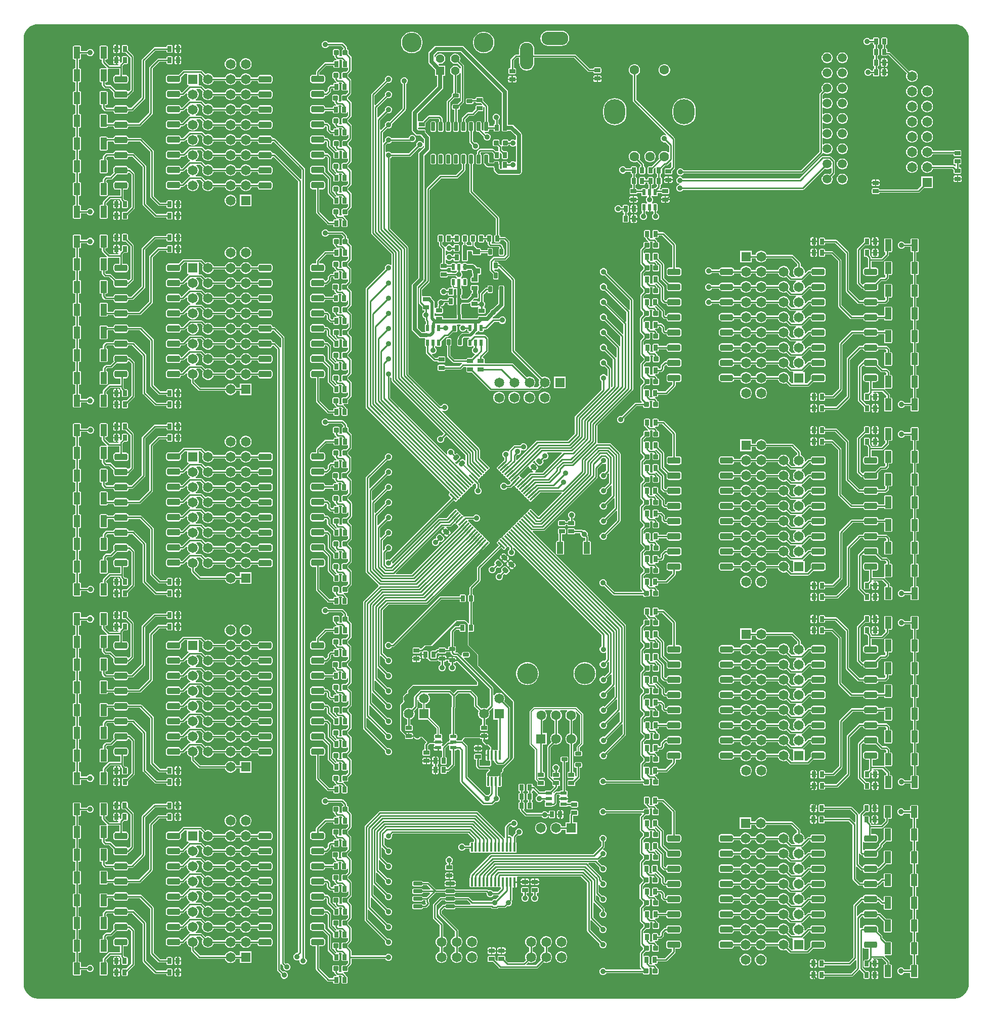
<source format=gtl>
G04*
G04 #@! TF.GenerationSoftware,Altium Limited,Altium Designer,25.8.1 (18)*
G04*
G04 Layer_Physical_Order=1*
G04 Layer_Color=255*
%FSLAX44Y44*%
%MOMM*%
G71*
G04*
G04 #@! TF.SameCoordinates,1DD17807-008B-40D4-811F-6DFA0BD173B0*
G04*
G04*
G04 #@! TF.FilePolarity,Positive*
G04*
G01*
G75*
%ADD10C,0.2000*%
G04:AMPARAMS|DCode=29|XSize=0.72mm|YSize=0.99mm|CornerRadius=0.09mm|HoleSize=0mm|Usage=FLASHONLY|Rotation=0.000|XOffset=0mm|YOffset=0mm|HoleType=Round|Shape=RoundedRectangle|*
%AMROUNDEDRECTD29*
21,1,0.7200,0.8100,0,0,0.0*
21,1,0.5400,0.9900,0,0,0.0*
1,1,0.1800,0.2700,-0.4050*
1,1,0.1800,-0.2700,-0.4050*
1,1,0.1800,-0.2700,0.4050*
1,1,0.1800,0.2700,0.4050*
%
%ADD29ROUNDEDRECTD29*%
G04:AMPARAMS|DCode=30|XSize=0.72mm|YSize=0.99mm|CornerRadius=0.09mm|HoleSize=0mm|Usage=FLASHONLY|Rotation=90.000|XOffset=0mm|YOffset=0mm|HoleType=Round|Shape=RoundedRectangle|*
%AMROUNDEDRECTD30*
21,1,0.7200,0.8100,0,0,90.0*
21,1,0.5400,0.9900,0,0,90.0*
1,1,0.1800,0.4050,0.2700*
1,1,0.1800,0.4050,-0.2700*
1,1,0.1800,-0.4050,-0.2700*
1,1,0.1800,-0.4050,0.2700*
%
%ADD30ROUNDEDRECTD30*%
G04:AMPARAMS|DCode=31|XSize=1mm|YSize=0.6mm|CornerRadius=0.075mm|HoleSize=0mm|Usage=FLASHONLY|Rotation=270.000|XOffset=0mm|YOffset=0mm|HoleType=Round|Shape=RoundedRectangle|*
%AMROUNDEDRECTD31*
21,1,1.0000,0.4500,0,0,270.0*
21,1,0.8500,0.6000,0,0,270.0*
1,1,0.1500,-0.2250,-0.4250*
1,1,0.1500,-0.2250,0.4250*
1,1,0.1500,0.2250,0.4250*
1,1,0.1500,0.2250,-0.4250*
%
%ADD31ROUNDEDRECTD31*%
G04:AMPARAMS|DCode=32|XSize=1.2mm|YSize=0.9mm|CornerRadius=0.1125mm|HoleSize=0mm|Usage=FLASHONLY|Rotation=0.000|XOffset=0mm|YOffset=0mm|HoleType=Round|Shape=RoundedRectangle|*
%AMROUNDEDRECTD32*
21,1,1.2000,0.6750,0,0,0.0*
21,1,0.9750,0.9000,0,0,0.0*
1,1,0.2250,0.4875,-0.3375*
1,1,0.2250,-0.4875,-0.3375*
1,1,0.2250,-0.4875,0.3375*
1,1,0.2250,0.4875,0.3375*
%
%ADD32ROUNDEDRECTD32*%
G04:AMPARAMS|DCode=33|XSize=0.3mm|YSize=1.5mm|CornerRadius=0.0375mm|HoleSize=0mm|Usage=FLASHONLY|Rotation=315.000|XOffset=0mm|YOffset=0mm|HoleType=Round|Shape=RoundedRectangle|*
%AMROUNDEDRECTD33*
21,1,0.3000,1.4250,0,0,315.0*
21,1,0.2250,1.5000,0,0,315.0*
1,1,0.0750,-0.4243,-0.5834*
1,1,0.0750,-0.5834,-0.4243*
1,1,0.0750,0.4243,0.5834*
1,1,0.0750,0.5834,0.4243*
%
%ADD33ROUNDEDRECTD33*%
G04:AMPARAMS|DCode=34|XSize=0.3mm|YSize=1.5mm|CornerRadius=0.0375mm|HoleSize=0mm|Usage=FLASHONLY|Rotation=45.000|XOffset=0mm|YOffset=0mm|HoleType=Round|Shape=RoundedRectangle|*
%AMROUNDEDRECTD34*
21,1,0.3000,1.4250,0,0,45.0*
21,1,0.2250,1.5000,0,0,45.0*
1,1,0.0750,0.5834,-0.4243*
1,1,0.0750,0.4243,-0.5834*
1,1,0.0750,-0.5834,0.4243*
1,1,0.0750,-0.4243,0.5834*
%
%ADD34ROUNDEDRECTD34*%
G04:AMPARAMS|DCode=35|XSize=1mm|YSize=0.6mm|CornerRadius=0.075mm|HoleSize=0mm|Usage=FLASHONLY|Rotation=180.000|XOffset=0mm|YOffset=0mm|HoleType=Round|Shape=RoundedRectangle|*
%AMROUNDEDRECTD35*
21,1,1.0000,0.4500,0,0,180.0*
21,1,0.8500,0.6000,0,0,180.0*
1,1,0.1500,-0.4250,0.2250*
1,1,0.1500,0.4250,0.2250*
1,1,0.1500,0.4250,-0.2250*
1,1,0.1500,-0.4250,-0.2250*
%
%ADD35ROUNDEDRECTD35*%
G04:AMPARAMS|DCode=36|XSize=2mm|YSize=1.05mm|CornerRadius=0.05mm|HoleSize=0mm|Usage=FLASHONLY|Rotation=90.000|XOffset=0mm|YOffset=0mm|HoleType=Round|Shape=RoundedRectangle|*
%AMROUNDEDRECTD36*
21,1,2.0000,0.9500,0,0,90.0*
21,1,1.9000,1.0500,0,0,90.0*
1,1,0.1000,0.4750,0.9500*
1,1,0.1000,0.4750,-0.9500*
1,1,0.1000,-0.4750,-0.9500*
1,1,0.1000,-0.4750,0.9500*
%
%ADD36ROUNDEDRECTD36*%
G04:AMPARAMS|DCode=37|XSize=1.45mm|YSize=0.396mm|CornerRadius=0.0495mm|HoleSize=0mm|Usage=FLASHONLY|Rotation=270.000|XOffset=0mm|YOffset=0mm|HoleType=Round|Shape=RoundedRectangle|*
%AMROUNDEDRECTD37*
21,1,1.4500,0.2970,0,0,270.0*
21,1,1.3510,0.3960,0,0,270.0*
1,1,0.0990,-0.1485,-0.6755*
1,1,0.0990,-0.1485,0.6755*
1,1,0.0990,0.1485,0.6755*
1,1,0.0990,0.1485,-0.6755*
%
%ADD37ROUNDEDRECTD37*%
G04:AMPARAMS|DCode=38|XSize=2.2mm|YSize=1.1mm|CornerRadius=0.275mm|HoleSize=0mm|Usage=FLASHONLY|Rotation=0.000|XOffset=0mm|YOffset=0mm|HoleType=Round|Shape=RoundedRectangle|*
%AMROUNDEDRECTD38*
21,1,2.2000,0.5500,0,0,0.0*
21,1,1.6500,1.1000,0,0,0.0*
1,1,0.5500,0.8250,-0.2750*
1,1,0.5500,-0.8250,-0.2750*
1,1,0.5500,-0.8250,0.2750*
1,1,0.5500,0.8250,0.2750*
%
%ADD38ROUNDEDRECTD38*%
G04:AMPARAMS|DCode=39|XSize=0.8mm|YSize=0.8mm|CornerRadius=0.05mm|HoleSize=0mm|Usage=FLASHONLY|Rotation=180.000|XOffset=0mm|YOffset=0mm|HoleType=Round|Shape=RoundedRectangle|*
%AMROUNDEDRECTD39*
21,1,0.8000,0.7000,0,0,180.0*
21,1,0.7000,0.8000,0,0,180.0*
1,1,0.1000,-0.3500,0.3500*
1,1,0.1000,0.3500,0.3500*
1,1,0.1000,0.3500,-0.3500*
1,1,0.1000,-0.3500,-0.3500*
%
%ADD39ROUNDEDRECTD39*%
G04:AMPARAMS|DCode=40|XSize=0.72mm|YSize=0.99mm|CornerRadius=0.09mm|HoleSize=0mm|Usage=FLASHONLY|Rotation=225.000|XOffset=0mm|YOffset=0mm|HoleType=Round|Shape=RoundedRectangle|*
%AMROUNDEDRECTD40*
21,1,0.7200,0.8100,0,0,225.0*
21,1,0.5400,0.9900,0,0,225.0*
1,1,0.1800,-0.4773,0.0955*
1,1,0.1800,-0.0955,0.4773*
1,1,0.1800,0.4773,-0.0955*
1,1,0.1800,0.0955,-0.4773*
%
%ADD40ROUNDEDRECTD40*%
G04:AMPARAMS|DCode=41|XSize=0.72mm|YSize=0.99mm|CornerRadius=0.09mm|HoleSize=0mm|Usage=FLASHONLY|Rotation=135.000|XOffset=0mm|YOffset=0mm|HoleType=Round|Shape=RoundedRectangle|*
%AMROUNDEDRECTD41*
21,1,0.7200,0.8100,0,0,135.0*
21,1,0.5400,0.9900,0,0,135.0*
1,1,0.1800,0.0955,0.4773*
1,1,0.1800,0.4773,0.0955*
1,1,0.1800,-0.0955,-0.4773*
1,1,0.1800,-0.4773,-0.0955*
%
%ADD41ROUNDEDRECTD41*%
G04:AMPARAMS|DCode=42|XSize=1.05mm|YSize=0.55mm|CornerRadius=0.0688mm|HoleSize=0mm|Usage=FLASHONLY|Rotation=90.000|XOffset=0mm|YOffset=0mm|HoleType=Round|Shape=RoundedRectangle|*
%AMROUNDEDRECTD42*
21,1,1.0500,0.4125,0,0,90.0*
21,1,0.9125,0.5500,0,0,90.0*
1,1,0.1375,0.2063,0.4563*
1,1,0.1375,0.2063,-0.4563*
1,1,0.1375,-0.2063,-0.4563*
1,1,0.1375,-0.2063,0.4563*
%
%ADD42ROUNDEDRECTD42*%
G04:AMPARAMS|DCode=43|XSize=0.6mm|YSize=1.45mm|CornerRadius=0.075mm|HoleSize=0mm|Usage=FLASHONLY|Rotation=0.000|XOffset=0mm|YOffset=0mm|HoleType=Round|Shape=RoundedRectangle|*
%AMROUNDEDRECTD43*
21,1,0.6000,1.3000,0,0,0.0*
21,1,0.4500,1.4500,0,0,0.0*
1,1,0.1500,0.2250,-0.6500*
1,1,0.1500,-0.2250,-0.6500*
1,1,0.1500,-0.2250,0.6500*
1,1,0.1500,0.2250,0.6500*
%
%ADD43ROUNDEDRECTD43*%
G04:AMPARAMS|DCode=44|XSize=1.05mm|YSize=0.55mm|CornerRadius=0.0688mm|HoleSize=0mm|Usage=FLASHONLY|Rotation=0.000|XOffset=0mm|YOffset=0mm|HoleType=Round|Shape=RoundedRectangle|*
%AMROUNDEDRECTD44*
21,1,1.0500,0.4125,0,0,0.0*
21,1,0.9125,0.5500,0,0,0.0*
1,1,0.1375,0.4563,-0.2063*
1,1,0.1375,-0.4563,-0.2063*
1,1,0.1375,-0.4563,0.2063*
1,1,0.1375,0.4563,0.2063*
%
%ADD44ROUNDEDRECTD44*%
G04:AMPARAMS|DCode=79|XSize=0.6mm|YSize=1.45mm|CornerRadius=0.075mm|HoleSize=0mm|Usage=FLASHONLY|Rotation=90.000|XOffset=0mm|YOffset=0mm|HoleType=Round|Shape=RoundedRectangle|*
%AMROUNDEDRECTD79*
21,1,0.6000,1.3000,0,0,90.0*
21,1,0.4500,1.4500,0,0,90.0*
1,1,0.1500,0.6500,0.2250*
1,1,0.1500,0.6500,-0.2250*
1,1,0.1500,-0.6500,-0.2250*
1,1,0.1500,-0.6500,0.2250*
%
%ADD79ROUNDEDRECTD79*%
G04:AMPARAMS|DCode=80|XSize=1.45mm|YSize=0.395mm|CornerRadius=0.0494mm|HoleSize=0mm|Usage=FLASHONLY|Rotation=90.000|XOffset=0mm|YOffset=0mm|HoleType=Round|Shape=RoundedRectangle|*
%AMROUNDEDRECTD80*
21,1,1.4500,0.2963,0,0,90.0*
21,1,1.3513,0.3950,0,0,90.0*
1,1,0.0988,0.1481,0.6756*
1,1,0.0988,0.1481,-0.6756*
1,1,0.0988,-0.1481,-0.6756*
1,1,0.0988,-0.1481,0.6756*
%
%ADD80ROUNDEDRECTD80*%
%ADD81C,0.2540*%
%ADD82C,0.2540*%
%ADD83C,0.5000*%
%ADD84C,0.7000*%
%ADD85C,0.2536*%
%ADD86C,0.2536*%
%ADD87O,5.0000X2.5000*%
%ADD88O,4.5000X2.2500*%
%ADD89O,2.2500X4.5000*%
%ADD90C,1.6500*%
%ADD91R,1.6500X1.6500*%
%ADD92R,1.5000X1.5000*%
%ADD93C,1.5000*%
%ADD94C,3.5000*%
%ADD95C,1.6000*%
%ADD96O,3.6000X4.2000*%
%ADD97R,1.6500X1.6500*%
%ADD98C,3.3160*%
%ADD99C,1.4280*%
%ADD100R,1.4280X1.4280*%
%ADD101C,0.9000*%
G36*
X1185457Y408631D02*
Y408631D01*
X1186949Y408555D01*
X1190267Y408228D01*
X1194892Y406825D01*
X1199154Y404547D01*
X1202890Y401481D01*
X1205956Y397745D01*
X1208234Y393483D01*
X1209637Y388858D01*
X1209964Y385541D01*
X1210040Y384048D01*
X1210040Y384048D01*
X1210040Y382552D01*
Y-1197877D01*
X1210040Y-1197892D01*
X1210040Y-1199388D01*
X1209964Y-1200880D01*
X1209637Y-1204198D01*
X1208234Y-1208823D01*
X1205956Y-1213085D01*
X1202890Y-1216821D01*
X1199154Y-1219887D01*
X1194892Y-1222165D01*
X1190267Y-1223568D01*
X1186951Y-1223895D01*
X1185457Y-1223971D01*
X1185457Y-1223971D01*
X1183961Y-1223971D01*
X-345668D01*
X-345683Y-1223971D01*
X-347179Y-1223971D01*
X-348671Y-1223895D01*
X-351989Y-1223568D01*
X-356614Y-1222165D01*
X-360876Y-1219887D01*
X-364612Y-1216821D01*
X-367678Y-1213085D01*
X-369956Y-1208823D01*
X-371359Y-1204198D01*
X-371686Y-1200882D01*
X-371762Y-1199388D01*
X-371762Y-1199388D01*
X-371762Y-1197892D01*
Y382537D01*
X-371762Y382552D01*
X-371762Y384048D01*
X-371686Y385540D01*
X-371359Y388858D01*
X-369956Y393483D01*
X-367678Y397745D01*
X-364612Y401481D01*
X-360876Y404547D01*
X-356614Y406825D01*
X-351989Y408228D01*
X-348673Y408555D01*
X-347179Y408631D01*
X-347179Y408631D01*
X-345683Y408631D01*
X1183961D01*
X1185457Y408631D01*
D02*
G37*
%LPC*%
G36*
X1057520Y386227D02*
X1052120D01*
X1051184Y386041D01*
X1050390Y385510D01*
X1049859Y384716D01*
X1049673Y383780D01*
Y382554D01*
X1045454D01*
X1045217Y383129D01*
X1043529Y384817D01*
X1041323Y385730D01*
X1038936D01*
X1036731Y384817D01*
X1035043Y383129D01*
X1034130Y380924D01*
Y378536D01*
X1035043Y376331D01*
X1036731Y374643D01*
X1038936Y373730D01*
X1041323D01*
X1043529Y374643D01*
X1045217Y376331D01*
X1045454Y376906D01*
X1049673D01*
Y375680D01*
X1049859Y374744D01*
X1050390Y373950D01*
X1051184Y373419D01*
X1051996Y373258D01*
Y368422D01*
X1051184Y368261D01*
X1050390Y367730D01*
X1049859Y366936D01*
X1049673Y366000D01*
Y357900D01*
X1049859Y356964D01*
X1050390Y356170D01*
X1051184Y355639D01*
X1051996Y355478D01*
Y350642D01*
X1051184Y350481D01*
X1050390Y349950D01*
X1049859Y349156D01*
X1049673Y348220D01*
Y340120D01*
X1049859Y339184D01*
X1050390Y338390D01*
X1051184Y337859D01*
X1051996Y337698D01*
Y334132D01*
X1051184Y333971D01*
X1050390Y333440D01*
X1049859Y332646D01*
X1049673Y331710D01*
Y330484D01*
X1046554D01*
X1046316Y331059D01*
X1044628Y332747D01*
X1042423Y333660D01*
X1040036D01*
X1037830Y332747D01*
X1036143Y331059D01*
X1035229Y328853D01*
Y326467D01*
X1036143Y324261D01*
X1037830Y322574D01*
X1040036Y321660D01*
X1042423D01*
X1044628Y322574D01*
X1046316Y324261D01*
X1046554Y324836D01*
X1049673D01*
Y323610D01*
X1049859Y322674D01*
X1050390Y321880D01*
X1051184Y321349D01*
X1052120Y321163D01*
X1057520D01*
X1058456Y321349D01*
X1059250Y321880D01*
X1059781Y322674D01*
X1059967Y323610D01*
Y331710D01*
X1059781Y332646D01*
X1059250Y333440D01*
X1058456Y333971D01*
X1057644Y334132D01*
Y337698D01*
X1058456Y337859D01*
X1059250Y338390D01*
X1059781Y339184D01*
X1059967Y340120D01*
Y348220D01*
X1059781Y349156D01*
X1059250Y349950D01*
X1058456Y350481D01*
X1057644Y350642D01*
Y355478D01*
X1058456Y355639D01*
X1059250Y356170D01*
X1059781Y356964D01*
X1059967Y357900D01*
Y366000D01*
X1059781Y366936D01*
X1059250Y367730D01*
X1058456Y368261D01*
X1057644Y368422D01*
Y373258D01*
X1058456Y373419D01*
X1059250Y373950D01*
X1059781Y374744D01*
X1059967Y375680D01*
Y383780D01*
X1059781Y384716D01*
X1059250Y385510D01*
X1058456Y386041D01*
X1057520Y386227D01*
D02*
G37*
G36*
X528500Y397610D02*
X506000D01*
X502672Y397172D01*
X499570Y395887D01*
X496907Y393843D01*
X494863Y391180D01*
X493578Y388078D01*
X493140Y384750D01*
X493578Y381422D01*
X494863Y378320D01*
X496907Y375657D01*
X499570Y373613D01*
X502672Y372328D01*
X506000Y371890D01*
X528500D01*
X531828Y372328D01*
X534930Y373613D01*
X537593Y375657D01*
X539637Y378320D01*
X540922Y381422D01*
X541360Y384750D01*
X540922Y388078D01*
X539637Y391180D01*
X537593Y393843D01*
X534930Y395887D01*
X531828Y397172D01*
X528500Y397610D01*
D02*
G37*
G36*
X-213591Y374157D02*
X-215291D01*
Y368150D01*
X-210634D01*
Y371200D01*
X-210859Y372332D01*
X-211500Y373291D01*
X-212460Y373932D01*
X-213591Y374157D01*
D02*
G37*
G36*
X-217291D02*
X-218991D01*
X-220123Y373932D01*
X-221082Y373291D01*
X-221723Y372332D01*
X-221948Y371200D01*
Y368150D01*
X-217291D01*
Y374157D01*
D02*
G37*
G36*
X-110891D02*
X-112591D01*
Y368150D01*
X-107934D01*
Y371200D01*
X-108159Y372332D01*
X-108800Y373291D01*
X-109759Y373932D01*
X-110891Y374157D01*
D02*
G37*
G36*
X-114591D02*
X-116291D01*
X-117423Y373932D01*
X-118382Y373291D01*
X-119023Y372332D01*
X-119248Y371200D01*
Y368150D01*
X-114591D01*
Y374157D01*
D02*
G37*
G36*
X-124691Y373647D02*
X-130091D01*
X-131027Y373461D01*
X-131821Y372930D01*
X-132352Y372136D01*
X-132538Y371200D01*
Y369974D01*
X-152241D01*
X-153322Y369759D01*
X-154238Y369147D01*
X-154238Y369147D01*
X-173288Y350097D01*
X-173900Y349181D01*
X-174115Y348100D01*
X-174115Y348100D01*
Y285770D01*
X-191636Y268249D01*
X-196373D01*
X-196688Y269833D01*
X-197627Y271239D01*
X-199033Y272178D01*
X-200691Y272508D01*
X-217191D01*
X-218849Y272178D01*
X-220255Y271239D01*
X-221194Y269833D01*
X-221509Y268249D01*
X-233496D01*
X-235117Y269870D01*
Y273061D01*
X-233191D01*
X-232411Y273216D01*
X-231749Y273658D01*
X-231307Y274320D01*
X-231152Y275100D01*
Y294100D01*
X-231307Y294881D01*
X-231749Y295542D01*
X-232411Y295984D01*
X-233191Y296139D01*
X-242691D01*
X-243471Y295984D01*
X-244133Y295542D01*
X-244575Y294881D01*
X-244730Y294100D01*
Y275100D01*
X-244575Y274320D01*
X-244133Y273658D01*
X-243471Y273216D01*
X-242691Y273061D01*
X-240765D01*
Y268700D01*
X-240765Y268700D01*
X-240550Y267619D01*
X-239938Y266703D01*
X-236663Y263428D01*
X-235747Y262816D01*
X-234666Y262601D01*
X-234666Y262601D01*
X-221509D01*
X-221194Y261017D01*
X-220255Y259611D01*
X-218849Y258672D01*
X-217191Y258342D01*
X-200691D01*
X-199033Y258672D01*
X-197627Y259611D01*
X-196688Y261017D01*
X-196373Y262601D01*
X-190466D01*
X-190466Y262601D01*
X-189385Y262816D01*
X-188469Y263428D01*
X-169294Y282603D01*
X-168682Y283519D01*
X-168467Y284600D01*
X-168467Y284600D01*
Y346930D01*
X-151071Y364326D01*
X-132538D01*
Y363100D01*
X-132352Y362164D01*
X-131821Y361370D01*
X-131027Y360839D01*
X-130091Y360653D01*
X-124691D01*
X-123755Y360839D01*
X-122961Y361370D01*
X-122430Y362164D01*
X-122244Y363100D01*
Y371200D01*
X-122430Y372136D01*
X-122961Y372930D01*
X-123755Y373461D01*
X-124691Y373647D01*
D02*
G37*
G36*
X-107934Y366150D02*
X-112591D01*
Y360143D01*
X-110891D01*
X-109759Y360368D01*
X-108800Y361009D01*
X-108159Y361969D01*
X-107934Y363100D01*
Y366150D01*
D02*
G37*
G36*
X-114591D02*
X-119248D01*
Y363100D01*
X-119023Y361969D01*
X-118382Y361009D01*
X-117423Y360368D01*
X-116291Y360143D01*
X-114591D01*
Y366150D01*
D02*
G37*
G36*
X-210634Y366150D02*
X-215291D01*
Y360143D01*
X-213591D01*
X-212460Y360368D01*
X-211500Y361009D01*
X-210859Y361969D01*
X-210634Y363100D01*
Y366150D01*
D02*
G37*
G36*
X-217291D02*
X-221948D01*
Y363100D01*
X-221723Y361969D01*
X-221082Y361009D01*
X-220123Y360368D01*
X-218991Y360143D01*
X-217291D01*
Y366150D01*
D02*
G37*
G36*
X400001Y395700D02*
X396439D01*
X392946Y395005D01*
X389656Y393642D01*
X386695Y391664D01*
X384176Y389145D01*
X382198Y386184D01*
X380835Y382894D01*
X380140Y379401D01*
Y375839D01*
X380835Y372346D01*
X382198Y369056D01*
X384176Y366095D01*
X386695Y363576D01*
X389656Y361598D01*
X392946Y360235D01*
X396439Y359540D01*
X400001D01*
X403494Y360235D01*
X406784Y361598D01*
X409745Y363576D01*
X412264Y366095D01*
X414242Y369056D01*
X415605Y372346D01*
X416300Y375839D01*
Y379401D01*
X415605Y382894D01*
X414242Y386184D01*
X412264Y389145D01*
X409745Y391664D01*
X406784Y393642D01*
X403494Y395005D01*
X400001Y395700D01*
D02*
G37*
G36*
X279601D02*
X276039D01*
X272546Y395005D01*
X269256Y393642D01*
X266295Y391664D01*
X263776Y389145D01*
X261798Y386184D01*
X260435Y382894D01*
X259740Y379401D01*
Y375839D01*
X260435Y372346D01*
X261798Y369056D01*
X263776Y366095D01*
X266295Y363576D01*
X269256Y361598D01*
X272546Y360235D01*
X276039Y359540D01*
X279601D01*
X283094Y360235D01*
X286384Y361598D01*
X289345Y363576D01*
X291864Y366095D01*
X293842Y369056D01*
X295205Y372346D01*
X295900Y375839D01*
Y379401D01*
X295205Y382894D01*
X293842Y386184D01*
X291864Y389145D01*
X289345Y391664D01*
X286384Y393642D01*
X283094Y395005D01*
X279601Y395700D01*
D02*
G37*
G36*
X-277691Y372339D02*
X-287191D01*
X-287971Y372184D01*
X-288633Y371742D01*
X-289075Y371081D01*
X-289230Y370300D01*
Y351300D01*
X-289075Y350520D01*
X-288633Y349858D01*
X-287971Y349416D01*
X-287191Y349261D01*
X-285265D01*
Y334239D01*
X-287191D01*
X-287971Y334084D01*
X-288633Y333642D01*
X-289075Y332980D01*
X-289230Y332200D01*
Y313200D01*
X-289075Y312420D01*
X-288633Y311758D01*
X-287971Y311316D01*
X-287191Y311161D01*
X-285265D01*
Y296139D01*
X-287191D01*
X-287971Y295984D01*
X-288633Y295542D01*
X-289075Y294881D01*
X-289230Y294100D01*
Y275100D01*
X-289075Y274320D01*
X-288633Y273658D01*
X-287971Y273216D01*
X-287191Y273061D01*
X-285265D01*
Y258039D01*
X-287191D01*
X-287971Y257884D01*
X-288633Y257442D01*
X-289075Y256780D01*
X-289230Y256000D01*
Y237000D01*
X-289075Y236220D01*
X-288633Y235558D01*
X-287971Y235116D01*
X-287191Y234961D01*
X-285265D01*
Y219939D01*
X-287191D01*
X-287971Y219784D01*
X-288633Y219342D01*
X-289075Y218680D01*
X-289230Y217900D01*
Y198900D01*
X-289075Y198120D01*
X-288633Y197458D01*
X-287971Y197016D01*
X-287191Y196861D01*
X-285265D01*
Y181839D01*
X-287191D01*
X-287971Y181684D01*
X-288633Y181242D01*
X-289075Y180581D01*
X-289230Y179800D01*
Y160800D01*
X-289075Y160020D01*
X-288633Y159358D01*
X-287971Y158916D01*
X-287191Y158761D01*
X-285265D01*
Y143739D01*
X-287191D01*
X-287971Y143584D01*
X-288633Y143142D01*
X-289075Y142480D01*
X-289230Y141700D01*
Y122700D01*
X-289075Y121920D01*
X-288633Y121258D01*
X-287971Y120816D01*
X-287191Y120661D01*
X-285265D01*
Y105639D01*
X-287191D01*
X-287971Y105484D01*
X-288633Y105042D01*
X-289075Y104381D01*
X-289230Y103600D01*
Y84600D01*
X-289075Y83820D01*
X-288633Y83158D01*
X-287971Y82716D01*
X-287191Y82561D01*
X-277691D01*
X-276911Y82716D01*
X-276249Y83158D01*
X-275807Y83820D01*
X-275652Y84600D01*
Y91276D01*
X-265515D01*
X-265278Y90701D01*
X-263590Y89014D01*
X-261384Y88100D01*
X-258997D01*
X-256792Y89014D01*
X-255104Y90701D01*
X-254191Y92907D01*
Y95294D01*
X-255104Y97499D01*
X-256792Y99187D01*
X-258997Y100100D01*
X-261384D01*
X-263590Y99187D01*
X-265278Y97499D01*
X-265515Y96924D01*
X-275652D01*
Y103600D01*
X-275807Y104381D01*
X-276249Y105042D01*
X-276911Y105484D01*
X-277691Y105639D01*
X-279617D01*
Y120661D01*
X-277691D01*
X-276911Y120816D01*
X-276249Y121258D01*
X-275807Y121920D01*
X-275652Y122700D01*
Y141700D01*
X-275807Y142480D01*
X-276249Y143142D01*
X-276911Y143584D01*
X-277691Y143739D01*
X-279617D01*
Y158761D01*
X-277691D01*
X-276911Y158916D01*
X-276249Y159358D01*
X-275807Y160020D01*
X-275652Y160800D01*
Y179800D01*
X-275807Y180581D01*
X-276249Y181242D01*
X-276911Y181684D01*
X-277691Y181839D01*
X-279617D01*
Y196861D01*
X-277691D01*
X-276911Y197016D01*
X-276249Y197458D01*
X-275807Y198120D01*
X-275652Y198900D01*
Y217900D01*
X-275807Y218680D01*
X-276249Y219342D01*
X-276911Y219784D01*
X-277691Y219939D01*
X-279617D01*
Y234961D01*
X-277691D01*
X-276911Y235116D01*
X-276249Y235558D01*
X-275807Y236220D01*
X-275652Y237000D01*
Y256000D01*
X-275807Y256780D01*
X-276249Y257442D01*
X-276911Y257884D01*
X-277691Y258039D01*
X-279617D01*
Y273061D01*
X-277691D01*
X-276911Y273216D01*
X-276249Y273658D01*
X-275807Y274320D01*
X-275652Y275100D01*
Y294100D01*
X-275807Y294881D01*
X-276249Y295542D01*
X-276911Y295984D01*
X-277691Y296139D01*
X-279617D01*
Y311161D01*
X-277691D01*
X-276911Y311316D01*
X-276249Y311758D01*
X-275807Y312420D01*
X-275652Y313200D01*
Y332200D01*
X-275807Y332980D01*
X-276249Y333642D01*
X-276911Y334084D01*
X-277691Y334239D01*
X-279617D01*
Y349261D01*
X-277691D01*
X-276911Y349416D01*
X-276249Y349858D01*
X-275807Y350520D01*
X-275652Y351300D01*
Y357976D01*
X-265515D01*
X-265278Y357401D01*
X-263590Y355714D01*
X-261384Y354800D01*
X-258997D01*
X-256792Y355714D01*
X-255104Y357401D01*
X-254191Y359607D01*
Y361994D01*
X-255104Y364199D01*
X-256792Y365887D01*
X-258997Y366800D01*
X-261384D01*
X-263590Y365887D01*
X-265278Y364199D01*
X-265515Y363624D01*
X-275652D01*
Y370300D01*
X-275807Y371081D01*
X-276249Y371742D01*
X-276911Y372184D01*
X-277691Y372339D01*
D02*
G37*
G36*
X134544Y380650D02*
X132156D01*
X129951Y379737D01*
X128263Y378049D01*
X127350Y375844D01*
Y373456D01*
X128263Y371251D01*
X129951Y369563D01*
X132156Y368650D01*
X134544D01*
X136749Y369563D01*
X138437Y371251D01*
X138674Y371826D01*
X160120D01*
X163585Y368361D01*
Y366339D01*
X162909D01*
X162129Y366184D01*
X161467Y365742D01*
X161025Y365080D01*
X160870Y364300D01*
Y357300D01*
X161025Y356520D01*
X161200Y356258D01*
X160691Y354932D01*
X160525Y354734D01*
X157294D01*
X157127Y354932D01*
X156618Y356258D01*
X156793Y356520D01*
X156948Y357300D01*
Y364300D01*
X156793Y365080D01*
X156351Y365742D01*
X155689Y366184D01*
X154909Y366339D01*
X147909D01*
X147129Y366184D01*
X146467Y365742D01*
X146025Y365080D01*
X145870Y364300D01*
Y357300D01*
X146025Y356520D01*
X146467Y355858D01*
X147129Y355416D01*
X147383Y355366D01*
X148465Y354450D01*
X148680Y353369D01*
X149292Y352453D01*
X151832Y349913D01*
X151832Y349913D01*
X152043Y349772D01*
X151756Y348532D01*
X151581Y348248D01*
X149310D01*
X148373Y348062D01*
X147580Y347531D01*
X147049Y346737D01*
X146863Y345801D01*
Y344575D01*
X133510D01*
X133510Y344575D01*
X132429Y344360D01*
X131513Y343748D01*
X131513Y343748D01*
X118362Y330597D01*
X117750Y329681D01*
X117535Y328600D01*
X117535Y328600D01*
Y323558D01*
X112109D01*
X110451Y323228D01*
X109045Y322289D01*
X108106Y320883D01*
X107776Y319225D01*
Y313725D01*
X108106Y312067D01*
X109045Y310661D01*
X110451Y309722D01*
X112109Y309392D01*
X128609D01*
X130267Y309722D01*
X131673Y310661D01*
X132612Y312067D01*
X132942Y313725D01*
Y319225D01*
X132612Y320883D01*
X131673Y322289D01*
X130267Y323228D01*
X128609Y323558D01*
X123183D01*
Y327430D01*
X134680Y338927D01*
X146863D01*
Y337701D01*
X147049Y336764D01*
X147580Y335971D01*
X148373Y335440D01*
X149310Y335254D01*
X154710D01*
X155646Y335440D01*
X156440Y335971D01*
X156971Y336764D01*
X157157Y337701D01*
Y345801D01*
X156971Y346737D01*
X156440Y347531D01*
X156394Y347562D01*
X156857Y349086D01*
X160279D01*
X161420Y347945D01*
X161380Y347531D01*
X160849Y346737D01*
X160663Y345801D01*
Y337701D01*
X160849Y336764D01*
X161380Y335971D01*
X162174Y335440D01*
X163110Y335254D01*
X168510D01*
X169446Y335440D01*
X169801Y335677D01*
X171207Y335107D01*
X171325Y335002D01*
Y332160D01*
X167404Y328239D01*
X162359D01*
X161579Y328084D01*
X160917Y327642D01*
X160475Y326980D01*
X160320Y326200D01*
Y319200D01*
X160475Y318420D01*
X160650Y318158D01*
X160141Y316832D01*
X159975Y316634D01*
X156743D01*
X156577Y316832D01*
X156068Y318158D01*
X156243Y318420D01*
X156398Y319200D01*
Y326200D01*
X156243Y326981D01*
X155801Y327642D01*
X155139Y328084D01*
X154359Y328239D01*
X147359D01*
X146579Y328084D01*
X145917Y327642D01*
X145475Y326981D01*
X145320Y326200D01*
Y319200D01*
X145475Y318420D01*
X145917Y317758D01*
X146579Y317316D01*
X147318Y317169D01*
X148465Y316350D01*
X148680Y315269D01*
X149292Y314353D01*
X149292Y314353D01*
X151832Y311813D01*
X151832Y311813D01*
X152043Y311672D01*
X151756Y310432D01*
X151581Y310148D01*
X148760D01*
X147823Y309962D01*
X147030Y309431D01*
X146499Y308637D01*
X146313Y307701D01*
Y306475D01*
X142400D01*
X141319Y306260D01*
X140403Y305648D01*
X140403Y305648D01*
X137862Y303107D01*
X137250Y302191D01*
X137035Y301110D01*
X137035Y301110D01*
Y297200D01*
X134357Y294523D01*
X132704Y295024D01*
X132612Y295483D01*
X131673Y296889D01*
X130267Y297829D01*
X128609Y298158D01*
X112109D01*
X110451Y297829D01*
X109045Y296889D01*
X108106Y295483D01*
X107776Y293825D01*
Y288325D01*
X108106Y286667D01*
X109045Y285261D01*
X110451Y284322D01*
X112109Y283992D01*
X128609D01*
X130267Y284322D01*
X131673Y285261D01*
X132612Y286667D01*
X132928Y288251D01*
X134904D01*
X134904Y288251D01*
X135985Y288466D01*
X136901Y289078D01*
X141856Y294033D01*
X141856Y294033D01*
X142468Y294949D01*
X142683Y296030D01*
Y299940D01*
X143570Y300827D01*
X146313D01*
Y299601D01*
X146499Y298664D01*
X147030Y297871D01*
X147823Y297340D01*
X148760Y297154D01*
X154160D01*
X155096Y297340D01*
X155890Y297871D01*
X156421Y298664D01*
X156607Y299601D01*
Y307701D01*
X156421Y308637D01*
X155890Y309431D01*
X155844Y309462D01*
X156307Y310986D01*
X159665D01*
X160856Y309701D01*
X160830Y309431D01*
X160299Y308637D01*
X160113Y307701D01*
Y299601D01*
X160299Y298664D01*
X160830Y297871D01*
X161623Y297340D01*
X162560Y297154D01*
X167960D01*
X168896Y297340D01*
X169251Y297577D01*
X170657Y297007D01*
X170775Y296902D01*
Y294060D01*
X166854Y290139D01*
X161809D01*
X161029Y289984D01*
X160367Y289542D01*
X159925Y288880D01*
X159770Y288100D01*
Y281100D01*
X159925Y280320D01*
X160100Y280058D01*
X159591Y278732D01*
X159425Y278534D01*
X156194D01*
X156027Y278732D01*
X155518Y280058D01*
X155693Y280320D01*
X155848Y281100D01*
Y288100D01*
X155693Y288881D01*
X155251Y289542D01*
X154589Y289984D01*
X153809Y290139D01*
X146809D01*
X146029Y289984D01*
X145367Y289542D01*
X144925Y288881D01*
X144770Y288100D01*
Y281100D01*
X144925Y280320D01*
X145367Y279658D01*
X146029Y279216D01*
X146768Y279069D01*
X147915Y278250D01*
X148130Y277169D01*
X148742Y276253D01*
X151282Y273713D01*
X151282Y273713D01*
X151493Y273572D01*
X151206Y272332D01*
X151031Y272048D01*
X148210D01*
X147274Y271862D01*
X146480Y271331D01*
X145949Y270537D01*
X145763Y269601D01*
Y268499D01*
X132928D01*
X132612Y270083D01*
X131673Y271489D01*
X130267Y272428D01*
X128609Y272758D01*
X112109D01*
X110451Y272428D01*
X109045Y271489D01*
X108106Y270083D01*
X107776Y268425D01*
Y262925D01*
X108106Y261267D01*
X109045Y259861D01*
X110451Y258922D01*
X112109Y258592D01*
X128609D01*
X130267Y258922D01*
X131673Y259861D01*
X132612Y261267D01*
X132928Y262851D01*
X145763D01*
Y261501D01*
X145949Y260564D01*
X146480Y259771D01*
X147274Y259240D01*
X148210Y259054D01*
X153610D01*
X154546Y259240D01*
X155340Y259771D01*
X155871Y260564D01*
X156057Y261501D01*
Y269601D01*
X155871Y270537D01*
X155340Y271331D01*
X155294Y271362D01*
X155757Y272886D01*
X159115D01*
X160306Y271601D01*
X160280Y271331D01*
X159749Y270537D01*
X159563Y269601D01*
Y261501D01*
X159749Y260564D01*
X160280Y259771D01*
X161073Y259240D01*
X162010Y259054D01*
X167410D01*
X168346Y259240D01*
X169140Y259771D01*
X169671Y260564D01*
X169801Y261219D01*
X171325Y261069D01*
Y255960D01*
X167404Y252039D01*
X162359D01*
X161579Y251884D01*
X160917Y251442D01*
X160475Y250780D01*
X160320Y250000D01*
Y243000D01*
X160475Y242220D01*
X160650Y241958D01*
X160141Y240632D01*
X159975Y240434D01*
X156743D01*
X156578Y240632D01*
X156068Y241958D01*
X156243Y242220D01*
X156398Y243000D01*
Y250000D01*
X156243Y250780D01*
X155801Y251442D01*
X155139Y251884D01*
X154359Y252039D01*
X147359D01*
X146579Y251884D01*
X145917Y251442D01*
X145475Y250780D01*
X145320Y250000D01*
Y243000D01*
X145475Y242220D01*
X145917Y241558D01*
X146579Y241116D01*
X147318Y240969D01*
X148465Y240150D01*
X148680Y239069D01*
X149292Y238153D01*
X151832Y235613D01*
X151832Y235613D01*
X152043Y235472D01*
X151756Y234232D01*
X151581Y233948D01*
X148760D01*
X147823Y233762D01*
X147030Y233231D01*
X146499Y232437D01*
X146313Y231501D01*
Y230275D01*
X143568D01*
X141413Y232430D01*
Y237610D01*
X141198Y238691D01*
X140586Y239607D01*
X140586Y239607D01*
X137921Y242272D01*
X137921Y242272D01*
X137005Y242884D01*
X135924Y243099D01*
X135924Y243099D01*
X132928D01*
X132612Y244683D01*
X131673Y246089D01*
X130267Y247029D01*
X128609Y247358D01*
X112109D01*
X110451Y247029D01*
X109045Y246089D01*
X108106Y244683D01*
X107776Y243025D01*
Y237525D01*
X108106Y235867D01*
X109045Y234461D01*
X110451Y233522D01*
X112109Y233192D01*
X128609D01*
X130267Y233522D01*
X131673Y234461D01*
X132612Y235867D01*
X132928Y237451D01*
X134754D01*
X135765Y236440D01*
Y231260D01*
X135765Y231260D01*
X135980Y230179D01*
X136592Y229263D01*
X136592Y229263D01*
X140401Y225454D01*
X141317Y224842D01*
X142398Y224627D01*
X146313D01*
Y223401D01*
X146499Y222465D01*
X147030Y221671D01*
X147823Y221140D01*
X148760Y220954D01*
X154160D01*
X155096Y221140D01*
X155890Y221671D01*
X156421Y222465D01*
X156607Y223401D01*
Y231501D01*
X156421Y232437D01*
X155890Y233231D01*
X155844Y233262D01*
X156307Y234786D01*
X159665D01*
X160856Y233501D01*
X160830Y233231D01*
X160299Y232437D01*
X160113Y231501D01*
Y223401D01*
X160299Y222465D01*
X160830Y221671D01*
X161623Y221140D01*
X162560Y220954D01*
X167960D01*
X168896Y221140D01*
X169690Y221671D01*
X170221Y222465D01*
X170351Y223119D01*
X171875Y222969D01*
Y217860D01*
X167954Y213939D01*
X162909D01*
X162129Y213784D01*
X161467Y213342D01*
X161025Y212680D01*
X160870Y211900D01*
Y204900D01*
X161025Y204120D01*
X161200Y203858D01*
X160691Y202532D01*
X160525Y202334D01*
X157294D01*
X157127Y202532D01*
X156618Y203858D01*
X156793Y204120D01*
X156948Y204900D01*
Y211900D01*
X156793Y212680D01*
X156351Y213342D01*
X155689Y213784D01*
X154909Y213939D01*
X147909D01*
X147129Y213784D01*
X146467Y213342D01*
X146025Y212680D01*
X145870Y211900D01*
Y204900D01*
X146025Y204120D01*
X146467Y203458D01*
X147129Y203016D01*
X147868Y202869D01*
X149015Y202050D01*
X149230Y200969D01*
X149842Y200053D01*
X152340Y197554D01*
X152303Y197256D01*
X151940Y196066D01*
X150726Y195979D01*
X141413Y205292D01*
Y212210D01*
X141413Y212210D01*
X141198Y213291D01*
X140586Y214207D01*
X140586Y214207D01*
X137921Y216872D01*
X137005Y217484D01*
X135924Y217699D01*
X135924Y217699D01*
X132928D01*
X132612Y219283D01*
X131673Y220689D01*
X130267Y221628D01*
X128609Y221958D01*
X112109D01*
X110451Y221628D01*
X109045Y220689D01*
X108106Y219283D01*
X107776Y217625D01*
Y212125D01*
X108106Y210467D01*
X109045Y209061D01*
X110451Y208122D01*
X112109Y207792D01*
X128609D01*
X130267Y208122D01*
X131673Y209061D01*
X132612Y210467D01*
X132928Y212051D01*
X134754D01*
X135765Y211040D01*
Y204122D01*
X135765Y204122D01*
X135980Y203041D01*
X136592Y202125D01*
X146863Y191854D01*
Y185301D01*
X147049Y184364D01*
X147580Y183571D01*
X148373Y183040D01*
X149310Y182854D01*
X154710D01*
X155646Y183040D01*
X156440Y183571D01*
X156971Y184364D01*
X157157Y185301D01*
Y193401D01*
X156971Y194337D01*
X156440Y195131D01*
X156394Y195162D01*
X156857Y196686D01*
X160215D01*
X161406Y195401D01*
X161380Y195131D01*
X160849Y194337D01*
X160663Y193401D01*
Y185301D01*
X160849Y184364D01*
X161380Y183571D01*
X162173Y183040D01*
X163110Y182854D01*
X168510D01*
X169446Y183040D01*
X169801Y183277D01*
X171207Y182707D01*
X171325Y182602D01*
Y179760D01*
X167404Y175839D01*
X162359D01*
X161579Y175684D01*
X160917Y175242D01*
X160475Y174580D01*
X160320Y173800D01*
Y166800D01*
X160475Y166020D01*
X160650Y165758D01*
X160141Y164432D01*
X159975Y164234D01*
X156743D01*
X156577Y164432D01*
X156068Y165758D01*
X156243Y166020D01*
X156398Y166800D01*
Y173800D01*
X156243Y174580D01*
X155801Y175242D01*
X155139Y175684D01*
X154359Y175839D01*
X147359D01*
X146579Y175684D01*
X145917Y175242D01*
X145475Y174580D01*
X145320Y173800D01*
Y166800D01*
X145475Y166020D01*
X145917Y165358D01*
X146579Y164916D01*
X147318Y164769D01*
X148465Y163950D01*
X148680Y162869D01*
X149292Y161953D01*
X149292Y161953D01*
X151689Y159556D01*
X151559Y158854D01*
X151158Y158031D01*
X150151Y157904D01*
X142683Y165372D01*
Y185540D01*
X142683Y185540D01*
X142468Y186621D01*
X141856Y187537D01*
X138046Y191347D01*
X137130Y191959D01*
X136049Y192174D01*
X136049Y192174D01*
X132942D01*
Y192225D01*
X132612Y193883D01*
X131673Y195289D01*
X130267Y196229D01*
X128609Y196558D01*
X112109D01*
X110451Y196229D01*
X109045Y195289D01*
X108106Y193883D01*
X107776Y192225D01*
Y186725D01*
X108106Y185067D01*
X109045Y183661D01*
X110451Y182722D01*
X112109Y182392D01*
X128609D01*
X130267Y182722D01*
X131673Y183661D01*
X132612Y185067D01*
X132903Y186526D01*
X134879D01*
X137035Y184370D01*
Y164202D01*
X137035Y164202D01*
X137250Y163121D01*
X137862Y162205D01*
X146313Y153754D01*
Y147201D01*
X146499Y146264D01*
X147030Y145471D01*
X147823Y144940D01*
X148760Y144754D01*
X154160D01*
X155096Y144940D01*
X155890Y145471D01*
X156421Y146264D01*
X156607Y147201D01*
Y155301D01*
X156421Y156237D01*
X155890Y157031D01*
X155844Y157062D01*
X156307Y158586D01*
X159665D01*
X160856Y157301D01*
X160830Y157031D01*
X160299Y156237D01*
X160113Y155301D01*
Y147201D01*
X160299Y146264D01*
X160830Y145471D01*
X161623Y144940D01*
X162560Y144754D01*
X167960D01*
X168896Y144940D01*
X169690Y145471D01*
X169801Y145636D01*
X171325Y145174D01*
Y141660D01*
X167404Y137739D01*
X162359D01*
X161579Y137584D01*
X160917Y137142D01*
X160475Y136480D01*
X160320Y135700D01*
Y128700D01*
X160475Y127920D01*
X160650Y127658D01*
X160141Y126332D01*
X159975Y126134D01*
X156743D01*
X156577Y126332D01*
X156068Y127658D01*
X156243Y127920D01*
X156398Y128700D01*
Y135700D01*
X156243Y136481D01*
X155801Y137142D01*
X155139Y137584D01*
X154359Y137739D01*
X147359D01*
X146579Y137584D01*
X145917Y137142D01*
X145475Y136481D01*
X145320Y135700D01*
Y128700D01*
X145475Y127920D01*
X145917Y127258D01*
X146579Y126816D01*
X147318Y126669D01*
X148465Y125850D01*
X148680Y124769D01*
X149292Y123853D01*
X149292Y123853D01*
X151790Y121355D01*
X151753Y121056D01*
X151390Y119866D01*
X150176Y119779D01*
X142683Y127272D01*
Y150075D01*
X142468Y151156D01*
X141856Y152072D01*
X132886Y161042D01*
X132942Y161325D01*
Y166825D01*
X132612Y168483D01*
X131673Y169889D01*
X130267Y170828D01*
X128609Y171158D01*
X112109D01*
X110451Y170828D01*
X109045Y169889D01*
X108106Y168483D01*
X107776Y166825D01*
Y161325D01*
X108106Y159667D01*
X109045Y158261D01*
X110451Y157322D01*
X112109Y156992D01*
X128609D01*
X128892Y157048D01*
X137035Y148905D01*
Y126102D01*
X137035Y126102D01*
X137250Y125021D01*
X137862Y124105D01*
X146313Y115654D01*
Y109101D01*
X146499Y108165D01*
X147030Y107371D01*
X147823Y106840D01*
X148760Y106654D01*
X154160D01*
X155096Y106840D01*
X155890Y107371D01*
X156421Y108165D01*
X156607Y109101D01*
Y117201D01*
X156421Y118137D01*
X155890Y118931D01*
X155844Y118962D01*
X156307Y120486D01*
X159665D01*
X160856Y119201D01*
X160830Y118931D01*
X160299Y118137D01*
X160113Y117201D01*
Y109101D01*
X160299Y108165D01*
X160830Y107371D01*
X161623Y106840D01*
X162560Y106654D01*
X167960D01*
X168896Y106840D01*
X169690Y107371D01*
X169801Y107536D01*
X171325Y107074D01*
Y103560D01*
X167404Y99639D01*
X162359D01*
X161579Y99484D01*
X160917Y99042D01*
X160475Y98380D01*
X160320Y97600D01*
Y90600D01*
X160475Y89820D01*
X160650Y89558D01*
X160141Y88232D01*
X159975Y88034D01*
X156743D01*
X156577Y88232D01*
X156068Y89558D01*
X156243Y89820D01*
X156398Y90600D01*
Y97600D01*
X156243Y98380D01*
X155801Y99042D01*
X155139Y99484D01*
X154359Y99639D01*
X147359D01*
X146579Y99484D01*
X145917Y99042D01*
X145475Y98380D01*
X145320Y97600D01*
Y90600D01*
X145475Y89820D01*
X145917Y89158D01*
X146579Y88716D01*
X147318Y88569D01*
X148465Y87750D01*
X148680Y86669D01*
X149292Y85753D01*
X149292Y85753D01*
X151832Y83213D01*
X151832Y83213D01*
X152043Y83072D01*
X151756Y81832D01*
X151581Y81548D01*
X148760D01*
X147823Y81362D01*
X147030Y80831D01*
X146499Y80037D01*
X146313Y79101D01*
Y77875D01*
X139758D01*
X123183Y94450D01*
Y131592D01*
X128609D01*
X130267Y131922D01*
X131673Y132861D01*
X132612Y134267D01*
X132942Y135925D01*
Y141425D01*
X132612Y143083D01*
X131673Y144489D01*
X130267Y145428D01*
X128609Y145758D01*
X112109D01*
X110451Y145428D01*
X109045Y144489D01*
X108106Y143083D01*
X107776Y141425D01*
Y135925D01*
X108106Y134267D01*
X109045Y132861D01*
X110451Y131922D01*
X112109Y131592D01*
X117535D01*
Y93280D01*
X117535Y93280D01*
X117750Y92199D01*
X118362Y91283D01*
X136591Y73054D01*
X137507Y72442D01*
X138588Y72227D01*
X138588Y72227D01*
X146313D01*
Y71001D01*
X146499Y70065D01*
X147030Y69271D01*
X147823Y68740D01*
X148760Y68554D01*
X154160D01*
X155096Y68740D01*
X155890Y69271D01*
X156421Y70065D01*
X156607Y71001D01*
Y79101D01*
X156421Y80037D01*
X155890Y80831D01*
X155844Y80862D01*
X156307Y82386D01*
X159665D01*
X160856Y81101D01*
X160830Y80831D01*
X160299Y80037D01*
X160113Y79101D01*
Y71001D01*
X160299Y70065D01*
X160830Y69271D01*
X161623Y68740D01*
X162560Y68554D01*
X167960D01*
X168896Y68740D01*
X169690Y69271D01*
X170221Y70065D01*
X170407Y71001D01*
Y79101D01*
X170221Y80037D01*
X169690Y80831D01*
X168896Y81362D01*
X168058Y81529D01*
X167868Y82481D01*
X167256Y83397D01*
X167256Y83397D01*
X163616Y87037D01*
X163727Y87738D01*
X164163Y88561D01*
X169359D01*
X170139Y88716D01*
X170801Y89158D01*
X171243Y89820D01*
X171398Y90600D01*
Y95645D01*
X176146Y100393D01*
X176146Y100393D01*
X176758Y101309D01*
X176973Y102390D01*
X176973Y102390D01*
Y123910D01*
X176973Y123910D01*
X176758Y124991D01*
X176146Y125907D01*
X176146Y125907D01*
X171398Y130655D01*
Y133745D01*
X176146Y138493D01*
X176146Y138493D01*
X176758Y139409D01*
X176973Y140490D01*
X176973Y140490D01*
Y162010D01*
X176973Y162010D01*
X176758Y163091D01*
X176146Y164007D01*
X176146Y164007D01*
X171398Y168755D01*
Y171845D01*
X176146Y176593D01*
X176146Y176593D01*
X176758Y177509D01*
X176973Y178590D01*
X176973Y178590D01*
Y200110D01*
X176973Y200110D01*
X176758Y201191D01*
X176146Y202107D01*
X176146Y202107D01*
X171948Y206305D01*
Y209945D01*
X176696Y214693D01*
X176696Y214693D01*
X177308Y215609D01*
X177523Y216690D01*
X177523Y216690D01*
Y238210D01*
X177523Y238210D01*
X177308Y239291D01*
X176696Y240207D01*
X176696Y240207D01*
X171398Y245505D01*
Y248045D01*
X176146Y252793D01*
X176146Y252793D01*
X176758Y253709D01*
X176973Y254790D01*
X176973Y254790D01*
Y276310D01*
X176973Y276310D01*
X176758Y277391D01*
X176146Y278307D01*
X176146Y278307D01*
X170848Y283605D01*
Y286145D01*
X175596Y290893D01*
X175596Y290893D01*
X176208Y291809D01*
X176423Y292890D01*
X176423Y292890D01*
Y314410D01*
X176423Y314410D01*
X176208Y315491D01*
X175596Y316407D01*
X175596Y316407D01*
X171398Y320605D01*
Y324245D01*
X176146Y328993D01*
X176146Y328993D01*
X176758Y329909D01*
X176973Y330990D01*
X176973Y330990D01*
Y352510D01*
X176973Y352510D01*
X176758Y353591D01*
X176146Y354507D01*
X176146Y354507D01*
X171948Y358705D01*
Y364300D01*
X171793Y365080D01*
X171351Y365742D01*
X170689Y366184D01*
X169909Y366339D01*
X169233D01*
Y369531D01*
X169233Y369531D01*
X169018Y370612D01*
X168406Y371528D01*
X168406Y371528D01*
X163287Y376647D01*
X162371Y377259D01*
X161290Y377474D01*
X161290Y377474D01*
X138674D01*
X138437Y378049D01*
X136749Y379737D01*
X134544Y380650D01*
D02*
G37*
G36*
X-124691Y354597D02*
X-130091D01*
X-131027Y354411D01*
X-131821Y353880D01*
X-132352Y353087D01*
X-132538Y352150D01*
Y350924D01*
X-145891D01*
X-145891Y350924D01*
X-146972Y350709D01*
X-147888Y350097D01*
X-147888Y350097D01*
X-160588Y337397D01*
X-161200Y336481D01*
X-161415Y335400D01*
X-161415Y335400D01*
Y260370D01*
X-178936Y242849D01*
X-196373D01*
X-196688Y244433D01*
X-197627Y245839D01*
X-199033Y246779D01*
X-200691Y247108D01*
X-217191D01*
X-218849Y246779D01*
X-220255Y245839D01*
X-221194Y244433D01*
X-221509Y242849D01*
X-231152D01*
Y256000D01*
X-231307Y256780D01*
X-231749Y257442D01*
X-232411Y257884D01*
X-233191Y258039D01*
X-242691D01*
X-243471Y257884D01*
X-244133Y257442D01*
X-244575Y256780D01*
X-244730Y256000D01*
Y237000D01*
X-244575Y236220D01*
X-244133Y235558D01*
X-243471Y235116D01*
X-242691Y234961D01*
X-233191D01*
X-232411Y235116D01*
X-231749Y235558D01*
X-231307Y236220D01*
X-231152Y237000D01*
Y237201D01*
X-221509D01*
X-221194Y235617D01*
X-220255Y234211D01*
X-218849Y233272D01*
X-217191Y232942D01*
X-200691D01*
X-199033Y233272D01*
X-197627Y234211D01*
X-196688Y235617D01*
X-196373Y237201D01*
X-177766D01*
X-177766Y237201D01*
X-176685Y237416D01*
X-175769Y238028D01*
X-156594Y257203D01*
X-155982Y258119D01*
X-155767Y259200D01*
X-155767Y259200D01*
Y334230D01*
X-144721Y345276D01*
X-132538D01*
Y344050D01*
X-132352Y343114D01*
X-131821Y342320D01*
X-131027Y341789D01*
X-130091Y341603D01*
X-124691D01*
X-123755Y341789D01*
X-122961Y342320D01*
X-122430Y343114D01*
X-122244Y344050D01*
Y352150D01*
X-122430Y353087D01*
X-122961Y353880D01*
X-123755Y354411D01*
X-124691Y354597D01*
D02*
G37*
G36*
X-213591Y355107D02*
X-215291D01*
Y349100D01*
X-210634D01*
Y352150D01*
X-210859Y353282D01*
X-211500Y354241D01*
X-212459Y354882D01*
X-213591Y355107D01*
D02*
G37*
G36*
X-217291D02*
X-218991D01*
X-220122Y354882D01*
X-221082Y354241D01*
X-221723Y353282D01*
X-221948Y352150D01*
Y349100D01*
X-217291D01*
Y355107D01*
D02*
G37*
G36*
X-110891D02*
X-112591D01*
Y349100D01*
X-107934D01*
Y352150D01*
X-108159Y353282D01*
X-108800Y354241D01*
X-109759Y354882D01*
X-110891Y355107D01*
D02*
G37*
G36*
X-114591D02*
X-116291D01*
X-117423Y354882D01*
X-118382Y354241D01*
X-119023Y353282D01*
X-119248Y352150D01*
Y349100D01*
X-114591D01*
Y355107D01*
D02*
G37*
G36*
X1071320Y351177D02*
X1069620D01*
Y345170D01*
X1074277D01*
Y348220D01*
X1074052Y349352D01*
X1073411Y350311D01*
X1072451Y350952D01*
X1071320Y351177D01*
D02*
G37*
G36*
X1067620D02*
X1065920D01*
X1064789Y350952D01*
X1063829Y350311D01*
X1063188Y349352D01*
X1062963Y348220D01*
Y345170D01*
X1067620D01*
Y351177D01*
D02*
G37*
G36*
X974185Y361150D02*
X971815D01*
X969526Y360537D01*
X967474Y359352D01*
X965798Y357676D01*
X964613Y355624D01*
X964000Y353335D01*
Y350965D01*
X964613Y348676D01*
X965798Y346624D01*
X967474Y344948D01*
X969526Y343763D01*
X971815Y343150D01*
X974185D01*
X976474Y343763D01*
X978526Y344948D01*
X980202Y346624D01*
X981387Y348676D01*
X982000Y350965D01*
Y353335D01*
X981387Y355624D01*
X980202Y357676D01*
X978526Y359352D01*
X976474Y360537D01*
X974185Y361150D01*
D02*
G37*
G36*
X999585Y361150D02*
X997215D01*
X994926Y360537D01*
X992874Y359352D01*
X991198Y357676D01*
X990013Y355624D01*
X989400Y353335D01*
Y350965D01*
X990013Y348676D01*
X991198Y346624D01*
X992874Y344948D01*
X994926Y343763D01*
X997215Y343150D01*
X999585D01*
X1001874Y343763D01*
X1003926Y344948D01*
X1005602Y346624D01*
X1006787Y348676D01*
X1007400Y350965D01*
Y353335D01*
X1006787Y355624D01*
X1005602Y357676D01*
X1003926Y359352D01*
X1001874Y360537D01*
X999585Y361150D01*
D02*
G37*
G36*
X-107934Y347100D02*
X-112591D01*
Y341093D01*
X-110891D01*
X-109759Y341318D01*
X-108800Y341959D01*
X-108159Y342919D01*
X-107934Y344050D01*
Y347100D01*
D02*
G37*
G36*
X-114591D02*
X-119248D01*
Y344050D01*
X-119023Y342919D01*
X-118382Y341959D01*
X-117423Y341318D01*
X-116291Y341093D01*
X-114591D01*
Y347100D01*
D02*
G37*
G36*
X-217291Y347100D02*
X-221948D01*
Y344050D01*
X-221723Y342919D01*
X-221082Y341959D01*
X-220122Y341318D01*
X-218991Y341093D01*
X-217291D01*
Y347100D01*
D02*
G37*
G36*
X1074277Y343170D02*
X1069620D01*
Y337163D01*
X1071320D01*
X1072451Y337388D01*
X1073411Y338029D01*
X1074052Y338988D01*
X1074277Y340120D01*
Y343170D01*
D02*
G37*
G36*
X1067620D02*
X1062963D01*
Y340120D01*
X1063188Y338988D01*
X1063829Y338029D01*
X1064789Y337388D01*
X1065920Y337163D01*
X1067620D01*
Y343170D01*
D02*
G37*
G36*
X351657Y359160D02*
X349383D01*
X347185Y358571D01*
X345215Y357434D01*
X343606Y355825D01*
X342469Y353855D01*
X341880Y351657D01*
Y349383D01*
X342469Y347185D01*
X343606Y345215D01*
X345215Y343606D01*
X347185Y342469D01*
X349383Y341880D01*
X351657D01*
X353855Y342469D01*
X354313Y342733D01*
X359804Y337242D01*
Y334768D01*
X358280Y334359D01*
X357434Y335825D01*
X355825Y337434D01*
X353855Y338571D01*
X351657Y339160D01*
X349383D01*
X347185Y338571D01*
X345215Y337434D01*
X343606Y335825D01*
X342469Y333855D01*
X341880Y331657D01*
Y329383D01*
X342469Y327185D01*
X343606Y325215D01*
X345215Y323606D01*
X347185Y322469D01*
X347696Y322332D01*
Y293444D01*
X347470D01*
X346592Y293269D01*
X345848Y292772D01*
X345351Y292028D01*
X345176Y291150D01*
Y288350D01*
X337093Y280267D01*
X336481Y279351D01*
X336266Y278270D01*
X336266Y278270D01*
Y245480D01*
X335962Y245419D01*
X335218Y244922D01*
X334721Y244178D01*
X334546Y243300D01*
Y230300D01*
X334721Y229422D01*
X335218Y228678D01*
X335962Y228181D01*
X336840Y228006D01*
X341340D01*
X342218Y228181D01*
X342962Y228678D01*
X343459Y229422D01*
X343634Y230300D01*
Y243300D01*
X343459Y244178D01*
X342962Y244922D01*
X342218Y245419D01*
X341914Y245480D01*
Y277100D01*
X349170Y284356D01*
X355970D01*
X356848Y284531D01*
X357592Y285028D01*
X358089Y285772D01*
X358264Y286650D01*
Y291150D01*
X358089Y292028D01*
X357592Y292772D01*
X356848Y293269D01*
X355970Y293444D01*
X353344D01*
Y322332D01*
X353855Y322469D01*
X355825Y323606D01*
X357434Y325215D01*
X358280Y326681D01*
X359804Y326272D01*
Y279978D01*
X354723Y274897D01*
X354723Y274897D01*
X354270Y274444D01*
X347470D01*
X346592Y274269D01*
X345848Y273772D01*
X345351Y273028D01*
X345176Y272150D01*
Y267650D01*
X345351Y266772D01*
X345848Y266028D01*
X346592Y265531D01*
X347470Y265356D01*
X348966D01*
Y245480D01*
X348662Y245419D01*
X347918Y244922D01*
X347421Y244178D01*
X347246Y243300D01*
Y230300D01*
X347421Y229422D01*
X347918Y228678D01*
X348662Y228181D01*
X349540Y228006D01*
X354040D01*
X354918Y228181D01*
X355662Y228678D01*
X356159Y229422D01*
X356334Y230300D01*
Y243300D01*
X356159Y244178D01*
X355662Y244922D01*
X354918Y245419D01*
X354614Y245480D01*
Y265356D01*
X355970D01*
X356848Y265531D01*
X357592Y266028D01*
X358089Y266772D01*
X358264Y267650D01*
Y270450D01*
X358717Y270903D01*
X358717Y270903D01*
X358717Y270903D01*
X364625Y276811D01*
X364625Y276811D01*
X365238Y277728D01*
X365453Y278808D01*
X365453Y278808D01*
Y338412D01*
X365453Y338412D01*
X365238Y339492D01*
X364625Y340409D01*
X364625Y340409D01*
X358307Y346727D01*
X358571Y347185D01*
X359160Y349383D01*
Y351657D01*
X358571Y353855D01*
X357434Y355825D01*
X355825Y357434D01*
X353855Y358571D01*
X351657Y359160D01*
D02*
G37*
G36*
X1284Y351380D02*
X-1284D01*
X-3763Y350715D01*
X-5987Y349432D01*
X-7802Y347617D01*
X-9086Y345393D01*
X-9750Y342914D01*
Y340346D01*
X-9086Y337867D01*
X-7802Y335643D01*
X-5987Y333828D01*
X-3763Y332545D01*
X-1284Y331880D01*
X1284D01*
X3763Y332545D01*
X5987Y333828D01*
X7802Y335643D01*
X9086Y337867D01*
X9750Y340346D01*
Y342914D01*
X9086Y345393D01*
X7802Y347617D01*
X5987Y349432D01*
X3763Y350715D01*
X1284Y351380D01*
D02*
G37*
G36*
X-24116D02*
X-26684D01*
X-29163Y350715D01*
X-31387Y349432D01*
X-33202Y347617D01*
X-34485Y345393D01*
X-35150Y342914D01*
Y340346D01*
X-34485Y337867D01*
X-33202Y335643D01*
X-31387Y333828D01*
X-29163Y332545D01*
X-26684Y331880D01*
X-24116D01*
X-21637Y332545D01*
X-19413Y333828D01*
X-17598Y335643D01*
X-16314Y337867D01*
X-15650Y340346D01*
Y342914D01*
X-16314Y345393D01*
X-17598Y347617D01*
X-19413Y349432D01*
X-21637Y350715D01*
X-24116Y351380D01*
D02*
G37*
G36*
X-75283Y331168D02*
X-75283Y331168D01*
X-103572D01*
X-103572Y331168D01*
X-104653Y330953D01*
X-105569Y330341D01*
X-112408Y323502D01*
X-112691Y323558D01*
X-129191D01*
X-130849Y323228D01*
X-132255Y322289D01*
X-133194Y320883D01*
X-133524Y319225D01*
Y313725D01*
X-133194Y312067D01*
X-132255Y310661D01*
X-130849Y309722D01*
X-129191Y309392D01*
X-112691D01*
X-111033Y309722D01*
X-109627Y310661D01*
X-108687Y312067D01*
X-108358Y313725D01*
Y319225D01*
X-108414Y319508D01*
X-102402Y325519D01*
X-98373D01*
Y306534D01*
X-95974D01*
X-95512Y305010D01*
X-95615Y304941D01*
X-106657Y293899D01*
X-108372D01*
X-108687Y295483D01*
X-109627Y296889D01*
X-111033Y297829D01*
X-112691Y298158D01*
X-129191D01*
X-130849Y297829D01*
X-132255Y296889D01*
X-133194Y295483D01*
X-133524Y293825D01*
Y288325D01*
X-133194Y286667D01*
X-132255Y285261D01*
X-130849Y284322D01*
X-129191Y283992D01*
X-112691D01*
X-111033Y284322D01*
X-109627Y285261D01*
X-108687Y286667D01*
X-108372Y288251D01*
X-105487D01*
X-105487Y288251D01*
X-104406Y288466D01*
X-103490Y289078D01*
X-99786Y292782D01*
X-98684Y292303D01*
X-98373Y292040D01*
Y289600D01*
X-97708Y287120D01*
X-96425Y284897D01*
X-94609Y283082D01*
X-93793Y282611D01*
X-93316Y280575D01*
X-93453Y280368D01*
X-93618D01*
X-93618Y280368D01*
X-94699Y280153D01*
X-95615Y279541D01*
X-106657Y268499D01*
X-108372D01*
X-108687Y270083D01*
X-109627Y271489D01*
X-111033Y272428D01*
X-112691Y272758D01*
X-129191D01*
X-130849Y272428D01*
X-132255Y271489D01*
X-133194Y270083D01*
X-133524Y268425D01*
Y262925D01*
X-133194Y261267D01*
X-132255Y259861D01*
X-130849Y258922D01*
X-129191Y258592D01*
X-112691D01*
X-111033Y258922D01*
X-109627Y259861D01*
X-108687Y261267D01*
X-108372Y262851D01*
X-105487D01*
X-105487Y262851D01*
X-104406Y263066D01*
X-103490Y263678D01*
X-99786Y267382D01*
X-98684Y266903D01*
X-98373Y266640D01*
Y264200D01*
X-97708Y261720D01*
X-96425Y259497D01*
X-94609Y257682D01*
X-93793Y257211D01*
X-93316Y255175D01*
X-93453Y254968D01*
X-93618D01*
X-93618Y254968D01*
X-94699Y254753D01*
X-95615Y254141D01*
X-106657Y243099D01*
X-108372D01*
X-108687Y244683D01*
X-109627Y246089D01*
X-111033Y247029D01*
X-112691Y247358D01*
X-129191D01*
X-130849Y247029D01*
X-132255Y246089D01*
X-133194Y244683D01*
X-133524Y243025D01*
Y237525D01*
X-133194Y235867D01*
X-132255Y234461D01*
X-130849Y233522D01*
X-129191Y233192D01*
X-112691D01*
X-111033Y233522D01*
X-109627Y234461D01*
X-108687Y235867D01*
X-108372Y237451D01*
X-105487D01*
X-105487Y237451D01*
X-104406Y237666D01*
X-103490Y238278D01*
X-99786Y241982D01*
X-98684Y241503D01*
X-98373Y241240D01*
Y238800D01*
X-97708Y236320D01*
X-96425Y234097D01*
X-94609Y232282D01*
X-92386Y230998D01*
X-89906Y230334D01*
X-87339D01*
X-84859Y230998D01*
X-82636Y232282D01*
X-80821Y234097D01*
X-79537Y236320D01*
X-78873Y238800D01*
Y241367D01*
X-79537Y243847D01*
X-80821Y246070D01*
X-82546Y247796D01*
X-82512Y248201D01*
X-82072Y249319D01*
X-76453D01*
X-71822Y244689D01*
X-72308Y243847D01*
X-72973Y241367D01*
Y238800D01*
X-72308Y236320D01*
X-71025Y234097D01*
X-69209Y232282D01*
X-66986Y230998D01*
X-64506Y230334D01*
X-61939D01*
X-59459Y230998D01*
X-57236Y232282D01*
X-55421Y234097D01*
X-54137Y236320D01*
X-53893Y237230D01*
X-34744D01*
X-34485Y236267D01*
X-33202Y234043D01*
X-31387Y232228D01*
X-29163Y230944D01*
X-26684Y230280D01*
X-24116D01*
X-21637Y230944D01*
X-19413Y232228D01*
X-17598Y234043D01*
X-16314Y236267D01*
X-16056Y237230D01*
X-9344D01*
X-9086Y236267D01*
X-7802Y234043D01*
X-5987Y232228D01*
X-3763Y230944D01*
X-1284Y230280D01*
X1284D01*
X3763Y230944D01*
X5987Y232228D01*
X7802Y234043D01*
X9086Y236267D01*
X9344Y237230D01*
X19785D01*
X20106Y235617D01*
X21045Y234211D01*
X22451Y233272D01*
X24109Y232942D01*
X40609D01*
X42267Y233272D01*
X43673Y234211D01*
X44612Y235617D01*
X44942Y237275D01*
Y242775D01*
X44612Y244433D01*
X43673Y245839D01*
X42267Y246779D01*
X40609Y247108D01*
X24109D01*
X22451Y246779D01*
X21045Y245839D01*
X20106Y244433D01*
X19796Y242879D01*
X9331D01*
X9086Y243793D01*
X7802Y246017D01*
X5987Y247832D01*
X3763Y249116D01*
X1284Y249780D01*
X-1284D01*
X-3763Y249116D01*
X-5987Y247832D01*
X-7802Y246017D01*
X-9086Y243793D01*
X-9331Y242879D01*
X-16069D01*
X-16314Y243793D01*
X-17598Y246017D01*
X-19413Y247832D01*
X-21637Y249116D01*
X-24116Y249780D01*
X-26684D01*
X-29163Y249116D01*
X-31387Y247832D01*
X-33202Y246017D01*
X-34485Y243793D01*
X-34731Y242879D01*
X-53878D01*
X-54137Y243847D01*
X-55421Y246070D01*
X-57236Y247886D01*
X-59459Y249169D01*
X-61939Y249834D01*
X-64506D01*
X-66986Y249169D01*
X-67828Y248683D01*
X-73286Y254141D01*
X-74202Y254753D01*
X-75283Y254968D01*
X-75283Y254968D01*
X-83793D01*
X-83930Y255175D01*
X-83453Y257211D01*
X-82636Y257682D01*
X-80821Y259497D01*
X-79537Y261720D01*
X-78873Y264200D01*
Y266767D01*
X-79537Y269247D01*
X-80821Y271470D01*
X-82546Y273195D01*
X-82512Y273601D01*
X-82072Y274720D01*
X-76453D01*
X-71822Y270089D01*
X-72308Y269247D01*
X-72973Y266767D01*
Y264200D01*
X-72308Y261720D01*
X-71025Y259497D01*
X-69209Y257682D01*
X-66986Y256398D01*
X-64506Y255734D01*
X-61939D01*
X-59459Y256398D01*
X-57236Y257682D01*
X-55421Y259497D01*
X-54137Y261720D01*
X-53893Y262630D01*
X-34744D01*
X-34485Y261667D01*
X-33202Y259443D01*
X-31387Y257628D01*
X-29163Y256345D01*
X-26684Y255680D01*
X-24116D01*
X-21637Y256345D01*
X-19413Y257628D01*
X-17598Y259443D01*
X-16314Y261667D01*
X-16056Y262630D01*
X-9344D01*
X-9086Y261667D01*
X-7802Y259443D01*
X-5987Y257628D01*
X-3763Y256345D01*
X-1284Y255680D01*
X1284D01*
X3763Y256345D01*
X5987Y257628D01*
X7802Y259443D01*
X9086Y261667D01*
X9344Y262630D01*
X19785D01*
X20106Y261017D01*
X21045Y259611D01*
X22451Y258672D01*
X24109Y258342D01*
X40609D01*
X42267Y258672D01*
X43673Y259611D01*
X44612Y261017D01*
X44942Y262675D01*
Y268175D01*
X44612Y269833D01*
X43673Y271239D01*
X42267Y272178D01*
X40609Y272508D01*
X24109D01*
X22451Y272178D01*
X21045Y271239D01*
X20106Y269833D01*
X19796Y268279D01*
X9331D01*
X9086Y269193D01*
X7802Y271417D01*
X5987Y273232D01*
X3763Y274515D01*
X1284Y275180D01*
X-1284D01*
X-3763Y274515D01*
X-5987Y273232D01*
X-7802Y271417D01*
X-9086Y269193D01*
X-9331Y268279D01*
X-16069D01*
X-16314Y269193D01*
X-17598Y271417D01*
X-19413Y273232D01*
X-21637Y274515D01*
X-24116Y275180D01*
X-26684D01*
X-29163Y274515D01*
X-31387Y273232D01*
X-33202Y271417D01*
X-34485Y269193D01*
X-34731Y268279D01*
X-53878D01*
X-54137Y269247D01*
X-55421Y271470D01*
X-57236Y273286D01*
X-59459Y274569D01*
X-61939Y275234D01*
X-64506D01*
X-66986Y274569D01*
X-67828Y274083D01*
X-73286Y279541D01*
X-74202Y280153D01*
X-75283Y280368D01*
X-75283Y280368D01*
X-83792D01*
X-83930Y280575D01*
X-83453Y282611D01*
X-82636Y283082D01*
X-80821Y284897D01*
X-79537Y287120D01*
X-78873Y289600D01*
Y292167D01*
X-79537Y294647D01*
X-80821Y296870D01*
X-82546Y298596D01*
X-82512Y299001D01*
X-82072Y300119D01*
X-76453D01*
X-71822Y295489D01*
X-72308Y294647D01*
X-72973Y292167D01*
Y289600D01*
X-72308Y287120D01*
X-71025Y284897D01*
X-69209Y283082D01*
X-66986Y281798D01*
X-64506Y281134D01*
X-61939D01*
X-59459Y281798D01*
X-57236Y283082D01*
X-55421Y284897D01*
X-54137Y287120D01*
X-53893Y288030D01*
X-34744D01*
X-34485Y287067D01*
X-33202Y284843D01*
X-31387Y283028D01*
X-29163Y281744D01*
X-26684Y281080D01*
X-24116D01*
X-21637Y281744D01*
X-19413Y283028D01*
X-17598Y284843D01*
X-16315Y287067D01*
X-16056Y288030D01*
X-9344D01*
X-9086Y287067D01*
X-7802Y284843D01*
X-5987Y283028D01*
X-3763Y281744D01*
X-1284Y281080D01*
X1284D01*
X3763Y281744D01*
X5987Y283028D01*
X7802Y284843D01*
X9086Y287067D01*
X9344Y288030D01*
X19785D01*
X20106Y286417D01*
X21045Y285011D01*
X22451Y284072D01*
X24109Y283742D01*
X40609D01*
X42267Y284072D01*
X43673Y285011D01*
X44612Y286417D01*
X44942Y288075D01*
Y293575D01*
X44612Y295233D01*
X43673Y296639D01*
X42267Y297579D01*
X40609Y297908D01*
X24109D01*
X22451Y297579D01*
X21045Y296639D01*
X20106Y295233D01*
X19796Y293679D01*
X9331D01*
X9086Y294593D01*
X7802Y296817D01*
X5987Y298632D01*
X3763Y299916D01*
X1284Y300580D01*
X-1284D01*
X-3763Y299916D01*
X-5987Y298632D01*
X-7802Y296817D01*
X-9086Y294593D01*
X-9331Y293679D01*
X-16069D01*
X-16315Y294593D01*
X-17598Y296817D01*
X-19413Y298632D01*
X-21637Y299916D01*
X-24116Y300580D01*
X-26684D01*
X-29163Y299916D01*
X-31387Y298632D01*
X-33202Y296817D01*
X-34485Y294593D01*
X-34731Y293679D01*
X-53878D01*
X-54137Y294647D01*
X-55421Y296870D01*
X-57236Y298686D01*
X-59459Y299969D01*
X-61939Y300634D01*
X-64506D01*
X-66986Y299969D01*
X-67828Y299483D01*
X-73286Y304941D01*
X-74202Y305553D01*
X-75283Y305768D01*
X-75283Y305768D01*
X-77666D01*
X-78873Y306534D01*
X-78873Y307292D01*
Y325519D01*
X-76453D01*
X-71822Y320889D01*
X-72308Y320047D01*
X-72973Y317567D01*
Y315000D01*
X-72308Y312520D01*
X-71025Y310297D01*
X-69209Y308482D01*
X-66986Y307198D01*
X-64506Y306534D01*
X-61939D01*
X-59459Y307198D01*
X-57236Y308482D01*
X-55421Y310297D01*
X-54137Y312520D01*
X-53893Y313430D01*
X-34744D01*
X-34485Y312467D01*
X-33202Y310243D01*
X-31387Y308428D01*
X-29163Y307145D01*
X-26684Y306480D01*
X-24116D01*
X-21637Y307145D01*
X-19413Y308428D01*
X-17598Y310243D01*
X-16314Y312467D01*
X-16056Y313430D01*
X-9344D01*
X-9086Y312467D01*
X-7802Y310243D01*
X-5987Y308428D01*
X-3763Y307145D01*
X-1284Y306480D01*
X1284D01*
X3763Y307145D01*
X5987Y308428D01*
X7802Y310243D01*
X9086Y312467D01*
X9344Y313430D01*
X19785D01*
X20106Y311817D01*
X21045Y310411D01*
X22451Y309472D01*
X24109Y309142D01*
X40609D01*
X42267Y309472D01*
X43673Y310411D01*
X44612Y311817D01*
X44942Y313475D01*
Y318975D01*
X44612Y320633D01*
X43673Y322039D01*
X42267Y322979D01*
X40609Y323308D01*
X24109D01*
X22451Y322979D01*
X21045Y322039D01*
X20106Y320633D01*
X19796Y319079D01*
X9331D01*
X9086Y319993D01*
X7802Y322217D01*
X5987Y324032D01*
X3763Y325316D01*
X1284Y325980D01*
X-1284D01*
X-3763Y325316D01*
X-5987Y324032D01*
X-7802Y322217D01*
X-9086Y319993D01*
X-9331Y319079D01*
X-16069D01*
X-16314Y319993D01*
X-17598Y322217D01*
X-19413Y324032D01*
X-21637Y325316D01*
X-24116Y325980D01*
X-26684D01*
X-29163Y325316D01*
X-31387Y324032D01*
X-33202Y322217D01*
X-34485Y319993D01*
X-34731Y319079D01*
X-53878D01*
X-54137Y320047D01*
X-55421Y322270D01*
X-57236Y324086D01*
X-59459Y325369D01*
X-61939Y326034D01*
X-64506D01*
X-66986Y325369D01*
X-67828Y324883D01*
X-73286Y330341D01*
X-74202Y330953D01*
X-75283Y331168D01*
D02*
G37*
G36*
X1071320Y334667D02*
X1069620D01*
Y328660D01*
X1074277D01*
Y331710D01*
X1074052Y332841D01*
X1073411Y333801D01*
X1072451Y334442D01*
X1071320Y334667D01*
D02*
G37*
G36*
X1067620D02*
X1065920D01*
X1064789Y334442D01*
X1063829Y333801D01*
X1063188Y332841D01*
X1062963Y331710D01*
Y328660D01*
X1067620D01*
Y334667D01*
D02*
G37*
G36*
X470250Y378860D02*
X466922Y378422D01*
X463820Y377137D01*
X461157Y375093D01*
X459113Y372430D01*
X457828Y369328D01*
X457390Y366000D01*
Y357574D01*
X452250D01*
X451169Y357359D01*
X450253Y356747D01*
X450253Y356747D01*
X444003Y350497D01*
X443391Y349581D01*
X443176Y348500D01*
X443176Y348500D01*
Y335047D01*
X441950D01*
X441014Y334861D01*
X440220Y334330D01*
X439689Y333536D01*
X439503Y332600D01*
Y327200D01*
X439689Y326264D01*
X440220Y325470D01*
X441014Y324939D01*
X441950Y324753D01*
X450050D01*
X450986Y324939D01*
X451780Y325470D01*
X452311Y326264D01*
X452497Y327200D01*
Y332600D01*
X452311Y333536D01*
X451780Y334330D01*
X450986Y334861D01*
X450050Y335047D01*
X448824D01*
Y347330D01*
X453420Y351926D01*
X457390D01*
Y343500D01*
X457828Y340172D01*
X459113Y337070D01*
X461157Y334407D01*
X463820Y332363D01*
X466922Y331078D01*
X470250Y330640D01*
X473578Y331078D01*
X476680Y332363D01*
X479343Y334407D01*
X481387Y337070D01*
X482672Y340172D01*
X483110Y343500D01*
Y351926D01*
X549580D01*
X572353Y329153D01*
X573269Y328541D01*
X574350Y328326D01*
X574350Y328326D01*
X582028D01*
X582189Y327514D01*
X582720Y326720D01*
X583514Y326189D01*
X584450Y326003D01*
X592550D01*
X593486Y326189D01*
X594280Y326720D01*
X594811Y327514D01*
X594997Y328450D01*
Y333850D01*
X594811Y334786D01*
X594280Y335580D01*
X593486Y336111D01*
X592550Y336297D01*
X584450D01*
X583514Y336111D01*
X582720Y335580D01*
X582189Y334786D01*
X582028Y333974D01*
X575520D01*
X552747Y356747D01*
X551831Y357359D01*
X550750Y357574D01*
X550750Y357574D01*
X483110D01*
Y366000D01*
X482672Y369328D01*
X481387Y372430D01*
X479343Y375093D01*
X476680Y377137D01*
X473578Y378422D01*
X470250Y378860D01*
D02*
G37*
G36*
X701891Y341120D02*
X699389D01*
X696973Y340473D01*
X694807Y339222D01*
X693038Y337453D01*
X691787Y335287D01*
X691140Y332871D01*
Y330369D01*
X691787Y327953D01*
X693038Y325787D01*
X694807Y324018D01*
X696973Y322767D01*
X699389Y322120D01*
X701891D01*
X704307Y322767D01*
X706473Y324018D01*
X708242Y325787D01*
X709493Y327953D01*
X710140Y330369D01*
Y332871D01*
X709493Y335287D01*
X708242Y337453D01*
X706473Y339222D01*
X704307Y340473D01*
X701891Y341120D01*
D02*
G37*
G36*
X1074277Y326660D02*
X1069620D01*
Y320653D01*
X1071320D01*
X1072451Y320878D01*
X1073411Y321519D01*
X1074052Y322478D01*
X1074277Y323610D01*
Y326660D01*
D02*
G37*
G36*
X1067620D02*
X1062963D01*
Y323610D01*
X1063188Y322478D01*
X1063829Y321519D01*
X1064789Y320878D01*
X1065920Y320653D01*
X1067620D01*
Y326660D01*
D02*
G37*
G36*
X592550Y323007D02*
X589500D01*
Y318350D01*
X595507D01*
Y320050D01*
X595282Y321181D01*
X594641Y322141D01*
X593681Y322782D01*
X592550Y323007D01*
D02*
G37*
G36*
X587500D02*
X584450D01*
X583318Y322782D01*
X582359Y322141D01*
X581718Y321181D01*
X581493Y320050D01*
Y318350D01*
X587500D01*
Y323007D01*
D02*
G37*
G36*
X999585Y335750D02*
X997215D01*
X994926Y335137D01*
X992874Y333952D01*
X991198Y332276D01*
X990013Y330224D01*
X989400Y327935D01*
Y325565D01*
X990013Y323276D01*
X991198Y321224D01*
X992874Y319548D01*
X994926Y318363D01*
X997215Y317750D01*
X999585D01*
X1001874Y318363D01*
X1003926Y319548D01*
X1005602Y321224D01*
X1006787Y323276D01*
X1007400Y325565D01*
Y327935D01*
X1006787Y330224D01*
X1005602Y332276D01*
X1003926Y333952D01*
X1001874Y335137D01*
X999585Y335750D01*
D02*
G37*
G36*
X974185D02*
X971815D01*
X969526Y335137D01*
X967474Y333952D01*
X965798Y332276D01*
X964613Y330224D01*
X964000Y327935D01*
Y325565D01*
X964613Y323276D01*
X965798Y321224D01*
X967474Y319548D01*
X969526Y318363D01*
X971815Y317750D01*
X974185D01*
X976474Y318363D01*
X978526Y319548D01*
X980202Y321224D01*
X981387Y323276D01*
X982000Y325565D01*
Y327935D01*
X981387Y330224D01*
X980202Y332276D01*
X978526Y333952D01*
X976474Y335137D01*
X974185Y335750D01*
D02*
G37*
G36*
X450050Y321757D02*
X447000D01*
Y317100D01*
X453007D01*
Y318800D01*
X452782Y319932D01*
X452141Y320891D01*
X451181Y321532D01*
X450050Y321757D01*
D02*
G37*
G36*
X445000D02*
X441950D01*
X440818Y321532D01*
X439859Y320891D01*
X439218Y319932D01*
X438993Y318800D01*
Y317100D01*
X445000D01*
Y321757D01*
D02*
G37*
G36*
X595507Y316350D02*
X589500D01*
Y311693D01*
X592550D01*
X593681Y311918D01*
X594641Y312559D01*
X595282Y313519D01*
X595507Y314650D01*
Y316350D01*
D02*
G37*
G36*
X587500D02*
X581493D01*
Y314650D01*
X581718Y313519D01*
X582359Y312559D01*
X583318Y311918D01*
X584450Y311693D01*
X587500D01*
Y316350D01*
D02*
G37*
G36*
X1071320Y386227D02*
X1065920D01*
X1064984Y386041D01*
X1064190Y385510D01*
X1063659Y384716D01*
X1063473Y383780D01*
Y375680D01*
X1063659Y374744D01*
X1064190Y373950D01*
X1064984Y373419D01*
X1065796Y373258D01*
Y368422D01*
X1064984Y368261D01*
X1064190Y367730D01*
X1063659Y366936D01*
X1063473Y366000D01*
Y357900D01*
X1063659Y356964D01*
X1064190Y356170D01*
X1064984Y355639D01*
X1065920Y355453D01*
X1071320D01*
X1072256Y355639D01*
X1073050Y356170D01*
X1073168Y356346D01*
X1076069D01*
X1106504Y325911D01*
X1106014Y325063D01*
X1105350Y322584D01*
Y320016D01*
X1106014Y317537D01*
X1107298Y315313D01*
X1109113Y313498D01*
X1111337Y312215D01*
X1113816Y311550D01*
X1116384D01*
X1118863Y312215D01*
X1121087Y313498D01*
X1122902Y315313D01*
X1124185Y317537D01*
X1124850Y320016D01*
Y322584D01*
X1124185Y325063D01*
X1122902Y327287D01*
X1121087Y329102D01*
X1118863Y330386D01*
X1116384Y331050D01*
X1113816D01*
X1111337Y330386D01*
X1110500Y329903D01*
X1079236Y361167D01*
X1078320Y361779D01*
X1077239Y361994D01*
X1077239Y361994D01*
X1073767D01*
Y366000D01*
X1073581Y366936D01*
X1073050Y367730D01*
X1072256Y368261D01*
X1071444Y368422D01*
Y373258D01*
X1072256Y373419D01*
X1073050Y373950D01*
X1073581Y374744D01*
X1073767Y375680D01*
Y383780D01*
X1073581Y384716D01*
X1073050Y385510D01*
X1072256Y386041D01*
X1071320Y386227D01*
D02*
G37*
G36*
X453007Y315100D02*
X447000D01*
Y310443D01*
X450050D01*
X451181Y310668D01*
X452141Y311309D01*
X452782Y312269D01*
X453007Y313400D01*
Y315100D01*
D02*
G37*
G36*
X445000D02*
X438993D01*
Y313400D01*
X439218Y312269D01*
X439859Y311309D01*
X440818Y310668D01*
X441950Y310443D01*
X445000D01*
Y315100D01*
D02*
G37*
G36*
X-199791Y373647D02*
X-205191D01*
X-206127Y373461D01*
X-206921Y372930D01*
X-207452Y372136D01*
X-207638Y371200D01*
Y363100D01*
X-207452Y362164D01*
X-206921Y361370D01*
X-206127Y360839D01*
X-205191Y360653D01*
X-201338D01*
X-193165Y352480D01*
X-193165Y298470D01*
X-195474Y296161D01*
X-197436Y296354D01*
X-197627Y296639D01*
X-199033Y297579D01*
X-200691Y297908D01*
X-217191D01*
X-217474Y297852D01*
X-225269Y305647D01*
X-226185Y306259D01*
X-227266Y306474D01*
X-227266Y306474D01*
X-233621D01*
X-235117Y307970D01*
Y311161D01*
X-233191D01*
X-232411Y311316D01*
X-231749Y311758D01*
X-231307Y312420D01*
X-231152Y313200D01*
Y332200D01*
X-231218Y332534D01*
X-231152Y332668D01*
X-230308Y333563D01*
X-230021Y333731D01*
X-229491Y333626D01*
X-229491Y333626D01*
X-211765D01*
Y323308D01*
X-217191D01*
X-218849Y322979D01*
X-220255Y322039D01*
X-221194Y320633D01*
X-221524Y318975D01*
Y313475D01*
X-221194Y311817D01*
X-220255Y310411D01*
X-218849Y309472D01*
X-217191Y309142D01*
X-200691D01*
X-199033Y309472D01*
X-197627Y310411D01*
X-196688Y311817D01*
X-196358Y313475D01*
Y318975D01*
X-196688Y320633D01*
X-197627Y322039D01*
X-199033Y322979D01*
X-200691Y323308D01*
X-206117D01*
Y336450D01*
X-206117Y339130D01*
X-203644Y341603D01*
X-199791D01*
X-198855Y341789D01*
X-198061Y342320D01*
X-197530Y343114D01*
X-197344Y344050D01*
Y352150D01*
X-197530Y353087D01*
X-198061Y353880D01*
X-198855Y354411D01*
X-199791Y354597D01*
X-205191D01*
X-206127Y354411D01*
X-206921Y353880D01*
X-207452Y353087D01*
X-207638Y352150D01*
Y345597D01*
X-209110Y344125D01*
X-210634Y344756D01*
Y347100D01*
X-215291D01*
Y341093D01*
X-213591D01*
X-213245Y340470D01*
X-214217Y339274D01*
X-228321D01*
X-235117Y346070D01*
Y349261D01*
X-233191D01*
X-232411Y349416D01*
X-231749Y349858D01*
X-231307Y350520D01*
X-231152Y351300D01*
Y370300D01*
X-231307Y371081D01*
X-231749Y371742D01*
X-232411Y372184D01*
X-233191Y372339D01*
X-242691D01*
X-243471Y372184D01*
X-244133Y371742D01*
X-244575Y371081D01*
X-244730Y370300D01*
Y351300D01*
X-244575Y350520D01*
X-244133Y349858D01*
X-243471Y349416D01*
X-242691Y349261D01*
X-240765D01*
Y344900D01*
X-240765Y344900D01*
X-240550Y343819D01*
X-239938Y342903D01*
X-239938Y342903D01*
X-232738Y335703D01*
X-233015Y334808D01*
X-233430Y334239D01*
X-242691D01*
X-243471Y334084D01*
X-244133Y333642D01*
X-244575Y332980D01*
X-244730Y332200D01*
Y313200D01*
X-244575Y312420D01*
X-244133Y311758D01*
X-243471Y311316D01*
X-242691Y311161D01*
X-240765D01*
Y306800D01*
X-240765Y306800D01*
X-240550Y305719D01*
X-239938Y304803D01*
X-236788Y301653D01*
X-235872Y301041D01*
X-234791Y300826D01*
X-228436D01*
X-221468Y293858D01*
X-221524Y293575D01*
Y288075D01*
X-221194Y286417D01*
X-220255Y285011D01*
X-218849Y284072D01*
X-217191Y283742D01*
X-200691D01*
X-199033Y284072D01*
X-197627Y285011D01*
X-196688Y286417D01*
X-196358Y288075D01*
Y288192D01*
X-195610Y288341D01*
X-194694Y288953D01*
X-194694Y288953D01*
X-188344Y295303D01*
X-188344Y295303D01*
X-187732Y296219D01*
X-187517Y297300D01*
X-187517Y297300D01*
X-187517Y353650D01*
X-187517Y353650D01*
X-187732Y354731D01*
X-188344Y355647D01*
X-188344Y355647D01*
X-197344Y364647D01*
Y371200D01*
X-197530Y372136D01*
X-198061Y372930D01*
X-198855Y373461D01*
X-199791Y373647D01*
D02*
G37*
G36*
X999585Y310350D02*
X997215D01*
X994926Y309737D01*
X992874Y308552D01*
X991198Y306876D01*
X990013Y304824D01*
X989400Y302535D01*
Y300165D01*
X990013Y297876D01*
X991198Y295824D01*
X992874Y294148D01*
X994926Y292963D01*
X997215Y292350D01*
X999585D01*
X1001874Y292963D01*
X1003926Y294148D01*
X1005602Y295824D01*
X1006787Y297876D01*
X1007400Y300165D01*
Y302535D01*
X1006787Y304824D01*
X1005602Y306876D01*
X1003926Y308552D01*
X1001874Y309737D01*
X999585Y310350D01*
D02*
G37*
G36*
X974185Y310350D02*
X971815D01*
X969526Y309737D01*
X967474Y308552D01*
X965798Y306876D01*
X964613Y304824D01*
X964000Y302535D01*
Y300165D01*
X964613Y297876D01*
X964950Y297294D01*
X960733Y293077D01*
X960121Y292161D01*
X959906Y291080D01*
X959906Y291080D01*
Y229404D01*
X959906Y229404D01*
Y220896D01*
X959906Y220896D01*
Y194400D01*
X929330Y163824D01*
X732574D01*
X732337Y164399D01*
X730649Y166087D01*
X728444Y167000D01*
X726057D01*
X723851Y166087D01*
X722163Y164399D01*
X721250Y162194D01*
Y159806D01*
X722163Y157601D01*
X723851Y155913D01*
X726057Y155000D01*
X728444D01*
X730649Y155913D01*
X732337Y157601D01*
X732574Y158176D01*
X930500D01*
X930500Y158176D01*
X931581Y158391D01*
X932497Y159003D01*
X964727Y191233D01*
X964727Y191233D01*
X965339Y192149D01*
X965402Y192465D01*
X967039Y192983D01*
X967474Y192548D01*
X969526Y191363D01*
X971815Y190750D01*
X974185D01*
X976474Y191363D01*
X978526Y192548D01*
X980202Y194224D01*
X981387Y196276D01*
X982000Y198565D01*
Y200935D01*
X981387Y203224D01*
X980202Y205276D01*
X978526Y206952D01*
X976474Y208137D01*
X974185Y208750D01*
X971815D01*
X969526Y208137D01*
X967474Y206952D01*
X967078Y206556D01*
X965554Y207187D01*
Y217713D01*
X967078Y218344D01*
X967474Y217948D01*
X969526Y216763D01*
X971815Y216150D01*
X974185D01*
X976474Y216763D01*
X978526Y217948D01*
X980202Y219624D01*
X981387Y221676D01*
X982000Y223965D01*
Y226335D01*
X981387Y228624D01*
X980202Y230676D01*
X978526Y232352D01*
X976474Y233537D01*
X974185Y234150D01*
X971815D01*
X969526Y233537D01*
X967474Y232352D01*
X967078Y231956D01*
X965554Y232587D01*
Y243113D01*
X967078Y243744D01*
X967474Y243348D01*
X969526Y242163D01*
X971815Y241550D01*
X974185D01*
X976474Y242163D01*
X978526Y243348D01*
X980202Y245024D01*
X981387Y247076D01*
X982000Y249365D01*
Y251735D01*
X981387Y254024D01*
X980202Y256076D01*
X978526Y257752D01*
X976474Y258937D01*
X974185Y259550D01*
X971815D01*
X969526Y258937D01*
X967474Y257752D01*
X967078Y257356D01*
X965554Y257987D01*
Y268513D01*
X967078Y269144D01*
X967474Y268748D01*
X969526Y267563D01*
X971815Y266950D01*
X974185D01*
X976474Y267563D01*
X978526Y268748D01*
X980202Y270424D01*
X981387Y272476D01*
X982000Y274765D01*
Y277135D01*
X981387Y279424D01*
X980202Y281476D01*
X978526Y283152D01*
X976474Y284337D01*
X974185Y284950D01*
X971815D01*
X969526Y284337D01*
X967474Y283152D01*
X967078Y282756D01*
X965554Y283387D01*
Y289910D01*
X968944Y293300D01*
X969526Y292963D01*
X971815Y292350D01*
X974185D01*
X976474Y292963D01*
X978526Y294148D01*
X980202Y295824D01*
X981387Y297876D01*
X982000Y300165D01*
Y302535D01*
X981387Y304824D01*
X980202Y306876D01*
X978526Y308552D01*
X976474Y309737D01*
X974185Y310350D01*
D02*
G37*
G36*
X1141784Y305650D02*
X1139216D01*
X1136737Y304986D01*
X1134513Y303702D01*
X1132698Y301887D01*
X1131414Y299663D01*
X1130750Y297184D01*
Y294616D01*
X1131414Y292137D01*
X1132698Y289913D01*
X1134513Y288098D01*
X1136737Y286814D01*
X1139216Y286150D01*
X1141784D01*
X1144263Y286814D01*
X1146487Y288098D01*
X1148302Y289913D01*
X1149585Y292137D01*
X1150250Y294616D01*
Y297184D01*
X1149585Y299663D01*
X1148302Y301887D01*
X1146487Y303702D01*
X1144263Y304986D01*
X1141784Y305650D01*
D02*
G37*
G36*
X1116384D02*
X1113816D01*
X1111337Y304986D01*
X1109113Y303702D01*
X1107298Y301887D01*
X1106014Y299663D01*
X1105350Y297184D01*
Y294616D01*
X1106014Y292137D01*
X1107298Y289913D01*
X1109113Y288098D01*
X1111337Y286814D01*
X1113816Y286150D01*
X1116384D01*
X1118863Y286814D01*
X1121087Y288098D01*
X1122902Y289913D01*
X1124185Y292137D01*
X1124850Y294616D01*
Y297184D01*
X1124185Y299663D01*
X1122902Y301887D01*
X1121087Y303702D01*
X1118863Y304986D01*
X1116384Y305650D01*
D02*
G37*
G36*
X395210Y286367D02*
X387110D01*
X386174Y286181D01*
X385380Y285650D01*
X384849Y284856D01*
X384663Y283920D01*
Y283134D01*
X380684D01*
X380592Y283272D01*
X379848Y283769D01*
X378970Y283944D01*
X370470D01*
X369592Y283769D01*
X368848Y283272D01*
X368351Y282528D01*
X368176Y281650D01*
Y277150D01*
X368351Y276272D01*
X368848Y275528D01*
X369592Y275031D01*
X370470Y274856D01*
X378970D01*
X379848Y275031D01*
X380592Y275528D01*
X381089Y276272D01*
X381264Y277150D01*
Y277486D01*
X384915D01*
X385380Y276790D01*
X386174Y276259D01*
X387110Y276073D01*
X393663D01*
X395715Y274020D01*
X395371Y273030D01*
X395014Y272567D01*
X387110D01*
X386174Y272381D01*
X385380Y271850D01*
X384849Y271056D01*
X384663Y270120D01*
Y266267D01*
X379030Y260634D01*
X372110D01*
X371029Y260419D01*
X370113Y259807D01*
X362493Y252187D01*
X361881Y251271D01*
X361666Y250190D01*
X361666Y250190D01*
Y245480D01*
X361362Y245419D01*
X360618Y244922D01*
X360121Y244178D01*
X359946Y243300D01*
Y230300D01*
X360121Y229422D01*
X360618Y228678D01*
X361362Y228181D01*
X362240Y228006D01*
X366740D01*
X367618Y228181D01*
X368362Y228678D01*
X368859Y229422D01*
X369034Y230300D01*
Y243300D01*
X368859Y244178D01*
X368362Y244922D01*
X367618Y245419D01*
X367314Y245480D01*
Y249020D01*
X373280Y254986D01*
X380200D01*
X380200Y254986D01*
X381281Y255201D01*
X382197Y255813D01*
X388657Y262273D01*
X395210D01*
X396146Y262459D01*
X396940Y262990D01*
X397471Y263784D01*
X397657Y264720D01*
Y269039D01*
X399181Y269781D01*
X399766Y269324D01*
Y245480D01*
X399462Y245419D01*
X398718Y244922D01*
X398221Y244178D01*
X398046Y243300D01*
Y230543D01*
X397466Y230123D01*
X396581Y229853D01*
X394434Y232000D01*
Y243300D01*
X394259Y244178D01*
X393762Y244922D01*
X393018Y245419D01*
X392140Y245594D01*
X387640D01*
X386762Y245419D01*
X386018Y244922D01*
X385521Y244178D01*
X385346Y243300D01*
Y230300D01*
X385521Y229422D01*
X386018Y228678D01*
X386762Y228181D01*
X387640Y228006D01*
X390440D01*
X397860Y220586D01*
Y218517D01*
X398773Y216311D01*
X400461Y214623D01*
X402667Y213710D01*
X405053D01*
X407259Y214623D01*
X408947Y216311D01*
X409860Y218517D01*
Y220903D01*
X408947Y223109D01*
X407259Y224797D01*
X405053Y225710D01*
X402667D01*
X401293Y225141D01*
X399893Y226541D01*
X400163Y227426D01*
X400583Y228006D01*
X404840D01*
X405718Y228181D01*
X406462Y228678D01*
X406959Y229422D01*
X407134Y230300D01*
Y232126D01*
X414673D01*
Y230900D01*
X414859Y229964D01*
X415390Y229170D01*
X416184Y228639D01*
X417120Y228453D01*
X422520D01*
X423456Y228639D01*
X424250Y229170D01*
X424781Y229964D01*
X424967Y230900D01*
Y239000D01*
X424781Y239936D01*
X424250Y240730D01*
X423456Y241261D01*
X422644Y241422D01*
Y247789D01*
X424187Y249331D01*
X425100Y251537D01*
Y253923D01*
X424187Y256129D01*
X422499Y257817D01*
X420294Y258730D01*
X417906D01*
X415701Y257817D01*
X414013Y256129D01*
X413100Y253923D01*
Y251537D01*
X414013Y249331D01*
X415701Y247643D01*
X416996Y247107D01*
Y241422D01*
X416184Y241261D01*
X415390Y240730D01*
X414859Y239936D01*
X414673Y239000D01*
Y237774D01*
X407134D01*
Y243300D01*
X406959Y244178D01*
X406462Y244922D01*
X405718Y245419D01*
X405414Y245480D01*
Y271140D01*
X405199Y272221D01*
X404587Y273137D01*
X397657Y280067D01*
Y283920D01*
X397471Y284856D01*
X396940Y285650D01*
X396146Y286181D01*
X395210Y286367D01*
D02*
G37*
G36*
X999585Y284950D02*
X997215D01*
X994926Y284337D01*
X992874Y283152D01*
X991198Y281476D01*
X990013Y279424D01*
X989400Y277135D01*
Y274765D01*
X990013Y272476D01*
X991198Y270424D01*
X992874Y268748D01*
X994926Y267563D01*
X997215Y266950D01*
X999585D01*
X1001874Y267563D01*
X1003926Y268748D01*
X1005602Y270424D01*
X1006787Y272476D01*
X1007400Y274765D01*
Y277135D01*
X1006787Y279424D01*
X1005602Y281476D01*
X1003926Y283152D01*
X1001874Y284337D01*
X999585Y284950D01*
D02*
G37*
G36*
X1141784Y280250D02*
X1139216D01*
X1136737Y279585D01*
X1134513Y278302D01*
X1132698Y276487D01*
X1131414Y274263D01*
X1130750Y271784D01*
Y269216D01*
X1131414Y266737D01*
X1132698Y264513D01*
X1134513Y262698D01*
X1136737Y261415D01*
X1139216Y260750D01*
X1141784D01*
X1144263Y261415D01*
X1146487Y262698D01*
X1148302Y264513D01*
X1149585Y266737D01*
X1150250Y269216D01*
Y271784D01*
X1149585Y274263D01*
X1148302Y276487D01*
X1146487Y278302D01*
X1144263Y279585D01*
X1141784Y280250D01*
D02*
G37*
G36*
X1116384D02*
X1113816D01*
X1111337Y279585D01*
X1109113Y278302D01*
X1107298Y276487D01*
X1106014Y274263D01*
X1105350Y271784D01*
Y269216D01*
X1106014Y266737D01*
X1107298Y264513D01*
X1109113Y262698D01*
X1111337Y261415D01*
X1113816Y260750D01*
X1116384D01*
X1118863Y261415D01*
X1121087Y262698D01*
X1122902Y264513D01*
X1124185Y266737D01*
X1124850Y269216D01*
Y271784D01*
X1124185Y274263D01*
X1122902Y276487D01*
X1121087Y278302D01*
X1118863Y279585D01*
X1116384Y280250D01*
D02*
G37*
G36*
X999585Y259550D02*
X997215D01*
X994926Y258937D01*
X992874Y257752D01*
X991198Y256076D01*
X990013Y254024D01*
X989400Y251735D01*
Y249365D01*
X990013Y247076D01*
X991198Y245024D01*
X992874Y243348D01*
X994926Y242163D01*
X997215Y241550D01*
X999585D01*
X1001874Y242163D01*
X1003926Y243348D01*
X1005602Y245024D01*
X1006787Y247076D01*
X1007400Y249365D01*
Y251735D01*
X1006787Y254024D01*
X1005602Y256076D01*
X1003926Y257752D01*
X1001874Y258937D01*
X999585Y259550D01*
D02*
G37*
G36*
X733640Y284214D02*
X729817Y283838D01*
X726142Y282723D01*
X722754Y280912D01*
X719785Y278475D01*
X717348Y275506D01*
X715537Y272118D01*
X714422Y268443D01*
X714046Y264620D01*
Y258620D01*
X714422Y254797D01*
X715537Y251122D01*
X717348Y247734D01*
X719785Y244765D01*
X722754Y242328D01*
X726142Y240517D01*
X729817Y239402D01*
X733640Y239026D01*
X737463Y239402D01*
X741138Y240517D01*
X744526Y242328D01*
X747495Y244765D01*
X749932Y247734D01*
X751743Y251122D01*
X752858Y254797D01*
X753234Y258620D01*
Y264620D01*
X752858Y268443D01*
X751743Y272118D01*
X749932Y275506D01*
X747495Y278475D01*
X744526Y280912D01*
X741138Y282723D01*
X737463Y283838D01*
X733640Y284214D01*
D02*
G37*
G36*
X617640D02*
X613817Y283838D01*
X610142Y282723D01*
X606754Y280912D01*
X603785Y278475D01*
X601348Y275506D01*
X599537Y272118D01*
X598422Y268443D01*
X598046Y264620D01*
Y258620D01*
X598422Y254797D01*
X599537Y251122D01*
X601348Y247734D01*
X603785Y244765D01*
X606754Y242328D01*
X610142Y240517D01*
X613817Y239402D01*
X617640Y239026D01*
X621463Y239402D01*
X625138Y240517D01*
X628526Y242328D01*
X631495Y244765D01*
X633932Y247734D01*
X635743Y251122D01*
X636858Y254797D01*
X637234Y258620D01*
Y264620D01*
X636858Y268443D01*
X635743Y272118D01*
X633932Y275506D01*
X631495Y278475D01*
X628526Y280912D01*
X625138Y282723D01*
X621463Y283838D01*
X617640Y284214D01*
D02*
G37*
G36*
X1141784Y254850D02*
X1139216D01*
X1136737Y254186D01*
X1134513Y252902D01*
X1132698Y251087D01*
X1131414Y248863D01*
X1130750Y246384D01*
Y243816D01*
X1131414Y241337D01*
X1132698Y239113D01*
X1134513Y237298D01*
X1136737Y236014D01*
X1139216Y235350D01*
X1141784D01*
X1144263Y236014D01*
X1146487Y237298D01*
X1148302Y239113D01*
X1149585Y241337D01*
X1150250Y243816D01*
Y246384D01*
X1149585Y248863D01*
X1148302Y251087D01*
X1146487Y252902D01*
X1144263Y254186D01*
X1141784Y254850D01*
D02*
G37*
G36*
X1116384D02*
X1113816D01*
X1111337Y254186D01*
X1109113Y252902D01*
X1107298Y251087D01*
X1106014Y248863D01*
X1105350Y246384D01*
Y243816D01*
X1106014Y241337D01*
X1107298Y239113D01*
X1109113Y237298D01*
X1111337Y236014D01*
X1113816Y235350D01*
X1116384D01*
X1118863Y236014D01*
X1121087Y237298D01*
X1122902Y239113D01*
X1124185Y241337D01*
X1124850Y243816D01*
Y246384D01*
X1124185Y248863D01*
X1122902Y251087D01*
X1121087Y252902D01*
X1118863Y254186D01*
X1116384Y254850D01*
D02*
G37*
G36*
X-74243Y228528D02*
X-74243Y228528D01*
X-93187D01*
X-93187Y228528D01*
X-94268Y228313D01*
X-95184Y227701D01*
X-105186Y217699D01*
X-108372D01*
X-108687Y219283D01*
X-109627Y220689D01*
X-111033Y221628D01*
X-112691Y221958D01*
X-129191D01*
X-130849Y221628D01*
X-132255Y220689D01*
X-133194Y219283D01*
X-133524Y217625D01*
Y212125D01*
X-133194Y210467D01*
X-132255Y209061D01*
X-130849Y208122D01*
X-129191Y207792D01*
X-112691D01*
X-111033Y208122D01*
X-109627Y209061D01*
X-108687Y210467D01*
X-108372Y212051D01*
X-104016D01*
X-104016Y212051D01*
X-102935Y212266D01*
X-102019Y212878D01*
X-99897Y215000D01*
X-98373Y214369D01*
Y213400D01*
X-97708Y210920D01*
X-96425Y208697D01*
X-94609Y206882D01*
X-92386Y205598D01*
X-89906Y204934D01*
X-87339D01*
X-84859Y205598D01*
X-82636Y206882D01*
X-80821Y208697D01*
X-79537Y210920D01*
X-78873Y213400D01*
Y215967D01*
X-79537Y218447D01*
X-80821Y220670D01*
X-81506Y221355D01*
X-80875Y222880D01*
X-75413D01*
X-71822Y219289D01*
X-72308Y218447D01*
X-72973Y215967D01*
Y213400D01*
X-72308Y210920D01*
X-71025Y208697D01*
X-69209Y206882D01*
X-66986Y205598D01*
X-64506Y204934D01*
X-61939D01*
X-59459Y205598D01*
X-57236Y206882D01*
X-55421Y208697D01*
X-54137Y210920D01*
X-53893Y211833D01*
X-34744D01*
X-34485Y210867D01*
X-33202Y208643D01*
X-31387Y206828D01*
X-29163Y205544D01*
X-26684Y204880D01*
X-24116D01*
X-21637Y205544D01*
X-19413Y206828D01*
X-17598Y208643D01*
X-16314Y210867D01*
X-16063Y211806D01*
X-9337D01*
X-9086Y210867D01*
X-7802Y208643D01*
X-5987Y206828D01*
X-3763Y205544D01*
X-1284Y204880D01*
X1284D01*
X3763Y205544D01*
X5987Y206828D01*
X7802Y208643D01*
X9086Y210867D01*
X9337Y211803D01*
X19790D01*
X20106Y210217D01*
X21045Y208811D01*
X22451Y207872D01*
X24109Y207542D01*
X40609D01*
X42267Y207872D01*
X43673Y208811D01*
X44612Y210217D01*
X44781Y211063D01*
X46401Y211399D01*
X93426Y164374D01*
Y149118D01*
X91902Y148486D01*
X49166Y191222D01*
X48250Y191834D01*
X47169Y192049D01*
X47169Y192049D01*
X44928D01*
X44612Y193633D01*
X43673Y195039D01*
X42267Y195979D01*
X40609Y196308D01*
X24109D01*
X22451Y195979D01*
X21045Y195039D01*
X20106Y193633D01*
X19791Y192052D01*
X9338D01*
X9086Y192993D01*
X7802Y195217D01*
X5987Y197032D01*
X3763Y198316D01*
X1284Y198980D01*
X-1284D01*
X-3763Y198316D01*
X-5987Y197032D01*
X-7802Y195217D01*
X-9086Y192993D01*
X-9337Y192054D01*
X-16063D01*
X-16315Y192993D01*
X-17598Y195217D01*
X-19413Y197032D01*
X-21637Y198316D01*
X-24116Y198980D01*
X-26684D01*
X-29163Y198316D01*
X-31387Y197032D01*
X-33202Y195217D01*
X-34485Y192993D01*
X-34730Y192081D01*
X-53878D01*
X-54137Y193047D01*
X-55421Y195270D01*
X-57236Y197086D01*
X-59459Y198369D01*
X-61939Y199034D01*
X-64506D01*
X-66986Y198369D01*
X-67828Y197883D01*
X-72246Y202301D01*
X-73162Y202913D01*
X-74243Y203128D01*
X-74243Y203128D01*
X-93187D01*
X-94268Y202913D01*
X-95184Y202301D01*
X-95185Y202301D01*
X-105186Y192299D01*
X-108372D01*
X-108687Y193883D01*
X-109627Y195289D01*
X-111033Y196229D01*
X-112691Y196558D01*
X-129191D01*
X-130849Y196229D01*
X-132255Y195289D01*
X-133194Y193883D01*
X-133524Y192225D01*
Y186725D01*
X-133194Y185067D01*
X-132255Y183661D01*
X-130849Y182722D01*
X-129191Y182392D01*
X-112691D01*
X-111033Y182722D01*
X-109627Y183661D01*
X-108687Y185067D01*
X-108372Y186651D01*
X-104016D01*
X-104016Y186651D01*
X-102935Y186866D01*
X-102019Y187478D01*
X-99897Y189600D01*
X-98373Y188969D01*
Y188000D01*
X-97708Y185520D01*
X-96425Y183297D01*
X-94609Y181482D01*
X-93793Y181010D01*
X-93316Y178975D01*
X-93453Y178768D01*
X-93618D01*
X-93618Y178768D01*
X-94699Y178553D01*
X-95615Y177941D01*
X-106657Y166899D01*
X-108372D01*
X-108687Y168483D01*
X-109627Y169889D01*
X-111033Y170828D01*
X-112691Y171158D01*
X-129191D01*
X-130849Y170828D01*
X-132255Y169889D01*
X-133194Y168483D01*
X-133524Y166825D01*
Y161325D01*
X-133194Y159667D01*
X-132255Y158261D01*
X-130849Y157322D01*
X-129191Y156992D01*
X-112691D01*
X-111033Y157322D01*
X-109627Y158261D01*
X-108687Y159667D01*
X-108372Y161251D01*
X-105487D01*
X-105487Y161251D01*
X-104406Y161466D01*
X-103490Y162078D01*
X-99786Y165782D01*
X-98684Y165303D01*
X-98373Y165040D01*
Y162600D01*
X-97708Y160120D01*
X-96425Y157897D01*
X-94609Y156082D01*
X-93793Y155611D01*
X-93316Y153575D01*
X-93453Y153368D01*
X-93618D01*
X-93618Y153368D01*
X-94699Y153153D01*
X-95615Y152541D01*
X-106657Y141499D01*
X-108372D01*
X-108687Y143083D01*
X-109627Y144489D01*
X-111033Y145428D01*
X-112691Y145758D01*
X-129191D01*
X-130849Y145428D01*
X-132255Y144489D01*
X-133194Y143083D01*
X-133524Y141425D01*
Y135925D01*
X-133194Y134267D01*
X-132255Y132861D01*
X-130849Y131922D01*
X-129191Y131592D01*
X-112691D01*
X-111033Y131922D01*
X-109627Y132861D01*
X-108687Y134267D01*
X-108372Y135851D01*
X-105487D01*
X-105487Y135851D01*
X-104406Y136066D01*
X-103490Y136678D01*
X-99786Y140382D01*
X-98684Y139903D01*
X-98373Y139640D01*
Y137200D01*
X-97708Y134720D01*
X-96425Y132497D01*
X-94609Y130682D01*
X-92386Y129398D01*
X-89906Y128734D01*
X-87339D01*
X-84859Y129398D01*
X-82636Y130682D01*
X-80821Y132497D01*
X-79537Y134720D01*
X-78873Y137200D01*
Y139767D01*
X-79537Y142247D01*
X-80821Y144470D01*
X-82546Y146195D01*
X-82512Y146601D01*
X-82072Y147719D01*
X-76453D01*
X-71822Y143089D01*
X-72308Y142247D01*
X-72973Y139767D01*
Y137200D01*
X-72308Y134720D01*
X-71025Y132497D01*
X-69209Y130682D01*
X-66986Y129398D01*
X-64506Y128734D01*
X-61939D01*
X-59459Y129398D01*
X-57236Y130682D01*
X-55421Y132497D01*
X-54137Y134720D01*
X-53893Y135630D01*
X-34744D01*
X-34485Y134667D01*
X-33202Y132443D01*
X-31387Y130628D01*
X-29163Y129345D01*
X-26684Y128680D01*
X-24116D01*
X-21637Y129345D01*
X-19413Y130628D01*
X-17598Y132443D01*
X-16314Y134667D01*
X-16056Y135630D01*
X-9344D01*
X-9086Y134667D01*
X-7802Y132443D01*
X-5987Y130628D01*
X-3763Y129345D01*
X-1284Y128680D01*
X1284D01*
X3763Y129345D01*
X5987Y130628D01*
X7802Y132443D01*
X9086Y134667D01*
X9344Y135630D01*
X19785D01*
X20106Y134017D01*
X21045Y132611D01*
X22451Y131672D01*
X24109Y131342D01*
X40609D01*
X42267Y131672D01*
X43673Y132611D01*
X44612Y134017D01*
X44942Y135675D01*
Y141175D01*
X44612Y142833D01*
X43673Y144239D01*
X42267Y145178D01*
X40609Y145508D01*
X24109D01*
X22451Y145178D01*
X21045Y144239D01*
X20106Y142833D01*
X19796Y141279D01*
X9331D01*
X9086Y142193D01*
X7802Y144417D01*
X5987Y146232D01*
X3763Y147515D01*
X1284Y148180D01*
X-1284D01*
X-3763Y147515D01*
X-5987Y146232D01*
X-7802Y144417D01*
X-9086Y142193D01*
X-9331Y141279D01*
X-16069D01*
X-16314Y142193D01*
X-17598Y144417D01*
X-19413Y146232D01*
X-21637Y147515D01*
X-24116Y148180D01*
X-26684D01*
X-29163Y147515D01*
X-31387Y146232D01*
X-33202Y144417D01*
X-34485Y142193D01*
X-34731Y141279D01*
X-53878D01*
X-54137Y142247D01*
X-55421Y144470D01*
X-57236Y146286D01*
X-59459Y147569D01*
X-61939Y148234D01*
X-64506D01*
X-66986Y147569D01*
X-67828Y147083D01*
X-73286Y152541D01*
X-74202Y153153D01*
X-75283Y153368D01*
X-75283Y153368D01*
X-83792D01*
X-83930Y153575D01*
X-83453Y155611D01*
X-82636Y156082D01*
X-80821Y157897D01*
X-79537Y160120D01*
X-78873Y162600D01*
Y165167D01*
X-79537Y167647D01*
X-80821Y169870D01*
X-82546Y171595D01*
X-82512Y172001D01*
X-82072Y173120D01*
X-76453D01*
X-71822Y168489D01*
X-72308Y167647D01*
X-72973Y165167D01*
Y162600D01*
X-72308Y160120D01*
X-71025Y157897D01*
X-69209Y156082D01*
X-66986Y154798D01*
X-64506Y154134D01*
X-61939D01*
X-59459Y154798D01*
X-57236Y156082D01*
X-55421Y157897D01*
X-54137Y160120D01*
X-53893Y161030D01*
X-34744D01*
X-34485Y160067D01*
X-33202Y157843D01*
X-31387Y156028D01*
X-29163Y154745D01*
X-26684Y154080D01*
X-24116D01*
X-21637Y154745D01*
X-19413Y156028D01*
X-17598Y157843D01*
X-16314Y160067D01*
X-16056Y161030D01*
X-9344D01*
X-9086Y160067D01*
X-7802Y157843D01*
X-5987Y156028D01*
X-3763Y154745D01*
X-1284Y154080D01*
X1284D01*
X3763Y154745D01*
X5987Y156028D01*
X7802Y157843D01*
X9086Y160067D01*
X9344Y161030D01*
X19785D01*
X20106Y159417D01*
X21045Y158011D01*
X22451Y157072D01*
X24109Y156742D01*
X40609D01*
X42267Y157072D01*
X43673Y158011D01*
X44612Y159417D01*
X44942Y161075D01*
Y166575D01*
X44612Y168233D01*
X43673Y169639D01*
X42267Y170578D01*
X40609Y170908D01*
X24109D01*
X22451Y170578D01*
X21045Y169639D01*
X20106Y168233D01*
X19796Y166679D01*
X9331D01*
X9086Y167593D01*
X7802Y169817D01*
X5987Y171632D01*
X3763Y172915D01*
X1284Y173580D01*
X-1284D01*
X-3763Y172915D01*
X-5987Y171632D01*
X-7802Y169817D01*
X-9086Y167593D01*
X-9331Y166679D01*
X-16069D01*
X-16314Y167593D01*
X-17598Y169817D01*
X-19413Y171632D01*
X-21637Y172916D01*
X-24116Y173580D01*
X-26684D01*
X-29163Y172916D01*
X-31387Y171632D01*
X-33202Y169817D01*
X-34485Y167593D01*
X-34731Y166679D01*
X-53878D01*
X-54137Y167647D01*
X-55421Y169870D01*
X-57236Y171686D01*
X-59459Y172969D01*
X-61939Y173634D01*
X-64506D01*
X-66986Y172969D01*
X-67828Y172483D01*
X-73286Y177941D01*
X-74202Y178553D01*
X-75283Y178768D01*
X-75283Y178768D01*
X-83793D01*
X-83930Y178975D01*
X-83453Y181010D01*
X-82636Y181482D01*
X-80821Y183297D01*
X-79537Y185520D01*
X-78873Y188000D01*
Y190567D01*
X-79537Y193047D01*
X-80821Y195271D01*
X-81506Y195956D01*
X-80875Y197479D01*
X-75413D01*
X-71822Y193889D01*
X-72308Y193047D01*
X-72973Y190567D01*
Y188000D01*
X-72308Y185520D01*
X-71025Y183297D01*
X-69209Y181482D01*
X-66986Y180198D01*
X-64506Y179534D01*
X-61939D01*
X-59459Y180198D01*
X-57236Y181482D01*
X-55421Y183297D01*
X-54137Y185520D01*
X-53893Y186433D01*
X-34744D01*
X-34485Y185467D01*
X-33202Y183243D01*
X-31387Y181428D01*
X-29163Y180145D01*
X-26684Y179480D01*
X-24116D01*
X-21637Y180145D01*
X-19413Y181428D01*
X-17598Y183243D01*
X-16315Y185467D01*
X-16063Y186406D01*
X-9337D01*
X-9086Y185467D01*
X-7802Y183243D01*
X-5987Y181428D01*
X-3763Y180144D01*
X-1284Y179480D01*
X1284D01*
X3763Y180144D01*
X5987Y181428D01*
X7802Y183243D01*
X9086Y185467D01*
X9337Y186403D01*
X19790D01*
X20106Y184817D01*
X21045Y183411D01*
X22451Y182472D01*
X24109Y182142D01*
X40609D01*
X42267Y182472D01*
X43673Y183411D01*
X44612Y184817D01*
X44781Y185663D01*
X46401Y185999D01*
X87676Y144724D01*
Y-1145582D01*
X85758Y-1147500D01*
X84306D01*
X82101Y-1148413D01*
X80414Y-1150101D01*
X79500Y-1152307D01*
Y-1154694D01*
X80414Y-1156899D01*
X82101Y-1158587D01*
X84306Y-1159500D01*
X86693D01*
X88842Y-1158610D01*
X89217Y-1158729D01*
X90250Y-1159390D01*
Y-1161443D01*
X91163Y-1163649D01*
X92851Y-1165337D01*
X95056Y-1166250D01*
X97444D01*
X99649Y-1165337D01*
X101337Y-1163649D01*
X102250Y-1161443D01*
Y-1159056D01*
X101337Y-1156851D01*
X99649Y-1155163D01*
X99074Y-1154926D01*
Y165544D01*
X99074Y165544D01*
X98859Y166625D01*
X98247Y167541D01*
X98247Y167541D01*
X49166Y216622D01*
X48250Y217234D01*
X47169Y217449D01*
X47169Y217449D01*
X44928D01*
X44612Y219033D01*
X43673Y220439D01*
X42267Y221378D01*
X40609Y221708D01*
X24109D01*
X22451Y221378D01*
X21045Y220439D01*
X20106Y219033D01*
X19791Y217452D01*
X9338D01*
X9086Y218393D01*
X7802Y220617D01*
X5987Y222432D01*
X3763Y223716D01*
X1284Y224380D01*
X-1284D01*
X-3763Y223716D01*
X-5987Y222432D01*
X-7802Y220617D01*
X-9086Y218393D01*
X-9337Y217454D01*
X-16063D01*
X-16314Y218393D01*
X-17598Y220617D01*
X-19413Y222432D01*
X-21637Y223715D01*
X-24116Y224380D01*
X-26684D01*
X-29163Y223715D01*
X-31387Y222432D01*
X-33202Y220617D01*
X-34485Y218393D01*
X-34730Y217481D01*
X-53878D01*
X-54137Y218447D01*
X-55421Y220670D01*
X-57236Y222486D01*
X-59459Y223769D01*
X-61939Y224434D01*
X-64506D01*
X-66986Y223769D01*
X-67828Y223283D01*
X-72246Y227701D01*
X-73162Y228313D01*
X-74243Y228528D01*
D02*
G37*
G36*
X315940Y245594D02*
X311440D01*
X310562Y245419D01*
X309818Y244922D01*
X309321Y244178D01*
X309146Y243300D01*
Y230300D01*
X309321Y229422D01*
X309818Y228678D01*
X310562Y228181D01*
X311440Y228006D01*
X315940D01*
X316818Y228181D01*
X317562Y228678D01*
X318059Y229422D01*
X318234Y230300D01*
Y243300D01*
X318059Y244178D01*
X317562Y244922D01*
X316818Y245419D01*
X315940Y245594D01*
D02*
G37*
G36*
X651891Y341120D02*
X649389D01*
X646973Y340473D01*
X644807Y339222D01*
X643038Y337453D01*
X641787Y335287D01*
X641140Y332871D01*
Y330369D01*
X641787Y327953D01*
X643038Y325787D01*
X644807Y324018D01*
X646973Y322767D01*
X647816Y322542D01*
Y280569D01*
X647816Y280569D01*
X648031Y279488D01*
X648643Y278572D01*
X704035Y223180D01*
X703172Y221888D01*
X701693Y222500D01*
X699306D01*
X697101Y221587D01*
X695413Y219899D01*
X694500Y217694D01*
Y215306D01*
X695413Y213101D01*
X697101Y211413D01*
X699306Y210500D01*
X701693D01*
X702268Y210738D01*
X708586Y204420D01*
Y194265D01*
X707062Y193633D01*
X706473Y194222D01*
X704307Y195473D01*
X701891Y196120D01*
X699389D01*
X696973Y195473D01*
X694807Y194222D01*
X693038Y192453D01*
X691787Y190287D01*
X691140Y187871D01*
Y185369D01*
X691750Y183094D01*
X678783Y170127D01*
X674930D01*
X673994Y169941D01*
X673200Y169410D01*
X672669Y168616D01*
X672483Y167680D01*
Y159580D01*
X672669Y158644D01*
X673200Y157850D01*
X673994Y157319D01*
X674930Y157133D01*
X680330D01*
X681266Y157319D01*
X682060Y157850D01*
X682591Y158644D01*
X682777Y159580D01*
Y166133D01*
X684830Y168186D01*
X685819Y167841D01*
X686283Y167484D01*
Y159580D01*
X686469Y158644D01*
X687000Y157850D01*
X687794Y157319D01*
X688606Y157158D01*
Y152322D01*
X687794Y152161D01*
X687000Y151630D01*
X686469Y150836D01*
X686283Y149900D01*
Y141800D01*
X686469Y140864D01*
X687000Y140070D01*
X687794Y139539D01*
X688606Y139378D01*
Y136760D01*
X685439Y133593D01*
X683078D01*
X682224Y133423D01*
X681500Y132940D01*
X679933Y133210D01*
X679459Y133693D01*
Y139353D01*
X680330D01*
X681266Y139539D01*
X682060Y140070D01*
X682591Y140864D01*
X682777Y141800D01*
Y149900D01*
X682591Y150836D01*
X682060Y151630D01*
X681266Y152161D01*
X680330Y152347D01*
X674930D01*
X673994Y152161D01*
X673200Y151630D01*
X672669Y150836D01*
X672483Y149900D01*
Y148674D01*
X668637D01*
Y149900D01*
X668451Y150836D01*
X667920Y151630D01*
X667126Y152161D01*
X666190Y152347D01*
X660790D01*
X659854Y152161D01*
X659060Y151630D01*
X658529Y150836D01*
X658343Y149900D01*
Y141800D01*
X658529Y140864D01*
X659060Y140070D01*
X659854Y139539D01*
X660790Y139353D01*
X666190D01*
X667126Y139539D01*
X667920Y140070D01*
X668451Y140864D01*
X668637Y141800D01*
Y143026D01*
X672483D01*
Y141800D01*
X672669Y140864D01*
X673200Y140070D01*
X673811Y139661D01*
Y133593D01*
X673577D01*
X672724Y133423D01*
X672001Y132940D01*
X671737Y132545D01*
X671202Y132425D01*
X670578D01*
X670043Y132545D01*
X669780Y132940D01*
X669056Y133423D01*
X668203Y133593D01*
X664078D01*
X663224Y133423D01*
X662501Y132940D01*
X662017Y132216D01*
X661863Y131444D01*
X655442D01*
X655281Y132256D01*
X654750Y133050D01*
X653957Y133581D01*
X653020Y133767D01*
X652514D01*
Y139378D01*
X653326Y139539D01*
X654120Y140070D01*
X654651Y140864D01*
X654837Y141800D01*
Y149900D01*
X654651Y150836D01*
X654120Y151630D01*
X653326Y152161D01*
X652514Y152322D01*
Y157158D01*
X653326Y157319D01*
X654120Y157850D01*
X654651Y158644D01*
X654837Y159580D01*
Y167680D01*
X654651Y168616D01*
X654120Y169410D01*
X653326Y169941D01*
X652390Y170127D01*
X646990D01*
X646054Y169941D01*
X645260Y169410D01*
X644729Y168616D01*
X644543Y167680D01*
Y166824D01*
X636575D01*
X636337Y167399D01*
X634649Y169087D01*
X632444Y170000D01*
X630056D01*
X627851Y169087D01*
X626163Y167399D01*
X625250Y165194D01*
Y162806D01*
X626163Y160601D01*
X627851Y158913D01*
X630056Y158000D01*
X632444D01*
X634649Y158913D01*
X636337Y160601D01*
X636575Y161176D01*
X644543D01*
Y159580D01*
X644729Y158644D01*
X645260Y157850D01*
X646054Y157319D01*
X646866Y157158D01*
Y152322D01*
X646054Y152161D01*
X645260Y151630D01*
X644729Y150836D01*
X644543Y149900D01*
Y141800D01*
X644729Y140864D01*
X645260Y140070D01*
X646054Y139539D01*
X646866Y139378D01*
Y133767D01*
X644920D01*
X643984Y133581D01*
X643190Y133050D01*
X642659Y132256D01*
X642473Y131320D01*
Y125920D01*
X642659Y124984D01*
X643190Y124190D01*
X643984Y123659D01*
X644920Y123473D01*
X653020D01*
X653957Y123659D01*
X654750Y124190D01*
X655281Y124984D01*
X655442Y125796D01*
X661847D01*
Y122238D01*
X662017Y121384D01*
X662501Y120660D01*
X663224Y120177D01*
X664078Y120007D01*
X668203D01*
X669056Y120177D01*
X669780Y120660D01*
X671375Y120535D01*
X671921Y119948D01*
X671810Y118955D01*
X670553Y117699D01*
X669640Y115493D01*
Y113106D01*
X670553Y110901D01*
X671449Y110006D01*
X671497Y109576D01*
X670210Y107979D01*
X669831Y107944D01*
X669723Y107977D01*
X669056Y108423D01*
X668203Y108593D01*
X664078D01*
X663224Y108423D01*
X662501Y107940D01*
X662017Y107216D01*
X661847Y106362D01*
Y97238D01*
X662017Y96384D01*
X662501Y95660D01*
X663224Y95177D01*
X663316Y95159D01*
Y91958D01*
X662081Y91447D01*
X660393Y89759D01*
X659480Y87554D01*
Y85167D01*
X660393Y82961D01*
X662081Y81273D01*
X664286Y80360D01*
X666674D01*
X668879Y81273D01*
X670567Y82961D01*
X671480Y85167D01*
Y87554D01*
X670567Y89759D01*
X668964Y91361D01*
Y94521D01*
X670083Y95435D01*
X671640Y95300D01*
X672529Y94706D01*
X673577Y94497D01*
X674640D01*
Y101800D01*
X676640D01*
Y94497D01*
X677702D01*
X678751Y94706D01*
X679640Y95300D01*
X681197Y95435D01*
X682316Y94521D01*
Y91361D01*
X680713Y89759D01*
X679800Y87554D01*
Y85167D01*
X680713Y82961D01*
X682401Y81273D01*
X684606Y80360D01*
X686993D01*
X689199Y81273D01*
X690887Y82961D01*
X691800Y85167D01*
Y87554D01*
X690887Y89759D01*
X689199Y91447D01*
X687964Y91958D01*
Y95159D01*
X688056Y95177D01*
X688780Y95660D01*
X689263Y96384D01*
X689433Y97238D01*
Y106362D01*
X689263Y107216D01*
X688780Y107940D01*
X688056Y108423D01*
X687203Y108593D01*
X683078D01*
X682224Y108423D01*
X681557Y107977D01*
X681449Y107944D01*
X681070Y107979D01*
X679783Y109576D01*
X679831Y110006D01*
X680727Y110901D01*
X681640Y113106D01*
Y115493D01*
X680727Y117699D01*
X679470Y118955D01*
X679359Y119948D01*
X679905Y120535D01*
X681500Y120660D01*
X682224Y120177D01*
X683078Y120007D01*
X687203D01*
X688056Y120177D01*
X688780Y120660D01*
X689263Y121384D01*
X689433Y122238D01*
Y125796D01*
X695838D01*
X695999Y124984D01*
X696530Y124190D01*
X697324Y123659D01*
X698260Y123473D01*
X706360D01*
X707297Y123659D01*
X708090Y124190D01*
X708621Y124984D01*
X708807Y125920D01*
Y131320D01*
X708621Y132256D01*
X708090Y133050D01*
X707297Y133581D01*
X706360Y133767D01*
X698260D01*
X697324Y133581D01*
X696530Y133050D01*
X695999Y132256D01*
X695838Y131444D01*
X693270D01*
X692686Y132852D01*
X693427Y133593D01*
X693427Y133593D01*
X694039Y134509D01*
X694254Y135590D01*
X694254Y135590D01*
Y139378D01*
X695066Y139539D01*
X695860Y140070D01*
X696391Y140864D01*
X696577Y141800D01*
Y149900D01*
X696391Y150836D01*
X695860Y151630D01*
X695066Y152161D01*
X694254Y152322D01*
Y157158D01*
X695066Y157319D01*
X695860Y157850D01*
X696391Y158644D01*
X696577Y159580D01*
Y166133D01*
X702354Y171910D01*
X703985D01*
X703986Y171910D01*
X705066Y172125D01*
X705983Y172737D01*
X711218Y177973D01*
X712626Y177389D01*
Y169520D01*
X709893Y166787D01*
X703340D01*
X702404Y166601D01*
X701610Y166070D01*
X701079Y165276D01*
X700893Y164340D01*
Y158940D01*
X701079Y158004D01*
X701610Y157210D01*
X702404Y156679D01*
X703340Y156493D01*
X711440D01*
X712376Y156679D01*
X713170Y157210D01*
X713701Y158004D01*
X713887Y158940D01*
Y162793D01*
X717447Y166353D01*
X718059Y167269D01*
X718274Y168350D01*
X718274Y168350D01*
Y215759D01*
X718274Y215759D01*
X718059Y216840D01*
X717447Y217756D01*
X653464Y281739D01*
Y322542D01*
X654307Y322767D01*
X656473Y324018D01*
X658242Y325787D01*
X659493Y327953D01*
X660140Y330369D01*
Y332871D01*
X659493Y335287D01*
X658242Y337453D01*
X656473Y339222D01*
X654307Y340473D01*
X651891Y341120D01*
D02*
G37*
G36*
X-200691Y221708D02*
X-217191D01*
X-218849Y221378D01*
X-220255Y220439D01*
X-221194Y219033D01*
X-221460Y217699D01*
X-231152D01*
Y217900D01*
X-231307Y218680D01*
X-231749Y219342D01*
X-232411Y219784D01*
X-233191Y219939D01*
X-242691D01*
X-243471Y219784D01*
X-244133Y219342D01*
X-244575Y218680D01*
X-244730Y217900D01*
Y198900D01*
X-244575Y198120D01*
X-244133Y197458D01*
X-243471Y197016D01*
X-242691Y196861D01*
X-233191D01*
X-232411Y197016D01*
X-231749Y197458D01*
X-231307Y198120D01*
X-231152Y198900D01*
Y212039D01*
X-231140Y212051D01*
X-221524D01*
Y211875D01*
X-221194Y210217D01*
X-220255Y208811D01*
X-218849Y207872D01*
X-217191Y207542D01*
X-200691D01*
X-199033Y207872D01*
X-197627Y208811D01*
X-196688Y210217D01*
X-196358Y211875D01*
Y212051D01*
X-177285D01*
X-159764Y194530D01*
X-159764Y119500D01*
X-159764Y119500D01*
X-159549Y118419D01*
X-158937Y117503D01*
X-146237Y104803D01*
X-146237Y104803D01*
X-145321Y104191D01*
X-144240Y103976D01*
X-132538D01*
Y102750D01*
X-132352Y101814D01*
X-131821Y101020D01*
X-131027Y100489D01*
X-130091Y100303D01*
X-124691D01*
X-123755Y100489D01*
X-122961Y101020D01*
X-122430Y101814D01*
X-122244Y102750D01*
Y110850D01*
X-122430Y111786D01*
X-122961Y112580D01*
X-123755Y113111D01*
X-124691Y113297D01*
X-130091D01*
X-131027Y113111D01*
X-131821Y112580D01*
X-132352Y111786D01*
X-132538Y110850D01*
Y109624D01*
X-143070D01*
X-154116Y120670D01*
X-154116Y195700D01*
X-154116Y195700D01*
X-154331Y196781D01*
X-154943Y197697D01*
X-174118Y216872D01*
X-175034Y217484D01*
X-176115Y217699D01*
X-176115Y217699D01*
X-196422D01*
X-196688Y219033D01*
X-197627Y220439D01*
X-199033Y221378D01*
X-200691Y221708D01*
D02*
G37*
G36*
X999585Y234150D02*
X997215D01*
X994926Y233537D01*
X992874Y232352D01*
X991198Y230676D01*
X990013Y228624D01*
X989400Y226335D01*
Y223965D01*
X990013Y221676D01*
X991198Y219624D01*
X992874Y217948D01*
X994926Y216763D01*
X997215Y216150D01*
X999585D01*
X1001874Y216763D01*
X1003926Y217948D01*
X1005602Y219624D01*
X1006787Y221676D01*
X1007400Y223965D01*
Y226335D01*
X1006787Y228624D01*
X1005602Y230676D01*
X1003926Y232352D01*
X1001874Y233537D01*
X999585Y234150D01*
D02*
G37*
G36*
X361750Y372098D02*
X319000D01*
X317049Y371710D01*
X315395Y370605D01*
X306895Y362105D01*
X305790Y360451D01*
X305402Y358500D01*
Y345540D01*
X305790Y343589D01*
X306895Y341935D01*
X316880Y331950D01*
Y321880D01*
X320422D01*
Y304708D01*
X279686Y263972D01*
X278581Y262318D01*
X278193Y260367D01*
Y230980D01*
X278581Y229030D01*
X279686Y227376D01*
X283786Y223275D01*
X285440Y222170D01*
X287391Y221782D01*
X289841D01*
X290590Y221633D01*
X292577D01*
X298402Y215808D01*
Y208895D01*
X296878Y208591D01*
X296336Y209899D01*
X294649Y211586D01*
X292444Y212500D01*
X290056D01*
X287851Y211586D01*
X286163Y209899D01*
X285250Y207694D01*
Y205306D01*
X285488Y204732D01*
X272810Y192054D01*
X244084D01*
X243847Y192629D01*
X242159Y194317D01*
X239953Y195230D01*
X237567D01*
X235361Y194317D01*
X235190Y194146D01*
X233782Y194729D01*
Y205658D01*
X236992Y208868D01*
X237567Y208630D01*
X239953D01*
X242159Y209543D01*
X243847Y211231D01*
X244084Y211806D01*
X274959D01*
X275101Y211663D01*
X277306Y210750D01*
X279694D01*
X281899Y211663D01*
X283587Y213351D01*
X284500Y215557D01*
Y217943D01*
X283587Y220149D01*
X281899Y221837D01*
X279694Y222750D01*
X277306D01*
X275101Y221837D01*
X273413Y220149D01*
X272500Y217943D01*
Y217454D01*
X244084D01*
X243847Y218029D01*
X242159Y219717D01*
X239953Y220630D01*
X237567D01*
X235361Y219717D01*
X233673Y218029D01*
X232760Y215823D01*
Y213437D01*
X232998Y212862D01*
X230618Y210482D01*
X229210Y211066D01*
Y226486D01*
X236992Y234268D01*
X237567Y234030D01*
X239953D01*
X242159Y234943D01*
X243847Y236631D01*
X244760Y238836D01*
Y241224D01*
X244522Y241798D01*
X267427Y264703D01*
X267427Y264703D01*
X268039Y265619D01*
X268254Y266700D01*
Y308365D01*
X268829Y308603D01*
X270517Y310291D01*
X271430Y312496D01*
Y314883D01*
X270517Y317089D01*
X268829Y318777D01*
X266623Y319690D01*
X264237D01*
X262031Y318777D01*
X260343Y317089D01*
X259430Y314883D01*
Y312496D01*
X260343Y310291D01*
X262031Y308603D01*
X262606Y308365D01*
Y267870D01*
X240528Y245792D01*
X239953Y246030D01*
X237567D01*
X235361Y245117D01*
X233673Y243429D01*
X232760Y241224D01*
Y238836D01*
X232998Y238262D01*
X226046Y231310D01*
X224638Y231894D01*
Y247314D01*
X236992Y259668D01*
X237567Y259430D01*
X239953D01*
X242159Y260343D01*
X243847Y262031D01*
X244760Y264237D01*
Y266623D01*
X243847Y268829D01*
X242159Y270517D01*
X239953Y271430D01*
X237567D01*
X235361Y270517D01*
X233673Y268829D01*
X232760Y266623D01*
Y264237D01*
X232998Y263662D01*
X221474Y252138D01*
X220066Y252722D01*
Y268142D01*
X236992Y285068D01*
X237567Y284830D01*
X239953D01*
X242159Y285743D01*
X243847Y287431D01*
X244760Y289636D01*
Y292024D01*
X243847Y294229D01*
X242159Y295917D01*
X239953Y296830D01*
X237567D01*
X235361Y295917D01*
X233673Y294229D01*
X232760Y292024D01*
Y289636D01*
X232998Y289062D01*
X216902Y272966D01*
X215494Y273550D01*
Y288970D01*
X236992Y310468D01*
X237567Y310230D01*
X239953D01*
X242159Y311143D01*
X243847Y312831D01*
X244760Y315037D01*
Y317423D01*
X243847Y319629D01*
X242159Y321317D01*
X239953Y322230D01*
X237567D01*
X235361Y321317D01*
X233673Y319629D01*
X232760Y317423D01*
Y315037D01*
X232998Y314462D01*
X210673Y292137D01*
X210061Y291221D01*
X209846Y290140D01*
X209846Y290140D01*
Y58510D01*
X209846Y58510D01*
X210061Y57429D01*
X210673Y56513D01*
X243738Y23448D01*
Y5499D01*
X242330Y4915D01*
X242159Y5087D01*
X239953Y6000D01*
X237567D01*
X235361Y5087D01*
X233673Y3399D01*
X232760Y1194D01*
Y-1194D01*
X232998Y-1768D01*
X201529Y-33237D01*
X200917Y-34153D01*
X200702Y-35234D01*
X200702Y-35234D01*
Y-232939D01*
X200702Y-232939D01*
X200917Y-234020D01*
X201529Y-234936D01*
X341442Y-374849D01*
X341643Y-376536D01*
X340052Y-378127D01*
X339637Y-378747D01*
X339492Y-379479D01*
X339637Y-380210D01*
X340052Y-380831D01*
X344028Y-384807D01*
X240567Y-488268D01*
X239992Y-488030D01*
X237605D01*
X235400Y-488943D01*
X235229Y-489114D01*
X233821Y-488531D01*
Y-477602D01*
X237031Y-474392D01*
X237605Y-474630D01*
X239992D01*
X242198Y-473717D01*
X243885Y-472029D01*
X244799Y-469823D01*
Y-467436D01*
X243885Y-465231D01*
X242198Y-463543D01*
X239992Y-462630D01*
X237605D01*
X235400Y-463543D01*
X233712Y-465231D01*
X232799Y-467436D01*
Y-469823D01*
X233037Y-470398D01*
X230657Y-472778D01*
X229249Y-472194D01*
Y-456774D01*
X237031Y-448992D01*
X237605Y-449230D01*
X239992D01*
X242198Y-448317D01*
X243885Y-446629D01*
X244799Y-444423D01*
Y-442037D01*
X243885Y-439831D01*
X242198Y-438143D01*
X239992Y-437230D01*
X237605D01*
X235400Y-438143D01*
X233712Y-439831D01*
X232799Y-442037D01*
Y-444423D01*
X233037Y-444998D01*
X226085Y-451950D01*
X224677Y-451366D01*
Y-435946D01*
X237031Y-423592D01*
X237605Y-423830D01*
X239992D01*
X242198Y-422917D01*
X243885Y-421229D01*
X244799Y-419024D01*
Y-416637D01*
X243885Y-414431D01*
X242198Y-412743D01*
X239992Y-411830D01*
X237605D01*
X235400Y-412743D01*
X233712Y-414431D01*
X232799Y-416637D01*
Y-419024D01*
X233037Y-419598D01*
X221513Y-431122D01*
X220105Y-430538D01*
Y-415118D01*
X237031Y-398192D01*
X237605Y-398430D01*
X239992D01*
X242198Y-397517D01*
X243885Y-395829D01*
X244799Y-393624D01*
Y-391236D01*
X243885Y-389031D01*
X242198Y-387343D01*
X239992Y-386430D01*
X237605D01*
X235400Y-387343D01*
X233712Y-389031D01*
X232799Y-391236D01*
Y-393624D01*
X233037Y-394198D01*
X216941Y-410294D01*
X215533Y-409710D01*
Y-394290D01*
X237031Y-372792D01*
X237605Y-373030D01*
X239992D01*
X242198Y-372117D01*
X243885Y-370429D01*
X244799Y-368223D01*
Y-365836D01*
X243885Y-363631D01*
X242198Y-361943D01*
X239992Y-361030D01*
X237605D01*
X235400Y-361943D01*
X233712Y-363631D01*
X232799Y-365836D01*
Y-368223D01*
X233037Y-368798D01*
X212369Y-389466D01*
X210961Y-388882D01*
Y-373462D01*
X237031Y-347392D01*
X237605Y-347630D01*
X239992D01*
X242198Y-346717D01*
X243885Y-345029D01*
X244799Y-342823D01*
Y-340437D01*
X243885Y-338231D01*
X242198Y-336543D01*
X239992Y-335630D01*
X237605D01*
X235400Y-336543D01*
X233712Y-338231D01*
X232799Y-340437D01*
Y-342823D01*
X233037Y-343398D01*
X207797Y-368638D01*
X206389Y-368054D01*
Y-352634D01*
X237031Y-321992D01*
X237605Y-322230D01*
X239992D01*
X242198Y-321317D01*
X243885Y-319629D01*
X244799Y-317423D01*
Y-315037D01*
X243885Y-312831D01*
X242198Y-311143D01*
X239992Y-310230D01*
X237605D01*
X235400Y-311143D01*
X233712Y-312831D01*
X232799Y-315037D01*
Y-317423D01*
X233037Y-317998D01*
X201568Y-349467D01*
X200956Y-350383D01*
X200741Y-351464D01*
X200741Y-351464D01*
Y-508624D01*
X200741Y-508624D01*
X200956Y-509705D01*
X201568Y-510621D01*
X221839Y-530893D01*
X222057Y-532272D01*
X221959Y-532928D01*
X197068Y-557819D01*
X196456Y-558735D01*
X196241Y-559816D01*
X196241Y-559816D01*
Y-770565D01*
X196241Y-770565D01*
X196456Y-771646D01*
X197068Y-772562D01*
X232998Y-808492D01*
X232760Y-809066D01*
Y-811453D01*
X233673Y-813659D01*
X235361Y-815347D01*
X237567Y-816260D01*
X239953D01*
X242159Y-815347D01*
X243846Y-813659D01*
X244760Y-811453D01*
Y-809066D01*
X243846Y-806861D01*
X242159Y-805173D01*
X239953Y-804260D01*
X237567D01*
X236992Y-804498D01*
X201889Y-769395D01*
Y-753975D01*
X203298Y-753392D01*
X232998Y-783092D01*
X232760Y-783667D01*
Y-786053D01*
X233673Y-788259D01*
X235361Y-789947D01*
X237567Y-790860D01*
X239953D01*
X242159Y-789947D01*
X243846Y-788259D01*
X244760Y-786053D01*
Y-783667D01*
X243846Y-781461D01*
X242159Y-779773D01*
X239953Y-778860D01*
X237567D01*
X236992Y-779098D01*
X206462Y-748567D01*
Y-733147D01*
X207869Y-732564D01*
X232998Y-757692D01*
X232760Y-758267D01*
Y-760654D01*
X233673Y-762859D01*
X235361Y-764547D01*
X237567Y-765460D01*
X239953D01*
X242159Y-764547D01*
X243846Y-762859D01*
X244760Y-760654D01*
Y-758267D01*
X243846Y-756061D01*
X242159Y-754373D01*
X239953Y-753460D01*
X237567D01*
X236992Y-753698D01*
X211033Y-727739D01*
Y-712319D01*
X212442Y-711736D01*
X232998Y-732292D01*
X232760Y-732867D01*
Y-735254D01*
X233673Y-737459D01*
X235361Y-739147D01*
X237567Y-740060D01*
X239953D01*
X242159Y-739147D01*
X243846Y-737459D01*
X244760Y-735254D01*
Y-732867D01*
X243846Y-730661D01*
X242159Y-728973D01*
X239953Y-728060D01*
X237567D01*
X236992Y-728298D01*
X215606Y-706911D01*
Y-691491D01*
X217013Y-690908D01*
X232998Y-706892D01*
X232760Y-707467D01*
Y-709854D01*
X233673Y-712059D01*
X235361Y-713747D01*
X237567Y-714660D01*
X239953D01*
X242159Y-713747D01*
X243846Y-712059D01*
X244760Y-709854D01*
Y-707467D01*
X243846Y-705261D01*
X242159Y-703573D01*
X239953Y-702660D01*
X237567D01*
X236992Y-702898D01*
X220177Y-686083D01*
Y-670663D01*
X221586Y-670080D01*
X232998Y-681492D01*
X232760Y-682066D01*
Y-684454D01*
X233673Y-686659D01*
X235361Y-688347D01*
X237567Y-689260D01*
X239953D01*
X242159Y-688347D01*
X243846Y-686659D01*
X244760Y-684454D01*
Y-682066D01*
X243846Y-679861D01*
X242159Y-678173D01*
X239953Y-677260D01*
X237567D01*
X236992Y-677498D01*
X224750Y-665255D01*
Y-649835D01*
X226157Y-649252D01*
X232998Y-656092D01*
X232760Y-656666D01*
Y-659053D01*
X233673Y-661259D01*
X235361Y-662947D01*
X237567Y-663860D01*
X239953D01*
X242159Y-662947D01*
X243847Y-661259D01*
X244760Y-659053D01*
Y-656666D01*
X243847Y-654461D01*
X242159Y-652773D01*
X239953Y-651860D01*
X237567D01*
X236992Y-652098D01*
X229321Y-644427D01*
Y-573503D01*
X238732Y-564092D01*
X303334D01*
X303334Y-564092D01*
X304415Y-563877D01*
X305331Y-563265D01*
X396641Y-471955D01*
X396759Y-471931D01*
X397380Y-471517D01*
X407456Y-461441D01*
X407870Y-460821D01*
X408016Y-460089D01*
X407870Y-459357D01*
X407456Y-458737D01*
X405865Y-457146D01*
X405245Y-456732D01*
X404513Y-456586D01*
X404480Y-456553D01*
X404335Y-455822D01*
X403920Y-455202D01*
X402329Y-453611D01*
X401709Y-453196D01*
X400978Y-453051D01*
X400945Y-453018D01*
X400799Y-452286D01*
X400385Y-451666D01*
X398794Y-450075D01*
X398173Y-449661D01*
X397442Y-449515D01*
X397409Y-449482D01*
X397264Y-448751D01*
X396849Y-448131D01*
X395258Y-446540D01*
X394638Y-446125D01*
X393907Y-445980D01*
X393874Y-445947D01*
X393728Y-445215D01*
X393314Y-444595D01*
X391723Y-443004D01*
X391102Y-442590D01*
X390371Y-442444D01*
X390338Y-442411D01*
X390192Y-441680D01*
X389778Y-441059D01*
X388187Y-439468D01*
X387567Y-439054D01*
X386835Y-438909D01*
X386802Y-438876D01*
X386657Y-438144D01*
X386243Y-437524D01*
X384652Y-435933D01*
X384031Y-435519D01*
X383300Y-435373D01*
X383267Y-435340D01*
X383121Y-434609D01*
X382707Y-433988D01*
X381116Y-432397D01*
X380496Y-431983D01*
X379764Y-431838D01*
X379731Y-431805D01*
X379586Y-431073D01*
X379171Y-430453D01*
X377581Y-428862D01*
X376960Y-428447D01*
X376229Y-428302D01*
X376196Y-428269D01*
X376050Y-427538D01*
X375636Y-426917D01*
X374045Y-425326D01*
X373425Y-424912D01*
X372717Y-424771D01*
X372625Y-424558D01*
X372515Y-424002D01*
X372160Y-423471D01*
X372147Y-423440D01*
X372281Y-422778D01*
X372634Y-421924D01*
X380756D01*
X380993Y-422499D01*
X382681Y-424187D01*
X384887Y-425100D01*
X387273D01*
X389479Y-424187D01*
X391167Y-422499D01*
X392080Y-420294D01*
Y-417906D01*
X391167Y-415701D01*
X389479Y-414013D01*
X387273Y-413100D01*
X384887D01*
X382681Y-414013D01*
X380993Y-415701D01*
X380756Y-416276D01*
X368000D01*
X366920Y-416491D01*
X365915Y-416736D01*
X365390Y-415951D01*
X365390Y-415950D01*
X365311Y-415872D01*
X365302Y-415862D01*
X358551Y-422612D01*
X351801Y-429363D01*
X351889Y-429451D01*
X352675Y-429976D01*
X353601Y-430160D01*
X353749Y-430259D01*
X353780Y-430415D01*
X354194Y-431035D01*
X355450Y-432291D01*
X355669Y-433603D01*
X355584Y-434313D01*
X277173Y-512724D01*
X251452D01*
X250868Y-511316D01*
X328714Y-433470D01*
X332025D01*
X332487Y-434994D01*
X332034Y-435297D01*
X330832Y-436499D01*
X335079Y-440747D01*
X338372Y-437454D01*
X336215Y-435297D01*
X335762Y-434994D01*
X336224Y-433470D01*
X342032D01*
X342032Y-433470D01*
X343113Y-433255D01*
X344029Y-432643D01*
X348604Y-428068D01*
X349334Y-427979D01*
X350210Y-428124D01*
X357137Y-421198D01*
X363887Y-414448D01*
X363799Y-414359D01*
X363013Y-413834D01*
X362087Y-413650D01*
X361939Y-413552D01*
X361908Y-413396D01*
X361494Y-412775D01*
X359903Y-411184D01*
X359283Y-410770D01*
X358551Y-410624D01*
X358518Y-410592D01*
X358373Y-409860D01*
X357958Y-409240D01*
X356367Y-407649D01*
X355747Y-407234D01*
X355016Y-407089D01*
X354983Y-407056D01*
X354837Y-406324D01*
X354423Y-405704D01*
X352832Y-404113D01*
X352212Y-403699D01*
X351480Y-403553D01*
X350748Y-403699D01*
X350128Y-404113D01*
X340052Y-414189D01*
X339637Y-414810D01*
X339614Y-414928D01*
X335864Y-418678D01*
X323757D01*
X323756Y-418678D01*
X322676Y-418893D01*
X321759Y-419505D01*
X321759Y-419505D01*
X246323Y-494941D01*
X244799Y-494310D01*
Y-492836D01*
X244561Y-492262D01*
X348022Y-388801D01*
X350128Y-390907D01*
X350748Y-391321D01*
X351480Y-391467D01*
X352212Y-391321D01*
X352832Y-390907D01*
X354423Y-389316D01*
X354837Y-388696D01*
X354983Y-387964D01*
X355016Y-387931D01*
X355747Y-387786D01*
X356367Y-387371D01*
X357958Y-385780D01*
X358373Y-385160D01*
X358518Y-384428D01*
X358551Y-384396D01*
X359283Y-384250D01*
X359903Y-383836D01*
X361494Y-382245D01*
X361908Y-381625D01*
X362054Y-380893D01*
X362087Y-380860D01*
X362818Y-380715D01*
X363438Y-380300D01*
X365029Y-378709D01*
X365444Y-378089D01*
X365589Y-377357D01*
X365622Y-377325D01*
X366354Y-377179D01*
X366974Y-376765D01*
X368565Y-375174D01*
X368979Y-374553D01*
X369125Y-373822D01*
X369158Y-373789D01*
X369889Y-373644D01*
X370509Y-373229D01*
X372100Y-371638D01*
X372515Y-371018D01*
X372660Y-370286D01*
X372693Y-370253D01*
X373425Y-370108D01*
X374045Y-369694D01*
X375636Y-368103D01*
X376050Y-367482D01*
X376196Y-366751D01*
X376229Y-366718D01*
X376960Y-366572D01*
X377580Y-366158D01*
X379171Y-364567D01*
X379586Y-363947D01*
X379731Y-363215D01*
X379764Y-363182D01*
X380496Y-363037D01*
X381116Y-362623D01*
X382707Y-361032D01*
X384394Y-361232D01*
X385796Y-362634D01*
Y-368055D01*
X385221Y-368293D01*
X383533Y-369981D01*
X382620Y-372187D01*
Y-374574D01*
X383533Y-376779D01*
X385221Y-378467D01*
X387426Y-379380D01*
X389813D01*
X392019Y-378467D01*
X393707Y-376779D01*
X394620Y-374574D01*
Y-372187D01*
X393707Y-369981D01*
X392019Y-368293D01*
X391444Y-368055D01*
Y-361465D01*
X391444Y-361464D01*
X391229Y-360384D01*
X390617Y-359467D01*
X388756Y-357606D01*
X388548Y-355912D01*
X388636Y-355824D01*
X381886Y-349073D01*
X383300Y-347659D01*
X390050Y-354409D01*
X390139Y-354321D01*
X390663Y-353535D01*
X390848Y-352609D01*
X390946Y-352461D01*
X391102Y-352430D01*
X391723Y-352016D01*
X393314Y-350425D01*
X393728Y-349805D01*
X393874Y-349073D01*
X393906Y-349040D01*
X394638Y-348895D01*
X395258Y-348480D01*
X396849Y-346889D01*
X397264Y-346269D01*
X397409Y-345538D01*
X397442Y-345505D01*
X398173Y-345359D01*
X398794Y-344945D01*
X400385Y-343354D01*
X400799Y-342734D01*
X400945Y-342002D01*
X400978Y-341969D01*
X401709Y-341824D01*
X402329Y-341409D01*
X403920Y-339818D01*
X404335Y-339198D01*
X404480Y-338467D01*
X404513Y-338434D01*
X405245Y-338288D01*
X405865Y-337874D01*
X407456Y-336283D01*
X407870Y-335663D01*
X408016Y-334931D01*
X407870Y-334199D01*
X407456Y-333579D01*
X397380Y-323503D01*
X396759Y-323089D01*
X396641Y-323065D01*
X391836Y-318260D01*
Y-304580D01*
X391621Y-303500D01*
X391009Y-302583D01*
X391009Y-302583D01*
X328275Y-239849D01*
X329341Y-238767D01*
X331547Y-239680D01*
X333933D01*
X336139Y-238767D01*
X337827Y-237079D01*
X338740Y-234874D01*
Y-232486D01*
X337827Y-230281D01*
X336139Y-228593D01*
X333933Y-227680D01*
X331547D01*
X329341Y-228593D01*
X327653Y-230281D01*
X327477Y-230708D01*
X325600D01*
X272246Y-177355D01*
Y34086D01*
X272246Y34087D01*
X272031Y35167D01*
X271419Y36084D01*
X241584Y65918D01*
Y183906D01*
X242159Y184143D01*
X243847Y185831D01*
X244084Y186406D01*
X273980D01*
X273980Y186406D01*
X275061Y186621D01*
X275977Y187233D01*
X289482Y200738D01*
X290056Y200500D01*
X292444D01*
X294649Y201413D01*
X296336Y203101D01*
X296878Y204409D01*
X298402Y204105D01*
Y202362D01*
X290145Y194105D01*
X289040Y192451D01*
X288652Y190500D01*
Y-16388D01*
X279145Y-25895D01*
X278040Y-27549D01*
X277652Y-29500D01*
Y-102500D01*
X278040Y-104451D01*
X279145Y-106105D01*
X289395Y-116355D01*
X291049Y-117460D01*
X293000Y-117848D01*
X299644D01*
X299962Y-118292D01*
X300319Y-119372D01*
X300037Y-119794D01*
X299867Y-120647D01*
Y-129773D01*
X300037Y-130626D01*
X300520Y-131350D01*
X301244Y-131833D01*
X301336Y-131851D01*
Y-141660D01*
X301336Y-141660D01*
X301551Y-142741D01*
X302163Y-143657D01*
X313853Y-155347D01*
X313853Y-155347D01*
X314769Y-155959D01*
X315850Y-156174D01*
X315850Y-156174D01*
X321118D01*
X321279Y-156986D01*
X321810Y-157780D01*
X322604Y-158311D01*
X323540Y-158497D01*
X331640D01*
X332576Y-158311D01*
X333370Y-157780D01*
X333901Y-156986D01*
X334087Y-156050D01*
Y-150650D01*
X333901Y-149714D01*
X333370Y-148920D01*
X332576Y-148389D01*
X331640Y-148203D01*
X323540D01*
X322604Y-148389D01*
X321810Y-148920D01*
X321279Y-149714D01*
X321118Y-150526D01*
X317020D01*
X312012Y-145518D01*
X312144Y-145069D01*
X312759Y-144110D01*
X314813D01*
X317019Y-143197D01*
X318707Y-141509D01*
X319620Y-139304D01*
Y-136917D01*
X318707Y-134711D01*
X317150Y-133154D01*
X317095Y-132221D01*
X317170Y-131436D01*
X317299Y-131350D01*
X317563Y-130955D01*
X318098Y-130836D01*
X318722D01*
X319257Y-130955D01*
X319520Y-131350D01*
X320244Y-131833D01*
X321097Y-132003D01*
X325223D01*
X326076Y-131833D01*
X326800Y-131350D01*
X327283Y-130626D01*
X327453Y-129773D01*
Y-122411D01*
X334330Y-115534D01*
X337720D01*
X337720Y-115534D01*
X338801Y-115319D01*
X339717Y-114707D01*
X346660Y-107764D01*
X347490D01*
X347490Y-107764D01*
X347542Y-107754D01*
X351470D01*
X352348Y-107579D01*
X353092Y-107082D01*
X353589Y-106338D01*
X353764Y-105460D01*
Y-96960D01*
X353589Y-96082D01*
X353568Y-96050D01*
X354383Y-94526D01*
X358950D01*
X359581Y-96050D01*
X358636Y-96995D01*
X357722Y-99200D01*
Y-101587D01*
X358636Y-103793D01*
X360323Y-105480D01*
X362529Y-106394D01*
X364916D01*
X367121Y-105480D01*
X368809Y-103793D01*
X369123Y-103034D01*
X370987D01*
Y-104773D01*
X371157Y-105626D01*
X371640Y-106350D01*
X372364Y-106833D01*
X372413Y-106843D01*
X373147Y-108390D01*
X373142Y-108496D01*
X373024Y-108672D01*
X363500D01*
X363500Y-108672D01*
X361939Y-108982D01*
X360616Y-109866D01*
X360616Y-109866D01*
X356336Y-114146D01*
X355452Y-115469D01*
X355142Y-117030D01*
X355142Y-117030D01*
Y-118142D01*
X354848Y-118338D01*
X354351Y-119082D01*
X354176Y-119960D01*
Y-128460D01*
X354351Y-129338D01*
X354848Y-130082D01*
X355592Y-130579D01*
X356470Y-130754D01*
X360970D01*
X361848Y-130579D01*
X362592Y-130082D01*
X363089Y-129338D01*
X363264Y-128460D01*
Y-123883D01*
X363298Y-123710D01*
X363298Y-123710D01*
Y-118719D01*
X365189Y-116828D01*
X373249D01*
X374064Y-118352D01*
X374021Y-118417D01*
X373218D01*
X372364Y-118587D01*
X371640Y-119071D01*
X371157Y-119794D01*
X370987Y-120647D01*
Y-129773D01*
X371157Y-130626D01*
X371640Y-131350D01*
X372364Y-131833D01*
X373218Y-132003D01*
X377342D01*
X378196Y-131833D01*
X378919Y-131350D01*
X379183Y-130955D01*
X379718Y-130836D01*
X380342D01*
X380877Y-130955D01*
X381140Y-131350D01*
X381240Y-131416D01*
X381303Y-132422D01*
X381223Y-133141D01*
X379653Y-134711D01*
X378740Y-136917D01*
Y-139304D01*
X379653Y-141509D01*
X381341Y-143197D01*
X382870Y-143830D01*
X383326Y-145478D01*
X383316Y-145539D01*
X378152Y-150703D01*
X371599D01*
X370663Y-150889D01*
X369869Y-151420D01*
X369338Y-152214D01*
X369177Y-153026D01*
X349270D01*
X342544Y-146300D01*
Y-130640D01*
X342848Y-130579D01*
X343592Y-130082D01*
X344089Y-129338D01*
X344264Y-128460D01*
Y-119960D01*
X344089Y-119082D01*
X343592Y-118338D01*
X342848Y-117841D01*
X341970Y-117666D01*
X337470D01*
X336592Y-117841D01*
X335848Y-118338D01*
X335351Y-119082D01*
X335176Y-119960D01*
Y-128460D01*
X335351Y-129338D01*
X335848Y-130082D01*
X336592Y-130579D01*
X336896Y-130640D01*
Y-147470D01*
X336896Y-147470D01*
X337111Y-148551D01*
X337723Y-149467D01*
X346103Y-157847D01*
X346103Y-157847D01*
X347019Y-158459D01*
X348100Y-158674D01*
X348100Y-158674D01*
X361354D01*
X362043Y-160086D01*
X362025Y-160198D01*
X361192Y-160754D01*
X361192Y-160755D01*
X357619Y-164328D01*
X334063D01*
X333901Y-163514D01*
X333370Y-162720D01*
X332576Y-162189D01*
X331640Y-162003D01*
X323540D01*
X322604Y-162189D01*
X321810Y-162720D01*
X321279Y-163514D01*
X321093Y-164450D01*
Y-169850D01*
X321279Y-170786D01*
X321810Y-171580D01*
X322604Y-172111D01*
X323540Y-172297D01*
X331640D01*
X332576Y-172111D01*
X333370Y-171580D01*
X333901Y-170786D01*
X334063Y-169972D01*
X358788D01*
X359868Y-169757D01*
X360784Y-169146D01*
X364357Y-165572D01*
X367940D01*
X369152Y-166950D01*
Y-172350D01*
X369338Y-173286D01*
X369869Y-174080D01*
X370663Y-174611D01*
X371599Y-174797D01*
X378152D01*
X408071Y-204716D01*
X408988Y-205328D01*
X410068Y-205543D01*
X489211D01*
X489211Y-205543D01*
X490292Y-205328D01*
X491208Y-204716D01*
X495648Y-200276D01*
X496490Y-200762D01*
X498970Y-201427D01*
X501537D01*
X504017Y-200762D01*
X506240Y-199479D01*
X508056Y-197663D01*
X509339Y-195440D01*
X510004Y-192960D01*
Y-190393D01*
X509339Y-187913D01*
X508056Y-185690D01*
X506240Y-183875D01*
X504017Y-182591D01*
X501537Y-181927D01*
X498970D01*
X496490Y-182591D01*
X495648Y-183077D01*
X450324Y-137753D01*
Y-19500D01*
X450109Y-18419D01*
X449497Y-17503D01*
X425997Y5997D01*
X425081Y6609D01*
X424000Y6824D01*
X423044Y7879D01*
Y8250D01*
X422869Y9128D01*
X422372Y9872D01*
X421628Y10369D01*
X420750Y10544D01*
X416789D01*
X416132Y11836D01*
X417120Y12926D01*
X433500D01*
X433500Y12926D01*
X434581Y13141D01*
X435497Y13753D01*
X440747Y19003D01*
X441359Y19919D01*
X441574Y21000D01*
X441574Y21000D01*
Y44000D01*
X441574Y44000D01*
X441359Y45081D01*
X440747Y45997D01*
X440747Y45997D01*
X435497Y51247D01*
X434581Y51859D01*
X433500Y52074D01*
X433500Y52074D01*
X426297D01*
Y53300D01*
X426111Y54236D01*
X425580Y55030D01*
X424786Y55561D01*
X423974Y55722D01*
Y83850D01*
X423974Y83850D01*
X423759Y84931D01*
X423147Y85847D01*
X423147Y85847D01*
X380014Y128980D01*
Y173620D01*
X380318Y173681D01*
X381062Y174178D01*
X381559Y174922D01*
X381734Y175800D01*
Y188800D01*
X381559Y189678D01*
X381062Y190422D01*
X380318Y190919D01*
X379440Y191094D01*
X374940D01*
X374062Y190919D01*
X373318Y190422D01*
X372821Y189678D01*
X372646Y188800D01*
Y175800D01*
X372821Y174922D01*
X373318Y174178D01*
X374062Y173681D01*
X374366Y173620D01*
Y127810D01*
X374366Y127810D01*
X374581Y126729D01*
X375193Y125813D01*
X418326Y82680D01*
Y55722D01*
X417514Y55561D01*
X416720Y55030D01*
X416189Y54236D01*
X416003Y53300D01*
Y45200D01*
X416189Y44264D01*
X416720Y43470D01*
X417514Y42939D01*
X418450Y42753D01*
X423850D01*
X424786Y42939D01*
X425580Y43470D01*
X426111Y44264D01*
X426297Y45200D01*
Y46426D01*
X432330D01*
X435926Y42830D01*
Y22170D01*
X432330Y18574D01*
X415750D01*
X415750Y18574D01*
X414669Y18359D01*
X413753Y17747D01*
X408753Y12747D01*
X408141Y11831D01*
X407926Y10750D01*
X407926Y10750D01*
Y-3000D01*
X407926Y-3000D01*
X408141Y-4081D01*
X408753Y-4997D01*
X413956Y-10200D01*
Y-17000D01*
X414131Y-17878D01*
X414628Y-18622D01*
X415372Y-19119D01*
X416250Y-19294D01*
X420750D01*
X421628Y-19119D01*
X422372Y-18622D01*
X422869Y-17878D01*
X423044Y-17000D01*
Y-8500D01*
X422869Y-7622D01*
X422372Y-6878D01*
X421628Y-6381D01*
X420750Y-6206D01*
X417950D01*
X415741Y-3997D01*
X416090Y-3000D01*
X416443Y-2544D01*
X420750D01*
X421628Y-2369D01*
X422372Y-1872D01*
X422869Y-1128D01*
X422887Y-1037D01*
X424535Y-529D01*
X444676Y-20670D01*
Y-138923D01*
X444676Y-138923D01*
X444891Y-140004D01*
X445503Y-140920D01*
X491654Y-187071D01*
X491168Y-187913D01*
X490504Y-190393D01*
Y-192960D01*
X491168Y-195440D01*
X491654Y-196282D01*
X488041Y-199895D01*
X482579D01*
X481948Y-198371D01*
X482656Y-197663D01*
X483939Y-195440D01*
X484604Y-192960D01*
Y-190393D01*
X483939Y-187913D01*
X482656Y-185690D01*
X480840Y-183875D01*
X478617Y-182591D01*
X476137Y-181927D01*
X473570D01*
X471090Y-182591D01*
X470247Y-183078D01*
X447923Y-160754D01*
X447007Y-160143D01*
X445927Y-159928D01*
X401138D01*
X399926Y-158550D01*
Y-153150D01*
X399740Y-152214D01*
X399210Y-151420D01*
X398416Y-150889D01*
X397479Y-150703D01*
X397006D01*
X396565Y-149179D01*
X405247Y-140497D01*
X405247Y-140497D01*
X405859Y-139581D01*
X406074Y-138500D01*
Y-118250D01*
X406074Y-118250D01*
X405859Y-117169D01*
X405247Y-116253D01*
X405247Y-116253D01*
X401747Y-112753D01*
X400831Y-112141D01*
X399750Y-111926D01*
X399750Y-111926D01*
X384741D01*
X384110Y-110402D01*
X384914Y-109598D01*
X384914Y-109598D01*
X385798Y-108275D01*
X386000Y-107257D01*
X386255Y-107003D01*
X386842D01*
X387696Y-106833D01*
X388419Y-106350D01*
X388683Y-105955D01*
X389218Y-105836D01*
X389842D01*
X390377Y-105955D01*
X390640Y-106350D01*
X391364Y-106833D01*
X392217Y-107003D01*
X396343D01*
X397196Y-106833D01*
X397920Y-106350D01*
X398403Y-105626D01*
X398573Y-104773D01*
Y-102879D01*
X401780D01*
X401780Y-102879D01*
X402861Y-102664D01*
X403777Y-102052D01*
X415695Y-90134D01*
X424347D01*
X424663Y-90899D01*
X426351Y-92587D01*
X428557Y-93500D01*
X430943D01*
X433149Y-92587D01*
X434837Y-90899D01*
X435750Y-88694D01*
Y-86306D01*
X434837Y-84101D01*
X433149Y-82413D01*
X430943Y-81500D01*
X428557D01*
X426351Y-82413D01*
X424663Y-84101D01*
X424504Y-84486D01*
X414525D01*
X414525Y-84486D01*
X413710Y-84648D01*
X413074Y-83935D01*
X412811Y-83391D01*
X415418Y-80784D01*
X415743D01*
X417949Y-79871D01*
X419636Y-78183D01*
X420538Y-76005D01*
X431605Y-64939D01*
X432710Y-63285D01*
X433098Y-61334D01*
Y-37750D01*
X432710Y-35799D01*
X432544Y-35551D01*
Y-31500D01*
X432369Y-30622D01*
X431872Y-29878D01*
X431128Y-29381D01*
X430250Y-29206D01*
X425750D01*
X424872Y-29381D01*
X424128Y-29878D01*
X423631Y-30622D01*
X423456Y-31500D01*
Y-35551D01*
X423290Y-35799D01*
X422902Y-37750D01*
Y-59222D01*
X413329Y-68795D01*
X411151Y-69697D01*
X409463Y-71385D01*
X408803Y-72980D01*
X401661Y-80122D01*
X395000D01*
X394744Y-80173D01*
X390850D01*
X389914Y-80359D01*
X389120Y-80890D01*
X388589Y-81684D01*
X388403Y-82620D01*
Y-83257D01*
X387330Y-84330D01*
X384030D01*
X384030Y-84330D01*
X361578D01*
Y-78530D01*
X361268Y-76969D01*
X361078Y-76686D01*
Y-61866D01*
X361580Y-61530D01*
X362111Y-60736D01*
X362291Y-59828D01*
X372500D01*
X372500Y-59828D01*
X374061Y-59518D01*
X374979Y-58904D01*
X376175Y-59367D01*
X376503Y-59670D01*
Y-63100D01*
X376689Y-64036D01*
X377220Y-64830D01*
X378014Y-65361D01*
X378950Y-65547D01*
X387050D01*
X387986Y-65361D01*
X388780Y-64830D01*
X389145Y-64821D01*
X389419Y-65196D01*
X389433Y-65234D01*
X389120Y-67090D01*
X388589Y-67884D01*
X388403Y-68820D01*
Y-74220D01*
X388589Y-75156D01*
X389120Y-75950D01*
X389914Y-76481D01*
X390850Y-76667D01*
X398950D01*
X399886Y-76481D01*
X400680Y-75950D01*
X401211Y-75156D01*
X401397Y-74220D01*
Y-68820D01*
X401211Y-67884D01*
X400680Y-67090D01*
X399886Y-66559D01*
X399699Y-66522D01*
X399172Y-64893D01*
X400027Y-64039D01*
X400940Y-61834D01*
Y-59447D01*
X400027Y-57241D01*
X398339Y-55553D01*
X397764Y-55315D01*
Y-44480D01*
X402932Y-39312D01*
X404456Y-39943D01*
Y-40000D01*
X404631Y-40878D01*
X405128Y-41622D01*
X405872Y-42119D01*
X406750Y-42294D01*
X411250D01*
X412128Y-42119D01*
X412872Y-41622D01*
X413369Y-40878D01*
X413544Y-40000D01*
Y-31500D01*
X413369Y-30622D01*
X412872Y-29878D01*
X412128Y-29381D01*
X411250Y-29206D01*
X406750D01*
X405872Y-29381D01*
X405128Y-29878D01*
X404631Y-30622D01*
X404456Y-31500D01*
Y-32926D01*
X402500D01*
X402500Y-32926D01*
X401419Y-33141D01*
X400503Y-33753D01*
X400503Y-33753D01*
X392943Y-41313D01*
X392331Y-42229D01*
X392116Y-43310D01*
X392116Y-43310D01*
Y-55315D01*
X391541Y-55553D01*
X390735Y-56360D01*
X390590Y-56401D01*
X388856Y-56083D01*
X388780Y-55970D01*
X387986Y-55439D01*
X387050Y-55253D01*
X380920D01*
X380289Y-53729D01*
X382271Y-51747D01*
X387050D01*
X387986Y-51561D01*
X388780Y-51030D01*
X389311Y-50236D01*
X389497Y-49300D01*
Y-43900D01*
X389311Y-42964D01*
X388780Y-42170D01*
X388725Y-42133D01*
Y-37867D01*
X388780Y-37830D01*
X389311Y-37036D01*
X389497Y-36100D01*
Y-30700D01*
X389311Y-29764D01*
X388780Y-28970D01*
X387986Y-28439D01*
X387050Y-28253D01*
X378950D01*
X378014Y-28439D01*
X377220Y-28970D01*
X376689Y-29764D01*
X376503Y-30700D01*
Y-36100D01*
X376689Y-37036D01*
X377220Y-37830D01*
X378014Y-38361D01*
X378530Y-38463D01*
Y-41537D01*
X378014Y-41639D01*
X377220Y-42170D01*
X376689Y-42964D01*
X376503Y-43900D01*
Y-45979D01*
X370811Y-51672D01*
X362291D01*
X362111Y-50764D01*
X361580Y-49970D01*
X361078Y-49634D01*
Y-45866D01*
X361580Y-45530D01*
X362111Y-44736D01*
X362297Y-43800D01*
Y-35700D01*
X362111Y-34764D01*
X361580Y-33970D01*
X361078Y-33634D01*
Y-29605D01*
X362602Y-29253D01*
X362860Y-29640D01*
X363584Y-30123D01*
X364437Y-30293D01*
X368563D01*
X369416Y-30123D01*
X370140Y-29640D01*
X370623Y-28916D01*
X370793Y-28063D01*
Y-18937D01*
X370623Y-18084D01*
X370140Y-17360D01*
X369416Y-16877D01*
X368563Y-16707D01*
X364437D01*
X363584Y-16877D01*
X362860Y-17360D01*
X361264Y-17241D01*
X360692Y-16659D01*
X360770Y-15615D01*
X361987Y-14399D01*
X362900Y-12193D01*
Y-9807D01*
X361987Y-7601D01*
X360770Y-6385D01*
X360692Y-5341D01*
X361264Y-4760D01*
X362860Y-4640D01*
X363584Y-5123D01*
X364437Y-5293D01*
X368563D01*
X369416Y-5123D01*
X370140Y-4640D01*
X370623Y-3916D01*
X370686Y-3598D01*
X377538D01*
X378949Y-5008D01*
Y-8725D01*
X379152Y-9749D01*
X379352Y-10048D01*
Y-14453D01*
X378950D01*
X378014Y-14639D01*
X377220Y-15170D01*
X376689Y-15964D01*
X376503Y-16900D01*
Y-22300D01*
X376689Y-23236D01*
X377220Y-24030D01*
X378014Y-24561D01*
X378950Y-24747D01*
X387050D01*
X387986Y-24561D01*
X388780Y-24030D01*
X389311Y-23236D01*
X389497Y-22300D01*
Y-19756D01*
X389548Y-19500D01*
Y-11401D01*
X391375D01*
X392399Y-11198D01*
X393268Y-10618D01*
X393848Y-9749D01*
X394051Y-8725D01*
Y-1975D01*
X393848Y-951D01*
X393268Y-82D01*
X392399Y498D01*
X391375Y701D01*
X387640D01*
X387605Y755D01*
X383255Y5105D01*
X381601Y6210D01*
X379650Y6598D01*
X370686D01*
X370623Y6916D01*
X370140Y7640D01*
X369416Y8123D01*
X368563Y8293D01*
X364437D01*
X363584Y8123D01*
X362860Y7640D01*
X362597Y7245D01*
X362062Y7126D01*
X361438D01*
X360903Y7245D01*
X360640Y7640D01*
X359916Y8123D01*
X359062Y8293D01*
X354938D01*
X354084Y8123D01*
X353360Y7640D01*
X353097Y7245D01*
X352562Y7125D01*
X351938D01*
X351403Y7245D01*
X351140Y7640D01*
X350416Y8123D01*
X349562Y8293D01*
X345438D01*
X344584Y8123D01*
X343861Y7640D01*
X343377Y6916D01*
X343207Y6062D01*
Y5974D01*
X337972D01*
X337811Y6786D01*
X337280Y7580D01*
X336486Y8111D01*
X335550Y8297D01*
X334324D01*
Y13302D01*
X335848Y13916D01*
X337101Y12663D01*
X339306Y11750D01*
X341693D01*
X343899Y12663D01*
X345587Y14351D01*
X345825Y14926D01*
X347703D01*
Y13700D01*
X347889Y12764D01*
X348420Y11970D01*
X349214Y11439D01*
X350150Y11253D01*
X355550D01*
X356486Y11439D01*
X357280Y11970D01*
X357811Y12764D01*
X357997Y13700D01*
Y21800D01*
X357811Y22736D01*
X357280Y23530D01*
X356486Y24061D01*
X355550Y24247D01*
X350150D01*
X349214Y24061D01*
X348420Y23530D01*
X347889Y22736D01*
X347703Y21800D01*
Y20574D01*
X345825D01*
X345587Y21149D01*
X343899Y22837D01*
X341693Y23750D01*
X339306D01*
X337101Y22837D01*
X335848Y21583D01*
X334324Y22199D01*
Y29051D01*
X335848Y29667D01*
X337101Y28414D01*
X339306Y27500D01*
X341693D01*
X343899Y28414D01*
X345587Y30101D01*
X345825Y30676D01*
X347703D01*
Y29450D01*
X347889Y28514D01*
X348420Y27720D01*
X349214Y27189D01*
X350150Y27003D01*
X355550D01*
X356486Y27189D01*
X357280Y27720D01*
X357811Y28514D01*
X357997Y29450D01*
Y37550D01*
X357811Y38486D01*
X357280Y39280D01*
X356486Y39811D01*
X355550Y39997D01*
X350150D01*
X349214Y39811D01*
X348420Y39280D01*
X347889Y38486D01*
X347703Y37550D01*
Y36324D01*
X345825D01*
X345587Y36899D01*
X343899Y38587D01*
X341693Y39500D01*
X339306D01*
X337101Y38587D01*
X335414Y36899D01*
X334895Y35648D01*
X334474Y35452D01*
X333129Y35365D01*
X329074Y39420D01*
Y43057D01*
X329736Y43189D01*
X330530Y43720D01*
X331061Y44514D01*
X331247Y45450D01*
Y53550D01*
X331061Y54486D01*
X330530Y55280D01*
X329736Y55811D01*
X328800Y55997D01*
X323400D01*
X322464Y55811D01*
X321670Y55280D01*
X321139Y54486D01*
X320953Y53550D01*
Y45450D01*
X321139Y44514D01*
X321670Y43720D01*
X322464Y43189D01*
X323400Y43003D01*
X323426D01*
Y38250D01*
X323426Y38250D01*
X323641Y37169D01*
X324253Y36253D01*
X328676Y31830D01*
Y8297D01*
X327450D01*
X326514Y8111D01*
X325720Y7580D01*
X325189Y6786D01*
X325003Y5850D01*
Y450D01*
X325189Y-486D01*
X325720Y-1280D01*
X326514Y-1811D01*
X327450Y-1997D01*
X335550D01*
X336486Y-1811D01*
X337280Y-1280D01*
X337811Y-486D01*
X337972Y326D01*
X343207D01*
Y-3063D01*
X343377Y-3916D01*
X343861Y-4640D01*
X344584Y-5123D01*
X345438Y-5293D01*
X349562D01*
X350416Y-5123D01*
X351140Y-4640D01*
X352735Y-4769D01*
X353251Y-5364D01*
X353110Y-6305D01*
X351813Y-7601D01*
X351679Y-7926D01*
X345903D01*
X345400Y-7826D01*
X345400Y-7826D01*
X337972D01*
X337811Y-7014D01*
X337280Y-6220D01*
X336486Y-5689D01*
X335550Y-5503D01*
X327450D01*
X326514Y-5689D01*
X325720Y-6220D01*
X325189Y-7014D01*
X325003Y-7950D01*
Y-13350D01*
X325189Y-14286D01*
X325720Y-15080D01*
X326514Y-15611D01*
X327450Y-15797D01*
X335143D01*
X335180Y-15804D01*
X335217Y-15797D01*
X335550D01*
X336486Y-15611D01*
X337280Y-15080D01*
X337811Y-14286D01*
X337972Y-13474D01*
X344997D01*
X345500Y-13574D01*
X345500Y-13574D01*
X351472D01*
X351813Y-14399D01*
X353110Y-15695D01*
X353251Y-16636D01*
X352735Y-17231D01*
X351140Y-17360D01*
X350416Y-16877D01*
X349562Y-16707D01*
X345438D01*
X344584Y-16877D01*
X343861Y-17360D01*
X343377Y-18084D01*
X343207Y-18937D01*
Y-28063D01*
X343377Y-28916D01*
X343861Y-29640D01*
X344584Y-30123D01*
X344951Y-30196D01*
Y-31328D01*
X345031Y-31729D01*
X344220Y-33036D01*
X343946Y-33253D01*
X341057D01*
X341020Y-33246D01*
X340983Y-33253D01*
X340650D01*
X339714Y-33439D01*
X338920Y-33970D01*
X338389Y-34764D01*
X338203Y-35700D01*
X336823Y-36381D01*
X336087Y-36351D01*
X334399Y-34663D01*
X332193Y-33750D01*
X329807D01*
X327601Y-34663D01*
X325913Y-36351D01*
X325000Y-38556D01*
Y-40943D01*
X325913Y-43149D01*
X327601Y-44837D01*
X329807Y-45750D01*
X332193D01*
X334399Y-44837D01*
X336087Y-43149D01*
X336325Y-42574D01*
X338203D01*
Y-43800D01*
X338389Y-44736D01*
X338920Y-45530D01*
X339714Y-46061D01*
X340650Y-46247D01*
X346050D01*
X346986Y-46061D01*
X347780Y-45530D01*
X348311Y-44736D01*
X348497Y-43800D01*
Y-36519D01*
X348600Y-35653D01*
X349921Y-35049D01*
X351469D01*
X352003Y-35700D01*
Y-43800D01*
X352189Y-44736D01*
X352720Y-45530D01*
X352922Y-45665D01*
Y-49835D01*
X352720Y-49970D01*
X352189Y-50764D01*
X352003Y-51700D01*
Y-59800D01*
X352189Y-60736D01*
X352720Y-61530D01*
X352922Y-61665D01*
Y-78030D01*
X352922Y-78030D01*
X353232Y-79591D01*
X353422Y-79875D01*
Y-84330D01*
X329997D01*
Y-82450D01*
X329811Y-81514D01*
X329280Y-80720D01*
X328486Y-80189D01*
X327550Y-80003D01*
X319450D01*
X318514Y-80189D01*
X317720Y-80720D01*
X317602Y-80895D01*
X316078Y-80433D01*
Y-76067D01*
X317602Y-75605D01*
X317720Y-75780D01*
X318514Y-76311D01*
X319450Y-76497D01*
X327550D01*
X328486Y-76311D01*
X329280Y-75780D01*
X329811Y-74986D01*
X329997Y-74050D01*
Y-68650D01*
X329811Y-67714D01*
X329280Y-66920D01*
X328486Y-66389D01*
X327550Y-66203D01*
X326324D01*
Y-64500D01*
X328194D01*
X330399Y-63587D01*
X332087Y-61899D01*
X333000Y-59693D01*
Y-58574D01*
X338203D01*
Y-59800D01*
X338389Y-60736D01*
X338920Y-61530D01*
X339714Y-62061D01*
X340650Y-62247D01*
X346050D01*
X346986Y-62061D01*
X347780Y-61530D01*
X348311Y-60736D01*
X348497Y-59800D01*
Y-51700D01*
X348311Y-50764D01*
X347780Y-49970D01*
X346986Y-49439D01*
X346050Y-49253D01*
X340650D01*
X339714Y-49439D01*
X338920Y-49970D01*
X338389Y-50764D01*
X338203Y-51700D01*
Y-52926D01*
X331498D01*
X330417Y-53141D01*
X330158Y-53314D01*
X328194Y-52500D01*
X325807D01*
X323601Y-53414D01*
X321913Y-55101D01*
X321000Y-57306D01*
Y-59693D01*
X321595Y-61129D01*
X321503Y-61221D01*
X320891Y-62137D01*
X320676Y-63218D01*
X320676Y-63218D01*
Y-66203D01*
X319450D01*
X318514Y-66389D01*
X317720Y-66920D01*
X317602Y-67095D01*
X316078Y-66633D01*
Y-57850D01*
X315768Y-56289D01*
X314884Y-54966D01*
X314884Y-54966D01*
X311182Y-51264D01*
X310960Y-50149D01*
X309855Y-48495D01*
X308201Y-47390D01*
X306250Y-47002D01*
X306047D01*
X305800Y-46953D01*
X297700D01*
X296764Y-47139D01*
X296598Y-47250D01*
X295074Y-46475D01*
Y-36170D01*
X306997Y-24247D01*
X307609Y-23331D01*
X307824Y-22250D01*
X307824Y-22250D01*
Y130830D01*
X327170Y150176D01*
X353000D01*
X353000Y150176D01*
X354081Y150391D01*
X354997Y151003D01*
X366487Y162493D01*
X366487Y162493D01*
X367099Y163409D01*
X367314Y164490D01*
Y173620D01*
X367618Y173681D01*
X368362Y174178D01*
X368859Y174922D01*
X369034Y175800D01*
Y188800D01*
X368859Y189678D01*
X368362Y190422D01*
X367618Y190919D01*
X366740Y191094D01*
X362240D01*
X361362Y190919D01*
X360618Y190422D01*
X360121Y189678D01*
X359946Y188800D01*
Y175800D01*
X360121Y174922D01*
X360618Y174178D01*
X361362Y173681D01*
X361666Y173620D01*
Y165660D01*
X351830Y155824D01*
X326000D01*
X324919Y155609D01*
X324003Y154997D01*
X324003Y154997D01*
X303003Y133997D01*
X302391Y133081D01*
X302176Y132000D01*
X302176Y132000D01*
Y-21080D01*
X290253Y-33003D01*
X289641Y-33919D01*
X289426Y-35000D01*
X289426Y-35000D01*
Y-57750D01*
X289426Y-57750D01*
X289641Y-58831D01*
X290253Y-59747D01*
X295253Y-64747D01*
Y-68600D01*
X295439Y-69536D01*
X295970Y-70330D01*
X296764Y-70861D01*
X297700Y-71047D01*
X298676D01*
Y-73176D01*
X298101Y-73414D01*
X296413Y-75101D01*
X295500Y-77307D01*
Y-79693D01*
X296413Y-81899D01*
X298101Y-83587D01*
X299486Y-84160D01*
Y-86810D01*
X299486Y-86810D01*
X299701Y-87891D01*
X300313Y-88807D01*
X301676Y-90170D01*
Y-93501D01*
X301244Y-93587D01*
X300520Y-94070D01*
X300037Y-94794D01*
X299867Y-95647D01*
Y-104773D01*
X300037Y-105626D01*
X300372Y-106128D01*
X300121Y-107005D01*
X299727Y-107652D01*
X295112D01*
X287848Y-100388D01*
Y-31612D01*
X297355Y-22105D01*
X298460Y-20451D01*
X298848Y-18500D01*
Y188388D01*
X307105Y196645D01*
X308210Y198299D01*
X308598Y200250D01*
Y217920D01*
X308210Y219871D01*
X307105Y221525D01*
X301137Y227493D01*
Y229480D01*
X300951Y230416D01*
X300420Y231210D01*
X299626Y231741D01*
X298690Y231927D01*
X294796D01*
X294540Y231978D01*
X289503D01*
X288389Y233092D01*
Y234632D01*
X288929Y235054D01*
X289912Y235568D01*
X290590Y235433D01*
X298690D01*
X299626Y235619D01*
X300420Y236150D01*
X300951Y236944D01*
X301137Y237880D01*
Y242873D01*
X301144Y242910D01*
X301144Y242910D01*
Y243090D01*
X307960Y249906D01*
X322680D01*
X323566Y249020D01*
Y245480D01*
X323262Y245419D01*
X322518Y244922D01*
X322021Y244178D01*
X321846Y243300D01*
Y230300D01*
X322021Y229422D01*
X322518Y228678D01*
X323262Y228181D01*
X324140Y228006D01*
X328640D01*
X329518Y228181D01*
X330262Y228678D01*
X330759Y229422D01*
X330934Y230300D01*
Y243300D01*
X330759Y244178D01*
X330262Y244922D01*
X329518Y245419D01*
X329214Y245480D01*
Y250190D01*
X328999Y251271D01*
X328387Y252187D01*
X328387Y252187D01*
X325847Y254727D01*
X324931Y255339D01*
X323850Y255554D01*
X323850Y255554D01*
X306790D01*
X306790Y255554D01*
X305709Y255339D01*
X304793Y254727D01*
X304793Y254727D01*
X296323Y246257D01*
X295969Y245727D01*
X290590D01*
X289912Y245592D01*
X288929Y246106D01*
X288389Y246528D01*
Y258255D01*
X329125Y298992D01*
X330230Y300646D01*
X330618Y302596D01*
Y321880D01*
X334160D01*
Y339160D01*
X324090D01*
X322422Y340828D01*
X323211Y342194D01*
X324383Y341880D01*
X326657D01*
X328855Y342469D01*
X330825Y343606D01*
X332434Y345215D01*
X333571Y347185D01*
X334160Y349383D01*
Y351657D01*
X333571Y353855D01*
X332434Y355825D01*
X330825Y357434D01*
X328855Y358571D01*
X326657Y359160D01*
X324383D01*
X322185Y358571D01*
X320215Y357434D01*
X318606Y355825D01*
X317469Y353855D01*
X317122Y352560D01*
X315598Y352761D01*
Y356388D01*
X321112Y361902D01*
X359638D01*
X428522Y293018D01*
Y239247D01*
X428473Y239000D01*
Y230900D01*
X428659Y229964D01*
X429190Y229170D01*
X429984Y228639D01*
X430920Y228453D01*
X436320D01*
X437256Y228639D01*
X438050Y229170D01*
X438506Y229852D01*
X442938D01*
X451974Y220816D01*
Y215092D01*
X450566Y214509D01*
X450439Y214637D01*
X448233Y215550D01*
X445846D01*
X443641Y214637D01*
X441953Y212949D01*
X441715Y212374D01*
X439758D01*
Y213049D01*
X439603Y213829D01*
X439161Y214491D01*
X438500Y214933D01*
X437719Y215088D01*
X430719D01*
X429939Y214933D01*
X429277Y214491D01*
X428835Y213829D01*
X428680Y213049D01*
Y206238D01*
X428236Y205891D01*
X427229Y205534D01*
X424758Y208004D01*
Y213049D01*
X424603Y213829D01*
X424161Y214491D01*
X423499Y214933D01*
X422719Y215088D01*
X415719D01*
X414939Y214933D01*
X414277Y214491D01*
X413835Y213829D01*
X413680Y213049D01*
Y206049D01*
X413835Y205269D01*
X414277Y204607D01*
X414939Y204165D01*
X415719Y204010D01*
X420764D01*
X423021Y201753D01*
Y197210D01*
X423021Y197210D01*
X423073Y196947D01*
X422957Y196624D01*
X421993Y195529D01*
X421926Y195497D01*
X418697D01*
X415347Y198847D01*
X414431Y199459D01*
X413350Y199674D01*
X413350Y199674D01*
X392430D01*
X391349Y199459D01*
X390433Y198847D01*
X390433Y198847D01*
X387893Y196307D01*
X387281Y195391D01*
X387066Y194310D01*
X387066Y194310D01*
Y190980D01*
X386762Y190919D01*
X386018Y190422D01*
X385521Y189678D01*
X385346Y188800D01*
Y175800D01*
X385521Y174922D01*
X386018Y174178D01*
X386762Y173681D01*
X387640Y173506D01*
X392140D01*
X393018Y173681D01*
X393762Y174178D01*
X394259Y174922D01*
X394434Y175800D01*
Y188800D01*
X394259Y189678D01*
X393762Y190422D01*
X393018Y190919D01*
X392714Y190980D01*
Y193140D01*
X393600Y194026D01*
X412180D01*
X414703Y191503D01*
Y184950D01*
X414889Y184014D01*
X415420Y183220D01*
X416214Y182689D01*
X417150Y182503D01*
X422550D01*
X423486Y182689D01*
X424280Y183220D01*
X424811Y184014D01*
X424997Y184950D01*
Y191908D01*
X426521Y192540D01*
X428378Y190683D01*
X428378Y190683D01*
X428503Y190599D01*
Y184950D01*
X428689Y184014D01*
X429220Y183220D01*
X430014Y182689D01*
X430950Y182503D01*
X436350D01*
X437286Y182689D01*
X438080Y183220D01*
X438611Y184014D01*
X438797Y184950D01*
Y193050D01*
X438611Y193986D01*
X438080Y194780D01*
X437286Y195311D01*
X436350Y195497D01*
X431552D01*
X428670Y198379D01*
Y202923D01*
X428670Y202923D01*
X428611Y203220D01*
X429939Y204165D01*
X430719Y204010D01*
X437719D01*
X438500Y204165D01*
X439161Y204607D01*
X439603Y205269D01*
X439758Y206049D01*
Y206725D01*
X441716D01*
X441953Y206151D01*
X443641Y204463D01*
X445846Y203550D01*
X448233D01*
X450439Y204463D01*
X450566Y204591D01*
X451974Y204008D01*
Y177987D01*
X450450Y177355D01*
X450219Y177587D01*
X448013Y178500D01*
X445626D01*
X443421Y177587D01*
X441734Y175899D01*
X441496Y175324D01*
X438547D01*
Y176550D01*
X438361Y177486D01*
X437830Y178280D01*
X437036Y178811D01*
X436100Y178997D01*
X430700D01*
X429764Y178811D01*
X428970Y178280D01*
X428439Y177486D01*
X428253Y176550D01*
Y168450D01*
X428403Y167697D01*
X428287Y167295D01*
X427502Y166173D01*
X426032D01*
X424918Y167287D01*
Y172500D01*
X424747Y173359D01*
Y176550D01*
X424561Y177486D01*
X424030Y178280D01*
X423236Y178811D01*
X422300Y178997D01*
X419756D01*
X419500Y179048D01*
X419244Y178997D01*
X416900D01*
X415964Y178811D01*
X415170Y178280D01*
X414639Y177486D01*
X414459Y176578D01*
X407708D01*
X407168Y177118D01*
Y181800D01*
X407168Y181800D01*
X407134Y181973D01*
Y188800D01*
X406959Y189678D01*
X406462Y190422D01*
X405718Y190919D01*
X404840Y191094D01*
X400340D01*
X399462Y190919D01*
X398718Y190422D01*
X398221Y189678D01*
X398046Y188800D01*
Y175800D01*
X398221Y174922D01*
X398718Y174178D01*
X399436Y173698D01*
X400206Y172545D01*
X403135Y169616D01*
X403135Y169616D01*
X404458Y168732D01*
X406019Y168422D01*
X414459D01*
X414639Y167514D01*
X414722Y167390D01*
Y165175D01*
X415110Y163225D01*
X416215Y161571D01*
X420316Y157470D01*
X421970Y156365D01*
X423921Y155977D01*
X457072D01*
X459023Y156365D01*
X460677Y157470D01*
X461782Y159124D01*
X462170Y161075D01*
Y222928D01*
X461782Y224879D01*
X460677Y226533D01*
X448655Y238555D01*
X447001Y239660D01*
X445050Y240048D01*
X438718D01*
Y295130D01*
X438330Y297081D01*
X437225Y298735D01*
X365355Y370605D01*
X363701Y371710D01*
X361750Y372098D01*
D02*
G37*
G36*
X1141784Y229450D02*
X1139216D01*
X1136737Y228785D01*
X1134513Y227502D01*
X1132698Y225687D01*
X1131414Y223463D01*
X1130750Y220984D01*
Y218416D01*
X1131414Y215937D01*
X1132698Y213713D01*
X1134513Y211898D01*
X1136737Y210614D01*
X1139216Y209950D01*
X1141784D01*
X1144263Y210614D01*
X1146487Y211898D01*
X1148302Y213713D01*
X1149585Y215937D01*
X1150250Y218416D01*
Y220984D01*
X1149585Y223463D01*
X1148302Y225687D01*
X1146487Y227502D01*
X1144263Y228785D01*
X1141784Y229450D01*
D02*
G37*
G36*
X1116384D02*
X1113816D01*
X1111337Y228785D01*
X1109113Y227502D01*
X1107298Y225687D01*
X1106014Y223463D01*
X1105350Y220984D01*
Y218416D01*
X1106014Y215937D01*
X1107298Y213713D01*
X1109113Y211898D01*
X1111337Y210614D01*
X1113816Y209950D01*
X1116384D01*
X1118863Y210614D01*
X1121087Y211898D01*
X1122902Y213713D01*
X1124185Y215937D01*
X1124850Y218416D01*
Y220984D01*
X1124185Y223463D01*
X1122902Y225687D01*
X1121087Y227502D01*
X1118863Y228785D01*
X1116384Y229450D01*
D02*
G37*
G36*
X379440Y245594D02*
X374940D01*
X374062Y245419D01*
X373318Y244922D01*
X372821Y244178D01*
X372646Y243300D01*
Y230300D01*
X372821Y229422D01*
X373318Y228678D01*
X374062Y228181D01*
X374366Y228120D01*
Y211560D01*
X374366Y211560D01*
X374581Y210479D01*
X375193Y209563D01*
X378988Y205768D01*
X378750Y205194D01*
Y202806D01*
X379664Y200601D01*
X381351Y198913D01*
X383557Y198000D01*
X385943D01*
X388149Y198913D01*
X389837Y200601D01*
X390750Y202806D01*
Y205194D01*
X389837Y207399D01*
X388149Y209087D01*
X385943Y210000D01*
X383557D01*
X382982Y209762D01*
X380014Y212730D01*
Y228120D01*
X380318Y228181D01*
X381062Y228678D01*
X381559Y229422D01*
X381734Y230300D01*
Y243300D01*
X381559Y244178D01*
X381062Y244922D01*
X380318Y245419D01*
X379440Y245594D01*
D02*
G37*
G36*
X999585Y208750D02*
X997215D01*
X994926Y208137D01*
X992874Y206952D01*
X991198Y205276D01*
X990013Y203224D01*
X989400Y200935D01*
Y198565D01*
X990013Y196276D01*
X991198Y194224D01*
X992874Y192548D01*
X994926Y191363D01*
X997215Y190750D01*
X999585D01*
X1001874Y191363D01*
X1003926Y192548D01*
X1005602Y194224D01*
X1006787Y196276D01*
X1007400Y198565D01*
Y200935D01*
X1006787Y203224D01*
X1005602Y205276D01*
X1003926Y206952D01*
X1001874Y208137D01*
X999585Y208750D01*
D02*
G37*
G36*
X977254Y187444D02*
X977254Y187444D01*
X965620D01*
X965620Y187444D01*
X964539Y187229D01*
X963623Y186617D01*
X963623Y186617D01*
X926830Y149824D01*
X732325D01*
X732086Y150399D01*
X730399Y152087D01*
X728194Y153000D01*
X725807D01*
X723601Y152087D01*
X721913Y150399D01*
X721000Y148194D01*
Y145807D01*
X721913Y143601D01*
X723601Y141913D01*
X725425Y141158D01*
Y139592D01*
X723601Y138837D01*
X721913Y137149D01*
X721000Y134944D01*
Y132556D01*
X721913Y130351D01*
X723601Y128663D01*
X725807Y127750D01*
X728194D01*
X730399Y128663D01*
X732086Y130351D01*
X732325Y130926D01*
X932400D01*
X932400Y130926D01*
X933481Y131141D01*
X934397Y131753D01*
X968944Y166300D01*
X969526Y165963D01*
X971815Y165350D01*
X974185D01*
X976474Y165963D01*
X978526Y167148D01*
X978922Y167544D01*
X980446Y166913D01*
Y160390D01*
X977056Y157000D01*
X976474Y157337D01*
X974185Y157950D01*
X971815D01*
X969526Y157337D01*
X967474Y156152D01*
X965798Y154476D01*
X964613Y152424D01*
X964000Y150135D01*
Y147765D01*
X964613Y145476D01*
X965798Y143424D01*
X967474Y141748D01*
X969526Y140563D01*
X971815Y139950D01*
X974185D01*
X976474Y140563D01*
X978526Y141748D01*
X980202Y143424D01*
X981387Y145476D01*
X982000Y147765D01*
Y150135D01*
X981387Y152424D01*
X981050Y153006D01*
X985267Y157223D01*
X985267Y157223D01*
X985879Y158139D01*
X986094Y159220D01*
Y178604D01*
X985879Y179685D01*
X985267Y180601D01*
X985267Y180601D01*
X979251Y186617D01*
X978335Y187229D01*
X977254Y187444D01*
D02*
G37*
G36*
X1141784Y204050D02*
X1139216D01*
X1136737Y203386D01*
X1134513Y202102D01*
X1132698Y200287D01*
X1131414Y198063D01*
X1130750Y195584D01*
Y193016D01*
X1131414Y190537D01*
X1132698Y188313D01*
X1134513Y186498D01*
X1136737Y185215D01*
X1139216Y184550D01*
X1141784D01*
X1144263Y185215D01*
X1146487Y186498D01*
X1148302Y188313D01*
X1149559Y190491D01*
X1184763D01*
Y189620D01*
X1184949Y188684D01*
X1185480Y187890D01*
X1186274Y187359D01*
X1187210Y187173D01*
X1195310D01*
X1196246Y187359D01*
X1197040Y187890D01*
X1197571Y188684D01*
X1197757Y189620D01*
Y195020D01*
X1197571Y195956D01*
X1197040Y196750D01*
X1196246Y197281D01*
X1195310Y197467D01*
X1187210D01*
X1186274Y197281D01*
X1185480Y196750D01*
X1185071Y196139D01*
X1150101D01*
X1149585Y198063D01*
X1148302Y200287D01*
X1146487Y202102D01*
X1144263Y203386D01*
X1141784Y204050D01*
D02*
G37*
G36*
X1116384D02*
X1113816D01*
X1111337Y203386D01*
X1109113Y202102D01*
X1107298Y200287D01*
X1106014Y198063D01*
X1105350Y195584D01*
Y193016D01*
X1106014Y190537D01*
X1107298Y188313D01*
X1109113Y186498D01*
X1111337Y185215D01*
X1113816Y184550D01*
X1116384D01*
X1118863Y185215D01*
X1121087Y186498D01*
X1122902Y188313D01*
X1124185Y190537D01*
X1124850Y193016D01*
Y195584D01*
X1124185Y198063D01*
X1122902Y200287D01*
X1121087Y202102D01*
X1118863Y203386D01*
X1116384Y204050D01*
D02*
G37*
G36*
X677891Y196120D02*
X675390D01*
X672974Y195473D01*
X670808Y194222D01*
X669039Y192453D01*
X667788Y190287D01*
X667141Y187871D01*
Y185369D01*
X667788Y182953D01*
X669039Y180787D01*
X670808Y179018D01*
X672974Y177767D01*
X675390Y177120D01*
X677891D01*
X680308Y177767D01*
X682474Y179018D01*
X684243Y180787D01*
X685493Y182953D01*
X686141Y185369D01*
Y187871D01*
X685493Y190287D01*
X684243Y192453D01*
X682474Y194222D01*
X680308Y195473D01*
X677891Y196120D01*
D02*
G37*
G36*
X328640Y191094D02*
X324140D01*
X323262Y190919D01*
X322518Y190422D01*
X322021Y189678D01*
X321846Y188800D01*
Y175800D01*
X322021Y174922D01*
X322518Y174178D01*
X323262Y173681D01*
X324140Y173506D01*
X328640D01*
X329518Y173681D01*
X330262Y174178D01*
X330759Y174922D01*
X330934Y175800D01*
Y188800D01*
X330759Y189678D01*
X330262Y190422D01*
X329518Y190919D01*
X328640Y191094D01*
D02*
G37*
G36*
X354040Y191094D02*
X349540D01*
X348662Y190919D01*
X347918Y190422D01*
X347421Y189678D01*
X347246Y188800D01*
Y175800D01*
X347421Y174922D01*
X347918Y174178D01*
X348662Y173681D01*
X349540Y173506D01*
X354040D01*
X354918Y173681D01*
X355662Y174178D01*
X356159Y174922D01*
X356334Y175800D01*
Y188800D01*
X356159Y189678D01*
X355662Y190422D01*
X354918Y190919D01*
X354040Y191094D01*
D02*
G37*
G36*
X341340D02*
X336840D01*
X335962Y190919D01*
X335218Y190422D01*
X334721Y189678D01*
X334546Y188800D01*
Y175800D01*
X334721Y174922D01*
X335218Y174178D01*
X335962Y173681D01*
X336840Y173506D01*
X341340D01*
X342218Y173681D01*
X342962Y174178D01*
X343459Y174922D01*
X343634Y175800D01*
Y188800D01*
X343459Y189678D01*
X342962Y190422D01*
X342218Y190919D01*
X341340Y191094D01*
D02*
G37*
G36*
X315940D02*
X311440D01*
X310562Y190919D01*
X309818Y190422D01*
X309321Y189678D01*
X309146Y188800D01*
Y175800D01*
X309321Y174922D01*
X309818Y174178D01*
X310562Y173681D01*
X311440Y173506D01*
X315940D01*
X316818Y173681D01*
X317562Y174178D01*
X318059Y174922D01*
X318234Y175800D01*
Y188800D01*
X318059Y189678D01*
X317562Y190422D01*
X316818Y190919D01*
X315940Y191094D01*
D02*
G37*
G36*
X1195310Y183667D02*
X1187210D01*
X1186274Y183481D01*
X1185480Y182950D01*
X1184949Y182156D01*
X1184763Y181220D01*
Y175820D01*
X1184949Y174884D01*
X1185480Y174090D01*
X1186274Y173559D01*
X1187210Y173373D01*
X1188436D01*
Y170570D01*
X1187028Y169986D01*
X1186107Y170907D01*
X1185191Y171519D01*
X1184110Y171734D01*
X1184110Y171734D01*
X1149835D01*
X1149585Y172663D01*
X1148302Y174887D01*
X1146487Y176702D01*
X1144263Y177985D01*
X1141784Y178650D01*
X1139216D01*
X1136737Y177985D01*
X1134513Y176702D01*
X1132698Y174887D01*
X1131414Y172663D01*
X1130750Y170184D01*
Y167616D01*
X1131414Y165137D01*
X1132698Y162913D01*
X1134513Y161098D01*
X1136737Y159815D01*
X1139216Y159150D01*
X1141784D01*
X1144263Y159815D01*
X1146487Y161098D01*
X1148302Y162913D01*
X1149585Y165137D01*
X1149840Y166086D01*
X1182940D01*
X1184763Y164263D01*
Y160410D01*
X1184949Y159474D01*
X1185480Y158680D01*
X1186274Y158149D01*
X1187210Y157963D01*
X1195310D01*
X1196246Y158149D01*
X1197040Y158680D01*
X1197571Y159474D01*
X1197757Y160410D01*
Y165810D01*
X1197571Y166746D01*
X1197040Y167540D01*
X1196246Y168071D01*
X1195310Y168257D01*
X1194084D01*
Y173373D01*
X1195310D01*
X1196246Y173559D01*
X1197040Y174090D01*
X1197571Y174884D01*
X1197757Y175820D01*
Y181220D01*
X1197571Y182156D01*
X1197040Y182950D01*
X1196246Y183481D01*
X1195310Y183667D01*
D02*
G37*
G36*
X999585Y183350D02*
X997215D01*
X994926Y182737D01*
X992874Y181552D01*
X991198Y179876D01*
X990013Y177824D01*
X989400Y175535D01*
Y173165D01*
X990013Y170876D01*
X991198Y168824D01*
X992874Y167148D01*
X994926Y165963D01*
X997215Y165350D01*
X999585D01*
X1001874Y165963D01*
X1003926Y167148D01*
X1005602Y168824D01*
X1006787Y170876D01*
X1007400Y173165D01*
Y175535D01*
X1006787Y177824D01*
X1005602Y179876D01*
X1003926Y181552D01*
X1001874Y182737D01*
X999585Y183350D01*
D02*
G37*
G36*
X1116384Y178650D02*
X1113816D01*
X1111337Y177985D01*
X1109113Y176702D01*
X1107298Y174887D01*
X1106014Y172663D01*
X1105350Y170184D01*
Y167616D01*
X1106014Y165137D01*
X1107298Y162913D01*
X1109113Y161098D01*
X1111337Y159815D01*
X1113816Y159150D01*
X1116384D01*
X1118863Y159815D01*
X1121087Y161098D01*
X1122902Y162913D01*
X1124185Y165137D01*
X1124850Y167616D01*
Y170184D01*
X1124185Y172663D01*
X1122902Y174887D01*
X1121087Y176702D01*
X1118863Y177985D01*
X1116384Y178650D01*
D02*
G37*
G36*
X651891Y196120D02*
X649389D01*
X646973Y195473D01*
X644807Y194222D01*
X643038Y192453D01*
X641787Y190287D01*
X641140Y187871D01*
Y185369D01*
X641787Y182953D01*
X643038Y180787D01*
X644807Y179018D01*
X646973Y177767D01*
X649389Y177120D01*
X651891D01*
X654307Y177767D01*
X655062Y178204D01*
X660666Y172600D01*
Y170102D01*
X659854Y169941D01*
X659060Y169410D01*
X658529Y168616D01*
X658343Y167680D01*
Y159580D01*
X658529Y158644D01*
X659060Y157850D01*
X659854Y157319D01*
X660790Y157133D01*
X666190D01*
X667126Y157319D01*
X667920Y157850D01*
X668451Y158644D01*
X668637Y159580D01*
Y167680D01*
X668451Y168616D01*
X667920Y169410D01*
X667126Y169941D01*
X666314Y170102D01*
Y173770D01*
X666099Y174851D01*
X665487Y175767D01*
X659056Y182198D01*
X659493Y182953D01*
X660140Y185369D01*
Y187871D01*
X659493Y190287D01*
X658242Y192453D01*
X656473Y194222D01*
X654307Y195473D01*
X651891Y196120D01*
D02*
G37*
G36*
X1195310Y154967D02*
X1192260D01*
Y150310D01*
X1198267D01*
Y152010D01*
X1198042Y153141D01*
X1197401Y154101D01*
X1196441Y154742D01*
X1195310Y154967D01*
D02*
G37*
G36*
X1190260D02*
X1187210D01*
X1186078Y154742D01*
X1185119Y154101D01*
X1184478Y153141D01*
X1184253Y152010D01*
Y150310D01*
X1190260D01*
Y154967D01*
D02*
G37*
G36*
X711440Y153497D02*
X708390D01*
Y148840D01*
X714397D01*
Y150540D01*
X714172Y151671D01*
X713531Y152631D01*
X712571Y153272D01*
X711440Y153497D01*
D02*
G37*
G36*
X706390D02*
X703340D01*
X702208Y153272D01*
X701249Y152631D01*
X700608Y151671D01*
X700383Y150540D01*
Y148840D01*
X706390D01*
Y153497D01*
D02*
G37*
G36*
X1198267Y148310D02*
X1192260D01*
Y143653D01*
X1195310D01*
X1196441Y143878D01*
X1197401Y144519D01*
X1198042Y145478D01*
X1198267Y146610D01*
Y148310D01*
D02*
G37*
G36*
X1190260D02*
X1184253D01*
Y146610D01*
X1184478Y145478D01*
X1185119Y144519D01*
X1186078Y143878D01*
X1187210Y143653D01*
X1190260D01*
Y148310D01*
D02*
G37*
G36*
X1058300Y148307D02*
X1055250D01*
Y143650D01*
X1061257D01*
Y145350D01*
X1061032Y146482D01*
X1060391Y147441D01*
X1059432Y148082D01*
X1058300Y148307D01*
D02*
G37*
G36*
X1053250D02*
X1050200D01*
X1049069Y148082D01*
X1048109Y147441D01*
X1047468Y146482D01*
X1047243Y145350D01*
Y143650D01*
X1053250D01*
Y148307D01*
D02*
G37*
G36*
X714397Y146840D02*
X708390D01*
Y142183D01*
X711440D01*
X712571Y142408D01*
X713531Y143049D01*
X714172Y144009D01*
X714397Y145140D01*
Y146840D01*
D02*
G37*
G36*
X706390D02*
X700383D01*
Y145140D01*
X700608Y144009D01*
X701249Y143049D01*
X702208Y142408D01*
X703340Y142183D01*
X706390D01*
Y146840D01*
D02*
G37*
G36*
X999585Y157950D02*
X997215D01*
X994926Y157337D01*
X992874Y156152D01*
X991198Y154476D01*
X990013Y152424D01*
X989400Y150135D01*
Y147765D01*
X990013Y145476D01*
X991198Y143424D01*
X992874Y141748D01*
X994926Y140563D01*
X997215Y139950D01*
X999585D01*
X1001874Y140563D01*
X1003926Y141748D01*
X1005602Y143424D01*
X1006787Y145476D01*
X1007400Y147765D01*
Y150135D01*
X1006787Y152424D01*
X1005602Y154476D01*
X1003926Y156152D01*
X1001874Y157337D01*
X999585Y157950D01*
D02*
G37*
G36*
X1061257Y141650D02*
X1055250D01*
Y136993D01*
X1058300D01*
X1059432Y137218D01*
X1060391Y137859D01*
X1061032Y138819D01*
X1061257Y139950D01*
Y141650D01*
D02*
G37*
G36*
X1053250D02*
X1047243D01*
Y139950D01*
X1047468Y138819D01*
X1048109Y137859D01*
X1049069Y137218D01*
X1050200Y136993D01*
X1053250D01*
Y141650D01*
D02*
G37*
G36*
X1150250Y153250D02*
X1130750D01*
Y137744D01*
X1124680Y131674D01*
X1060722D01*
X1060561Y132486D01*
X1060030Y133280D01*
X1059236Y133811D01*
X1058300Y133997D01*
X1050200D01*
X1049264Y133811D01*
X1048470Y133280D01*
X1047939Y132486D01*
X1047753Y131550D01*
Y126150D01*
X1047939Y125214D01*
X1048470Y124420D01*
X1049264Y123889D01*
X1050200Y123703D01*
X1058300D01*
X1059236Y123889D01*
X1060030Y124420D01*
X1060561Y125214D01*
X1060722Y126026D01*
X1125850D01*
X1125850Y126026D01*
X1126931Y126241D01*
X1127847Y126853D01*
X1134744Y133750D01*
X1150250D01*
Y153250D01*
D02*
G37*
G36*
X-200691Y145508D02*
X-217191D01*
X-218849Y145178D01*
X-220255Y144239D01*
X-221194Y142833D01*
X-221524Y141175D01*
Y135675D01*
X-221194Y134017D01*
X-220255Y132611D01*
X-218849Y131672D01*
X-217191Y131342D01*
X-210114D01*
X-210114Y121274D01*
X-227840D01*
X-227840Y121274D01*
X-228921Y121059D01*
X-229837Y120447D01*
X-238287Y111997D01*
X-238287Y111997D01*
X-238899Y111081D01*
X-239114Y110000D01*
X-239114Y110000D01*
Y105639D01*
X-242691D01*
X-243471Y105484D01*
X-244133Y105042D01*
X-244575Y104381D01*
X-244730Y103600D01*
Y84600D01*
X-244575Y83820D01*
X-244133Y83158D01*
X-243471Y82716D01*
X-242691Y82561D01*
X-233191D01*
X-232411Y82716D01*
X-231749Y83158D01*
X-231307Y83820D01*
X-231152Y84600D01*
Y103600D01*
X-231307Y104381D01*
X-231749Y105042D01*
X-232411Y105484D01*
X-233191Y105639D01*
X-233466D01*
Y108830D01*
X-226670Y115626D01*
X-211122D01*
X-210114Y114600D01*
X-209899Y113519D01*
X-209287Y112603D01*
X-207621Y110936D01*
X-207638Y110850D01*
Y102750D01*
X-207452Y101814D01*
X-206921Y101020D01*
X-206127Y100489D01*
X-205191Y100303D01*
X-199791D01*
X-198855Y100489D01*
X-198061Y101020D01*
X-197530Y101814D01*
X-197344Y102750D01*
Y110850D01*
X-197530Y111787D01*
X-198061Y112580D01*
X-198855Y113111D01*
X-199791Y113297D01*
X-201993D01*
X-204466Y115770D01*
X-204466Y131342D01*
X-200691D01*
X-199033Y131672D01*
X-197627Y132611D01*
X-196688Y134017D01*
X-196358Y135675D01*
Y141175D01*
X-196688Y142833D01*
X-197627Y144239D01*
X-199033Y145178D01*
X-200691Y145508D01*
D02*
G37*
G36*
X706360Y120477D02*
X703310D01*
Y115820D01*
X709317D01*
Y117520D01*
X709092Y118652D01*
X708451Y119611D01*
X707492Y120252D01*
X706360Y120477D01*
D02*
G37*
G36*
X653020D02*
X649970D01*
Y115820D01*
X655977D01*
Y117520D01*
X655752Y118652D01*
X655111Y119611D01*
X654152Y120252D01*
X653020Y120477D01*
D02*
G37*
G36*
X701310D02*
X698260D01*
X697129Y120252D01*
X696169Y119611D01*
X695528Y118652D01*
X695303Y117520D01*
Y115820D01*
X701310D01*
Y120477D01*
D02*
G37*
G36*
X647970D02*
X644920D01*
X643789Y120252D01*
X642829Y119611D01*
X642188Y118652D01*
X641963Y117520D01*
Y115820D01*
X647970D01*
Y120477D01*
D02*
G37*
G36*
X709317Y113820D02*
X703310D01*
Y109163D01*
X706360D01*
X707492Y109388D01*
X708451Y110029D01*
X709092Y110989D01*
X709317Y112120D01*
Y113820D01*
D02*
G37*
G36*
X701310D02*
X695303D01*
Y112120D01*
X695528Y110989D01*
X696169Y110029D01*
X697129Y109388D01*
X698260Y109163D01*
X701310D01*
Y113820D01*
D02*
G37*
G36*
X655977D02*
X649970D01*
Y109163D01*
X653020D01*
X654152Y109388D01*
X655111Y110029D01*
X655752Y110989D01*
X655977Y112120D01*
Y113820D01*
D02*
G37*
G36*
X647970D02*
X641963D01*
Y112120D01*
X642188Y110989D01*
X642829Y110029D01*
X643789Y109388D01*
X644920Y109163D01*
X647970D01*
Y113820D01*
D02*
G37*
G36*
X-213591Y113807D02*
X-215291D01*
Y107800D01*
X-210634D01*
Y110850D01*
X-210859Y111982D01*
X-211500Y112941D01*
X-212459Y113582D01*
X-213591Y113807D01*
D02*
G37*
G36*
X-217291D02*
X-218991D01*
X-220122Y113582D01*
X-221082Y112941D01*
X-221723Y111982D01*
X-221948Y110850D01*
Y107800D01*
X-217291D01*
Y113807D01*
D02*
G37*
G36*
X-110891D02*
X-112591D01*
Y107800D01*
X-107934D01*
Y110850D01*
X-108159Y111982D01*
X-108800Y112941D01*
X-109759Y113582D01*
X-110891Y113807D01*
D02*
G37*
G36*
X-114591D02*
X-116291D01*
X-117423Y113582D01*
X-118382Y112941D01*
X-119023Y111982D01*
X-119248Y110850D01*
Y107800D01*
X-114591D01*
Y113807D01*
D02*
G37*
G36*
X9750Y122780D02*
X-9750D01*
Y103280D01*
X9750D01*
Y122780D01*
D02*
G37*
G36*
X-24116D02*
X-26684D01*
X-29163Y122115D01*
X-31387Y120832D01*
X-33202Y119017D01*
X-34485Y116793D01*
X-35150Y114314D01*
Y111746D01*
X-34485Y109267D01*
X-33202Y107043D01*
X-31387Y105228D01*
X-29163Y103945D01*
X-26684Y103280D01*
X-24116D01*
X-21637Y103945D01*
X-19413Y105228D01*
X-17598Y107043D01*
X-16314Y109267D01*
X-15650Y111746D01*
Y114314D01*
X-16314Y116793D01*
X-17598Y119017D01*
X-19413Y120832D01*
X-21637Y122115D01*
X-24116Y122780D01*
D02*
G37*
G36*
X638420Y105557D02*
X633020D01*
X632084Y105371D01*
X631290Y104840D01*
X630759Y104046D01*
X630573Y103110D01*
Y101884D01*
X628826D01*
X628589Y102459D01*
X626901Y104147D01*
X624696Y105060D01*
X622309D01*
X620103Y104147D01*
X618415Y102459D01*
X617502Y100253D01*
Y97866D01*
X618415Y95661D01*
X620103Y93973D01*
X622309Y93060D01*
X624696D01*
X626901Y93973D01*
X628589Y95661D01*
X628826Y96236D01*
X630573D01*
Y95010D01*
X630759Y94074D01*
X631290Y93280D01*
X632084Y92749D01*
X632896Y92588D01*
Y89022D01*
X632084Y88861D01*
X631290Y88330D01*
X630759Y87536D01*
X630573Y86600D01*
Y78500D01*
X630759Y77564D01*
X631290Y76770D01*
X632084Y76239D01*
X633020Y76053D01*
X638420D01*
X639356Y76239D01*
X640150Y76770D01*
X640681Y77564D01*
X640867Y78500D01*
Y86600D01*
X640681Y87536D01*
X640150Y88330D01*
X639356Y88861D01*
X638544Y89022D01*
Y92588D01*
X639356Y92749D01*
X640150Y93280D01*
X640681Y94074D01*
X640867Y95010D01*
Y103110D01*
X640681Y104046D01*
X640150Y104840D01*
X639356Y105371D01*
X638420Y105557D01*
D02*
G37*
G36*
X652220Y106067D02*
X650520D01*
Y100060D01*
X655177D01*
Y103110D01*
X654952Y104242D01*
X654311Y105201D01*
X653352Y105842D01*
X652220Y106067D01*
D02*
G37*
G36*
X648520D02*
X646820D01*
X645688Y105842D01*
X644729Y105201D01*
X644088Y104242D01*
X643863Y103110D01*
Y100060D01*
X648520D01*
Y106067D01*
D02*
G37*
G36*
X-107934Y105800D02*
X-112591D01*
Y99793D01*
X-110891D01*
X-109759Y100018D01*
X-108800Y100659D01*
X-108159Y101619D01*
X-107934Y102750D01*
Y105800D01*
D02*
G37*
G36*
X-114591D02*
X-119248D01*
Y102750D01*
X-119023Y101619D01*
X-118382Y100659D01*
X-117423Y100018D01*
X-116291Y99793D01*
X-114591D01*
Y105800D01*
D02*
G37*
G36*
X-210634Y105800D02*
X-215291D01*
Y99793D01*
X-213591D01*
X-212459Y100018D01*
X-211500Y100659D01*
X-210859Y101619D01*
X-210634Y102750D01*
Y105800D01*
D02*
G37*
G36*
X-217291D02*
X-221948D01*
Y102750D01*
X-221723Y101619D01*
X-221082Y100659D01*
X-220122Y100018D01*
X-218991Y99793D01*
X-217291D01*
Y105800D01*
D02*
G37*
G36*
X-200691Y170908D02*
X-217191D01*
X-218849Y170578D01*
X-220255Y169639D01*
X-221194Y168233D01*
X-221524Y166575D01*
Y161075D01*
X-221236Y159624D01*
X-226785Y154074D01*
X-233140Y154074D01*
X-233140Y154074D01*
X-234221Y153859D01*
X-235137Y153247D01*
X-235137Y153247D01*
X-238287Y150097D01*
X-238899Y149181D01*
X-239114Y148100D01*
X-239114Y148100D01*
Y143739D01*
X-242691D01*
X-243471Y143584D01*
X-244133Y143142D01*
X-244575Y142480D01*
X-244730Y141700D01*
Y122700D01*
X-244575Y121920D01*
X-244133Y121258D01*
X-243471Y120816D01*
X-242691Y120661D01*
X-233191D01*
X-232411Y120816D01*
X-231749Y121258D01*
X-231307Y121920D01*
X-231152Y122700D01*
Y141700D01*
X-231307Y142480D01*
X-231749Y143142D01*
X-232411Y143584D01*
X-233191Y143739D01*
X-233466D01*
Y146930D01*
X-231970Y148426D01*
X-225615Y148426D01*
X-225615Y148426D01*
X-224534Y148641D01*
X-223618Y149253D01*
X-216129Y156742D01*
X-200691D01*
X-199033Y157072D01*
X-197627Y158011D01*
X-196688Y159417D01*
X-196682Y159443D01*
X-195029Y159945D01*
X-191514Y156430D01*
Y102420D01*
X-199704Y94230D01*
X-199791Y94247D01*
X-205191D01*
X-206127Y94061D01*
X-206921Y93530D01*
X-207452Y92737D01*
X-207638Y91800D01*
Y83700D01*
X-207452Y82764D01*
X-206921Y81970D01*
X-206127Y81439D01*
X-205191Y81253D01*
X-199791D01*
X-198855Y81439D01*
X-198061Y81970D01*
X-197530Y82764D01*
X-197344Y83700D01*
Y88602D01*
X-186693Y99253D01*
X-186693Y99253D01*
X-186081Y100169D01*
X-185866Y101250D01*
X-185866Y101250D01*
Y157600D01*
X-186081Y158681D01*
X-186693Y159597D01*
X-186693Y159597D01*
X-193043Y165947D01*
X-193959Y166559D01*
X-195040Y166774D01*
X-196437Y166972D01*
X-196688Y168233D01*
X-197627Y169639D01*
X-199033Y170578D01*
X-200691Y170908D01*
D02*
G37*
G36*
X655177Y98060D02*
X650520D01*
Y92053D01*
X652220D01*
X653352Y92278D01*
X654311Y92919D01*
X654952Y93878D01*
X655177Y95010D01*
Y98060D01*
D02*
G37*
G36*
X648520D02*
X643863D01*
Y95010D01*
X644088Y93878D01*
X644729Y92919D01*
X645688Y92278D01*
X646820Y92053D01*
X648520D01*
Y98060D01*
D02*
G37*
G36*
X-213591Y94757D02*
X-215291D01*
Y88750D01*
X-210634D01*
Y91800D01*
X-210859Y92932D01*
X-211500Y93891D01*
X-212459Y94532D01*
X-213591Y94757D01*
D02*
G37*
G36*
X-217291D02*
X-218991D01*
X-220122Y94532D01*
X-221082Y93891D01*
X-221723Y92932D01*
X-221948Y91800D01*
Y88750D01*
X-217291D01*
Y94757D01*
D02*
G37*
G36*
X-110891D02*
X-112591D01*
Y88750D01*
X-107934D01*
Y91800D01*
X-108159Y92932D01*
X-108800Y93891D01*
X-109759Y94532D01*
X-110891Y94757D01*
D02*
G37*
G36*
X-114591D02*
X-116291D01*
X-117423Y94532D01*
X-118382Y93891D01*
X-119023Y92932D01*
X-119248Y91800D01*
Y88750D01*
X-114591D01*
Y94757D01*
D02*
G37*
G36*
X652220Y89557D02*
X650520D01*
Y83550D01*
X655177D01*
Y86600D01*
X654952Y87732D01*
X654311Y88691D01*
X653352Y89332D01*
X652220Y89557D01*
D02*
G37*
G36*
X648520D02*
X646820D01*
X645688Y89332D01*
X644729Y88691D01*
X644088Y87732D01*
X643863Y86600D01*
Y83550D01*
X648520D01*
Y89557D01*
D02*
G37*
G36*
X-200691Y196308D02*
X-217191D01*
X-218849Y195979D01*
X-220255Y195039D01*
X-221194Y193633D01*
X-221460Y192299D01*
X-233015D01*
X-234096Y192084D01*
X-235012Y191472D01*
X-235012Y191472D01*
X-238287Y188197D01*
X-238287Y188197D01*
X-238899Y187281D01*
X-239114Y186200D01*
X-239114Y186200D01*
Y181839D01*
X-242691D01*
X-243471Y181684D01*
X-244133Y181242D01*
X-244575Y180581D01*
X-244730Y179800D01*
Y160800D01*
X-244575Y160020D01*
X-244133Y159358D01*
X-243471Y158916D01*
X-242691Y158761D01*
X-233191D01*
X-232411Y158916D01*
X-231749Y159358D01*
X-231307Y160020D01*
X-231152Y160800D01*
Y179800D01*
X-231307Y180581D01*
X-231749Y181242D01*
X-232411Y181684D01*
X-233191Y181839D01*
X-233466D01*
Y185030D01*
X-231845Y186651D01*
X-221524D01*
Y186475D01*
X-221194Y184817D01*
X-220255Y183411D01*
X-218849Y182472D01*
X-217191Y182142D01*
X-200691D01*
X-199033Y182472D01*
X-197627Y183411D01*
X-196688Y184817D01*
X-196358Y186475D01*
Y186651D01*
X-189985D01*
X-172464Y169130D01*
Y106800D01*
X-172464Y106800D01*
X-172249Y105719D01*
X-171637Y104803D01*
X-152587Y85753D01*
X-152587Y85753D01*
X-151671Y85141D01*
X-150590Y84926D01*
X-132538Y84926D01*
Y83700D01*
X-132352Y82764D01*
X-131821Y81970D01*
X-131027Y81439D01*
X-130091Y81253D01*
X-124691D01*
X-123755Y81439D01*
X-122961Y81970D01*
X-122430Y82764D01*
X-122244Y83700D01*
Y91800D01*
X-122430Y92737D01*
X-122961Y93530D01*
X-123755Y94061D01*
X-124691Y94247D01*
X-130091D01*
X-131027Y94061D01*
X-131821Y93530D01*
X-132352Y92737D01*
X-132538Y91800D01*
Y90574D01*
X-149420Y90574D01*
X-166816Y107970D01*
Y170300D01*
X-166816Y170300D01*
X-167031Y171381D01*
X-167643Y172297D01*
X-186818Y191472D01*
X-187734Y192085D01*
X-188815Y192299D01*
X-188815Y192299D01*
X-196422D01*
X-196688Y193633D01*
X-197627Y195039D01*
X-199033Y195979D01*
X-200691Y196308D01*
D02*
G37*
G36*
X-107934Y86750D02*
X-112591D01*
Y80743D01*
X-110891D01*
X-109759Y80968D01*
X-108800Y81609D01*
X-108159Y82569D01*
X-107934Y83700D01*
Y86750D01*
D02*
G37*
G36*
X-114591D02*
X-119248D01*
Y83700D01*
X-119023Y82569D01*
X-118382Y81609D01*
X-117423Y80968D01*
X-116291Y80743D01*
X-114591D01*
Y86750D01*
D02*
G37*
G36*
X-210634Y86750D02*
X-215291D01*
Y80743D01*
X-213591D01*
X-212459Y80968D01*
X-211500Y81609D01*
X-210859Y82569D01*
X-210634Y83700D01*
Y86750D01*
D02*
G37*
G36*
X-217291D02*
X-221948D01*
Y83700D01*
X-221723Y82569D01*
X-221082Y81609D01*
X-220122Y80968D01*
X-218991Y80743D01*
X-217291D01*
Y86750D01*
D02*
G37*
G36*
X655177Y81550D02*
X650520D01*
Y75543D01*
X652220D01*
X653352Y75768D01*
X654311Y76409D01*
X654952Y77368D01*
X655177Y78500D01*
Y81550D01*
D02*
G37*
G36*
X648520D02*
X643863D01*
Y78500D01*
X644088Y77368D01*
X644729Y76409D01*
X645688Y75768D01*
X646820Y75543D01*
X648520D01*
Y81550D01*
D02*
G37*
G36*
X410050Y55747D02*
X404650D01*
X403714Y55561D01*
X402920Y55030D01*
X402389Y54236D01*
X402203Y53300D01*
Y52074D01*
X399297D01*
Y53300D01*
X399111Y54236D01*
X398580Y55030D01*
X397786Y55561D01*
X396850Y55747D01*
X391450D01*
X390514Y55561D01*
X389720Y55030D01*
X389189Y54236D01*
X389003Y53300D01*
Y45200D01*
X389189Y44264D01*
X389720Y43470D01*
X390514Y42939D01*
X391450Y42753D01*
X396850D01*
X397786Y42939D01*
X398580Y43470D01*
X399111Y44264D01*
X399297Y45200D01*
Y46426D01*
X402203D01*
Y45200D01*
X402389Y44264D01*
X402920Y43470D01*
X403714Y42939D01*
X404526Y42778D01*
Y40400D01*
X404526Y40400D01*
X404741Y39319D01*
X405353Y38403D01*
X407503Y36253D01*
X408419Y35641D01*
X409500Y35426D01*
X423107D01*
X424261Y34183D01*
X424128Y32872D01*
X423631Y32128D01*
X423456Y31250D01*
Y22750D01*
X423631Y21872D01*
X424128Y21128D01*
X424872Y20631D01*
X425750Y20456D01*
X430250D01*
X431128Y20631D01*
X431872Y21128D01*
X432369Y21872D01*
X432544Y22750D01*
Y31250D01*
X432369Y32128D01*
X431872Y32872D01*
X431128Y33369D01*
X430824Y33430D01*
Y35000D01*
X430609Y36081D01*
X429997Y36997D01*
X429997Y36997D01*
X426747Y40247D01*
X425831Y40859D01*
X424750Y41074D01*
X424750Y41074D01*
X411968D01*
X411512Y41597D01*
X411505Y41615D01*
X411780Y43470D01*
X412311Y44264D01*
X412497Y45200D01*
Y53300D01*
X412311Y54236D01*
X411780Y55030D01*
X410986Y55561D01*
X410050Y55747D01*
D02*
G37*
G36*
X-213591Y57927D02*
X-215291D01*
Y51920D01*
X-210634D01*
Y54970D01*
X-210859Y56102D01*
X-211500Y57061D01*
X-212460Y57702D01*
X-213591Y57927D01*
D02*
G37*
G36*
X-217291D02*
X-218991D01*
X-220123Y57702D01*
X-221082Y57061D01*
X-221723Y56102D01*
X-221948Y54970D01*
Y51920D01*
X-217291D01*
Y57927D01*
D02*
G37*
G36*
X-110891D02*
X-112591D01*
Y51920D01*
X-107934D01*
Y54970D01*
X-108159Y56102D01*
X-108800Y57061D01*
X-109759Y57702D01*
X-110891Y57927D01*
D02*
G37*
G36*
X-114591D02*
X-116291D01*
X-117422Y57702D01*
X-118382Y57061D01*
X-119023Y56102D01*
X-119248Y54970D01*
Y51920D01*
X-114591D01*
Y57927D01*
D02*
G37*
G36*
X688368Y63646D02*
X682968D01*
X682032Y63460D01*
X681238Y62930D01*
X680707Y62136D01*
X680521Y61199D01*
Y53099D01*
X680707Y52163D01*
X681238Y51369D01*
X681284Y51338D01*
X680821Y49814D01*
X677463D01*
X676272Y51099D01*
X676298Y51369D01*
X676829Y52163D01*
X677015Y53099D01*
Y61199D01*
X676829Y62136D01*
X676298Y62930D01*
X675505Y63460D01*
X674568Y63646D01*
X669168D01*
X668232Y63460D01*
X667438Y62930D01*
X666907Y62136D01*
X666721Y61199D01*
Y53099D01*
X666907Y52163D01*
X667438Y51369D01*
X668232Y50838D01*
X669070Y50672D01*
X669260Y49719D01*
X669872Y48803D01*
X673512Y45163D01*
X673401Y44463D01*
X672965Y43639D01*
X667769D01*
X666989Y43484D01*
X666327Y43042D01*
X665885Y42380D01*
X665730Y41600D01*
Y36555D01*
X660982Y31807D01*
X660370Y30891D01*
X660155Y29810D01*
X660155Y29810D01*
Y8290D01*
X660155Y8290D01*
X660370Y7209D01*
X660982Y6293D01*
X665730Y1545D01*
Y-1545D01*
X660982Y-6293D01*
X660370Y-7209D01*
X660155Y-8290D01*
X660155Y-8290D01*
Y-29810D01*
X660155Y-29810D01*
X660370Y-30891D01*
X660982Y-31807D01*
X665730Y-36555D01*
Y-39645D01*
X660982Y-44393D01*
X660370Y-45309D01*
X660155Y-46390D01*
X660155Y-46390D01*
Y-67910D01*
X660155Y-67910D01*
X660370Y-68991D01*
X660982Y-69907D01*
X665180Y-74105D01*
Y-77745D01*
X660432Y-82493D01*
X659820Y-83409D01*
X659605Y-84490D01*
X659605Y-84490D01*
Y-106010D01*
X659605Y-106010D01*
X659820Y-107091D01*
X660432Y-108007D01*
X665730Y-113305D01*
Y-115845D01*
X660982Y-120593D01*
X660370Y-121509D01*
X660155Y-122590D01*
X660155Y-122590D01*
Y-144110D01*
X660155Y-144110D01*
X660370Y-145191D01*
X660982Y-146107D01*
X666280Y-151405D01*
Y-153945D01*
X661532Y-158693D01*
X660920Y-159609D01*
X660705Y-160690D01*
X660705Y-160690D01*
Y-182210D01*
X660705Y-182210D01*
X660920Y-183291D01*
X661532Y-184207D01*
X665730Y-188405D01*
Y-192045D01*
X660982Y-196793D01*
X660370Y-197709D01*
X660155Y-198790D01*
X660155Y-198790D01*
Y-220310D01*
X660155Y-220310D01*
X660370Y-221391D01*
X660982Y-222307D01*
X663043Y-224368D01*
X662459Y-225776D01*
X652780D01*
X651699Y-225991D01*
X650783Y-226603D01*
X629148Y-248238D01*
X628573Y-248000D01*
X626186D01*
X623981Y-248913D01*
X622293Y-250601D01*
X621380Y-252806D01*
Y-255194D01*
X622293Y-257399D01*
X623981Y-259087D01*
X626186Y-260000D01*
X628573D01*
X630779Y-259087D01*
X632467Y-257399D01*
X633380Y-255194D01*
Y-252806D01*
X633142Y-252232D01*
X653950Y-231424D01*
X665180D01*
Y-232100D01*
X665335Y-232880D01*
X665777Y-233542D01*
X666439Y-233984D01*
X667219Y-234139D01*
X674219D01*
X674999Y-233984D01*
X675661Y-233542D01*
X676103Y-232880D01*
X676258Y-232100D01*
Y-225100D01*
X676103Y-224320D01*
X675928Y-224058D01*
X676437Y-222732D01*
X676603Y-222534D01*
X679835D01*
X680001Y-222732D01*
X680510Y-224058D01*
X680335Y-224320D01*
X680180Y-225100D01*
Y-232100D01*
X680335Y-232880D01*
X680777Y-233542D01*
X681439Y-233984D01*
X682219Y-234139D01*
X689219D01*
X689999Y-233984D01*
X690661Y-233542D01*
X691103Y-232880D01*
X691258Y-232100D01*
Y-225100D01*
X691103Y-224320D01*
X690661Y-223658D01*
X689999Y-223216D01*
X689219Y-223061D01*
X688663D01*
Y-222250D01*
X688448Y-221169D01*
X687836Y-220253D01*
X687836Y-220253D01*
X685296Y-217713D01*
X685085Y-217572D01*
X685547Y-216048D01*
X687818D01*
X688755Y-215862D01*
X689548Y-215331D01*
X690079Y-214537D01*
X690265Y-213601D01*
Y-212375D01*
X703618D01*
X703618Y-212375D01*
X704699Y-212160D01*
X705615Y-211548D01*
X718766Y-198397D01*
X718766Y-198397D01*
X719378Y-197481D01*
X719593Y-196400D01*
X719593Y-196400D01*
Y-191358D01*
X725019D01*
X726677Y-191028D01*
X728083Y-190089D01*
X729022Y-188683D01*
X729352Y-187025D01*
Y-181525D01*
X729022Y-179867D01*
X728083Y-178461D01*
X726677Y-177522D01*
X725019Y-177192D01*
X708519D01*
X706861Y-177522D01*
X705455Y-178461D01*
X704516Y-179867D01*
X704186Y-181525D01*
Y-187025D01*
X704516Y-188683D01*
X705455Y-190089D01*
X706861Y-191028D01*
X708519Y-191358D01*
X713945D01*
Y-195230D01*
X702448Y-206726D01*
X690265D01*
Y-205501D01*
X690079Y-204564D01*
X689548Y-203771D01*
X688755Y-203240D01*
X687818Y-203054D01*
X682418D01*
X681482Y-203240D01*
X680688Y-203771D01*
X680157Y-204564D01*
X679971Y-205501D01*
Y-213601D01*
X680157Y-214537D01*
X680688Y-215331D01*
X680734Y-215362D01*
X680271Y-216886D01*
X676849D01*
X675708Y-215745D01*
X675748Y-215331D01*
X676279Y-214537D01*
X676465Y-213601D01*
Y-205501D01*
X676279Y-204564D01*
X675748Y-203771D01*
X674955Y-203240D01*
X674018Y-203054D01*
X668618D01*
X667682Y-203240D01*
X667327Y-203477D01*
X665921Y-202907D01*
X665803Y-202802D01*
Y-199960D01*
X669724Y-196039D01*
X674769D01*
X675549Y-195884D01*
X676211Y-195442D01*
X676653Y-194780D01*
X676808Y-194000D01*
Y-187000D01*
X676653Y-186220D01*
X676478Y-185958D01*
X676987Y-184632D01*
X677153Y-184434D01*
X680385D01*
X680551Y-184632D01*
X681060Y-185958D01*
X680885Y-186220D01*
X680730Y-187000D01*
Y-194000D01*
X680885Y-194780D01*
X681327Y-195442D01*
X681989Y-195884D01*
X682769Y-196039D01*
X689769D01*
X690549Y-195884D01*
X691211Y-195442D01*
X691653Y-194780D01*
X691808Y-194000D01*
Y-187000D01*
X691653Y-186220D01*
X691211Y-185558D01*
X690549Y-185116D01*
X689769Y-184961D01*
X688663D01*
Y-184150D01*
X688448Y-183069D01*
X687836Y-182153D01*
X687836Y-182153D01*
X685296Y-179613D01*
X685085Y-179472D01*
X685547Y-177948D01*
X688368D01*
X689305Y-177762D01*
X690098Y-177231D01*
X690629Y-176437D01*
X690815Y-175501D01*
Y-174275D01*
X694728D01*
X694728Y-174275D01*
X695809Y-174060D01*
X696725Y-173448D01*
X699266Y-170907D01*
X699266Y-170907D01*
X699878Y-169991D01*
X700093Y-168910D01*
X700093Y-168910D01*
Y-165000D01*
X702771Y-162323D01*
X704424Y-162824D01*
X704516Y-163283D01*
X705455Y-164689D01*
X706861Y-165628D01*
X708519Y-165958D01*
X725019D01*
X726677Y-165628D01*
X728083Y-164689D01*
X729022Y-163283D01*
X729352Y-161625D01*
Y-156125D01*
X729022Y-154467D01*
X728083Y-153061D01*
X726677Y-152122D01*
X725019Y-151792D01*
X708519D01*
X706861Y-152122D01*
X705455Y-153061D01*
X704516Y-154467D01*
X704201Y-156051D01*
X702224D01*
X701143Y-156266D01*
X700227Y-156878D01*
X700227Y-156878D01*
X695272Y-161833D01*
X694660Y-162749D01*
X694445Y-163830D01*
X694445Y-163830D01*
Y-167740D01*
X693558Y-168626D01*
X690815D01*
Y-167401D01*
X690629Y-166464D01*
X690098Y-165671D01*
X689305Y-165140D01*
X688368Y-164954D01*
X682968D01*
X682032Y-165140D01*
X681238Y-165671D01*
X680707Y-166464D01*
X680521Y-167401D01*
Y-175501D01*
X680707Y-176437D01*
X681238Y-177231D01*
X681284Y-177262D01*
X680821Y-178786D01*
X677463D01*
X676272Y-177501D01*
X676298Y-177231D01*
X676829Y-176437D01*
X677015Y-175501D01*
Y-167401D01*
X676829Y-166464D01*
X676298Y-165671D01*
X675505Y-165140D01*
X674568Y-164954D01*
X669168D01*
X668232Y-165140D01*
X667877Y-165377D01*
X666471Y-164807D01*
X666353Y-164702D01*
Y-161860D01*
X670274Y-157939D01*
X675319D01*
X676099Y-157784D01*
X676761Y-157342D01*
X677203Y-156680D01*
X677358Y-155900D01*
Y-148900D01*
X677203Y-148120D01*
X677028Y-147858D01*
X677537Y-146532D01*
X677703Y-146334D01*
X680935D01*
X681101Y-146532D01*
X681610Y-147858D01*
X681435Y-148120D01*
X681280Y-148900D01*
Y-155900D01*
X681435Y-156680D01*
X681877Y-157342D01*
X682539Y-157784D01*
X683319Y-157939D01*
X690319D01*
X691099Y-157784D01*
X691761Y-157342D01*
X692203Y-156680D01*
X692358Y-155900D01*
Y-148900D01*
X692203Y-148120D01*
X691761Y-147458D01*
X691099Y-147016D01*
X690319Y-146861D01*
X689213D01*
Y-146050D01*
X688998Y-144969D01*
X688386Y-144053D01*
X688386Y-144053D01*
X685846Y-141513D01*
X685635Y-141372D01*
X686097Y-139848D01*
X688918D01*
X689855Y-139662D01*
X690648Y-139131D01*
X691179Y-138337D01*
X691365Y-137401D01*
Y-136299D01*
X704201D01*
X704516Y-137883D01*
X705455Y-139289D01*
X706861Y-140228D01*
X708519Y-140558D01*
X725019D01*
X726677Y-140228D01*
X728083Y-139289D01*
X729022Y-137883D01*
X729352Y-136225D01*
Y-130725D01*
X729022Y-129067D01*
X728083Y-127661D01*
X726677Y-126722D01*
X725019Y-126392D01*
X708519D01*
X706861Y-126722D01*
X705455Y-127661D01*
X704516Y-129067D01*
X704201Y-130651D01*
X691365D01*
Y-129301D01*
X691179Y-128364D01*
X690648Y-127570D01*
X689855Y-127040D01*
X688918Y-126854D01*
X683518D01*
X682582Y-127040D01*
X681788Y-127570D01*
X681257Y-128364D01*
X681071Y-129301D01*
Y-137401D01*
X681257Y-138337D01*
X681788Y-139131D01*
X681834Y-139162D01*
X681371Y-140686D01*
X678012D01*
X676822Y-139401D01*
X676848Y-139131D01*
X677379Y-138337D01*
X677565Y-137401D01*
Y-129301D01*
X677379Y-128364D01*
X676848Y-127570D01*
X676055Y-127040D01*
X675118Y-126854D01*
X669718D01*
X668782Y-127040D01*
X667988Y-127570D01*
X667457Y-128364D01*
X667327Y-129019D01*
X665803Y-128869D01*
Y-123760D01*
X669724Y-119839D01*
X674769D01*
X675549Y-119684D01*
X676211Y-119242D01*
X676653Y-118580D01*
X676808Y-117800D01*
Y-110800D01*
X676653Y-110020D01*
X676478Y-109758D01*
X676987Y-108432D01*
X677153Y-108234D01*
X680385D01*
X680551Y-108432D01*
X681060Y-109758D01*
X680885Y-110020D01*
X680730Y-110800D01*
Y-117800D01*
X680885Y-118580D01*
X681327Y-119242D01*
X681989Y-119684D01*
X682769Y-119839D01*
X689769D01*
X690549Y-119684D01*
X691211Y-119242D01*
X691653Y-118580D01*
X691808Y-117800D01*
Y-110800D01*
X691653Y-110020D01*
X691211Y-109358D01*
X690549Y-108916D01*
X689769Y-108761D01*
X688663D01*
Y-107950D01*
X688448Y-106869D01*
X687836Y-105953D01*
X687836Y-105953D01*
X685296Y-103413D01*
X685085Y-103272D01*
X685547Y-101748D01*
X688368D01*
X689305Y-101562D01*
X690098Y-101031D01*
X690629Y-100237D01*
X690815Y-99301D01*
Y-98075D01*
X693560D01*
X695715Y-100230D01*
Y-105410D01*
X695715Y-105410D01*
X695930Y-106491D01*
X696542Y-107407D01*
X699207Y-110072D01*
X699207Y-110072D01*
X700123Y-110684D01*
X701204Y-110899D01*
X701204Y-110899D01*
X704201D01*
X704516Y-112483D01*
X705455Y-113889D01*
X706861Y-114828D01*
X708519Y-115158D01*
X725019D01*
X726677Y-114828D01*
X728083Y-113889D01*
X729022Y-112483D01*
X729352Y-110825D01*
Y-105325D01*
X729022Y-103667D01*
X728083Y-102261D01*
X726677Y-101322D01*
X725019Y-100992D01*
X708519D01*
X706861Y-101322D01*
X705455Y-102261D01*
X704516Y-103667D01*
X704201Y-105251D01*
X702374D01*
X701363Y-104240D01*
Y-99060D01*
X701363Y-99060D01*
X701148Y-97979D01*
X700536Y-97063D01*
X700536Y-97063D01*
X696727Y-93254D01*
X695811Y-92641D01*
X694730Y-92427D01*
X694730Y-92427D01*
X690815D01*
Y-91201D01*
X690629Y-90264D01*
X690098Y-89471D01*
X689305Y-88940D01*
X688368Y-88754D01*
X682968D01*
X682032Y-88940D01*
X681238Y-89471D01*
X680707Y-90264D01*
X680521Y-91201D01*
Y-99301D01*
X680707Y-100237D01*
X681238Y-101031D01*
X681284Y-101062D01*
X680821Y-102586D01*
X677463D01*
X676272Y-101301D01*
X676298Y-101031D01*
X676829Y-100237D01*
X677015Y-99301D01*
Y-91201D01*
X676829Y-90264D01*
X676298Y-89471D01*
X675505Y-88940D01*
X674568Y-88754D01*
X669168D01*
X668232Y-88940D01*
X667438Y-89471D01*
X666907Y-90264D01*
X666777Y-90919D01*
X665253Y-90768D01*
Y-85660D01*
X669174Y-81739D01*
X674219D01*
X674999Y-81584D01*
X675661Y-81142D01*
X676103Y-80480D01*
X676258Y-79700D01*
Y-72700D01*
X676103Y-71920D01*
X675928Y-71658D01*
X676437Y-70332D01*
X676603Y-70134D01*
X679835D01*
X680001Y-70332D01*
X680510Y-71658D01*
X680335Y-71920D01*
X680180Y-72700D01*
Y-79700D01*
X680335Y-80480D01*
X680777Y-81142D01*
X681439Y-81584D01*
X682219Y-81739D01*
X689219D01*
X689999Y-81584D01*
X690661Y-81142D01*
X691103Y-80480D01*
X691258Y-79700D01*
Y-72700D01*
X691103Y-71920D01*
X690661Y-71258D01*
X689999Y-70816D01*
X689219Y-70661D01*
X688113D01*
Y-69850D01*
X687898Y-68769D01*
X687286Y-67853D01*
X687286Y-67853D01*
X684889Y-65456D01*
X685019Y-64753D01*
X685420Y-63930D01*
X686428Y-63804D01*
X695715Y-73092D01*
Y-80010D01*
X695715Y-80010D01*
X695930Y-81091D01*
X696542Y-82007D01*
X699207Y-84672D01*
X699207Y-84672D01*
X700123Y-85284D01*
X701204Y-85499D01*
X701204Y-85499D01*
X704201D01*
X704516Y-87083D01*
X705455Y-88489D01*
X706861Y-89428D01*
X708519Y-89758D01*
X725019D01*
X726677Y-89428D01*
X728083Y-88489D01*
X729022Y-87083D01*
X729352Y-85425D01*
Y-79925D01*
X729022Y-78267D01*
X728083Y-76861D01*
X726677Y-75922D01*
X725019Y-75592D01*
X708519D01*
X706861Y-75922D01*
X705455Y-76861D01*
X704516Y-78267D01*
X704201Y-79851D01*
X702374D01*
X701363Y-78840D01*
Y-71922D01*
X701363Y-71922D01*
X701148Y-70841D01*
X700536Y-69925D01*
X700536Y-69925D01*
X690265Y-59654D01*
Y-53101D01*
X690079Y-52164D01*
X689548Y-51371D01*
X688755Y-50840D01*
X687818Y-50654D01*
X682418D01*
X681482Y-50840D01*
X680688Y-51371D01*
X680157Y-52164D01*
X679971Y-53101D01*
Y-61201D01*
X680157Y-62137D01*
X680688Y-62931D01*
X680734Y-62962D01*
X680271Y-64486D01*
X676913D01*
X675722Y-63201D01*
X675748Y-62931D01*
X676279Y-62137D01*
X676465Y-61201D01*
Y-53101D01*
X676279Y-52164D01*
X675748Y-51371D01*
X674955Y-50840D01*
X674018Y-50654D01*
X668618D01*
X667682Y-50840D01*
X667327Y-51077D01*
X665921Y-50507D01*
X665803Y-50402D01*
Y-47560D01*
X669724Y-43639D01*
X674769D01*
X675549Y-43484D01*
X676211Y-43042D01*
X676653Y-42380D01*
X676808Y-41600D01*
Y-34600D01*
X676653Y-33820D01*
X676478Y-33558D01*
X676987Y-32232D01*
X677153Y-32034D01*
X680385D01*
X680551Y-32232D01*
X681060Y-33558D01*
X680885Y-33820D01*
X680730Y-34600D01*
Y-41600D01*
X680885Y-42380D01*
X681327Y-43042D01*
X681989Y-43484D01*
X682769Y-43639D01*
X689769D01*
X690549Y-43484D01*
X691211Y-43042D01*
X691653Y-42380D01*
X691808Y-41600D01*
Y-34600D01*
X691653Y-33820D01*
X691211Y-33158D01*
X690549Y-32716D01*
X689769Y-32561D01*
X688663D01*
Y-31750D01*
X688448Y-30669D01*
X687836Y-29753D01*
X687836Y-29753D01*
X685439Y-27356D01*
X685569Y-26653D01*
X685970Y-25830D01*
X686977Y-25704D01*
X694445Y-33172D01*
Y-53340D01*
X694445Y-53340D01*
X694660Y-54421D01*
X695272Y-55337D01*
X699082Y-59147D01*
X699998Y-59759D01*
X701079Y-59974D01*
X701079Y-59974D01*
X704186D01*
Y-60025D01*
X704516Y-61683D01*
X705455Y-63089D01*
X706861Y-64028D01*
X708519Y-64358D01*
X725019D01*
X726677Y-64028D01*
X728083Y-63089D01*
X729022Y-61683D01*
X729352Y-60025D01*
Y-54525D01*
X729022Y-52867D01*
X728083Y-51461D01*
X726677Y-50522D01*
X725019Y-50192D01*
X708519D01*
X706861Y-50522D01*
X705455Y-51461D01*
X704516Y-52867D01*
X704225Y-54326D01*
X702249D01*
X700093Y-52170D01*
Y-32002D01*
X699878Y-30921D01*
X699266Y-30005D01*
X690815Y-21554D01*
Y-15001D01*
X690629Y-14064D01*
X690098Y-13270D01*
X689305Y-12740D01*
X688368Y-12554D01*
X682968D01*
X682032Y-12740D01*
X681238Y-13270D01*
X680707Y-14064D01*
X680521Y-15001D01*
Y-23101D01*
X680707Y-24037D01*
X681238Y-24831D01*
X681284Y-24862D01*
X680821Y-26386D01*
X677463D01*
X676272Y-25101D01*
X676298Y-24831D01*
X676829Y-24037D01*
X677015Y-23101D01*
Y-15001D01*
X676829Y-14064D01*
X676298Y-13270D01*
X675505Y-12740D01*
X674568Y-12554D01*
X669168D01*
X668232Y-12740D01*
X667438Y-13270D01*
X667327Y-13436D01*
X665803Y-12974D01*
Y-9460D01*
X669724Y-5539D01*
X674769D01*
X675549Y-5384D01*
X676211Y-4942D01*
X676653Y-4280D01*
X676808Y-3500D01*
Y3500D01*
X676653Y4280D01*
X676478Y4542D01*
X676987Y5868D01*
X677153Y6066D01*
X680385D01*
X680551Y5868D01*
X681060Y4542D01*
X680885Y4280D01*
X680730Y3500D01*
Y-3500D01*
X680885Y-4280D01*
X681327Y-4942D01*
X681989Y-5384D01*
X682769Y-5539D01*
X689769D01*
X690549Y-5384D01*
X691211Y-4942D01*
X691653Y-4280D01*
X691808Y-3500D01*
Y3500D01*
X691653Y4280D01*
X691211Y4942D01*
X690549Y5384D01*
X689769Y5539D01*
X688663D01*
Y6350D01*
X688448Y7431D01*
X687836Y8347D01*
X687836Y8347D01*
X685439Y10744D01*
X685569Y11447D01*
X685970Y12270D01*
X686977Y12396D01*
X694445Y4929D01*
Y-17875D01*
X694445Y-17875D01*
X694660Y-18956D01*
X695272Y-19872D01*
X704242Y-28842D01*
X704186Y-29125D01*
Y-34625D01*
X704516Y-36283D01*
X705455Y-37689D01*
X706861Y-38628D01*
X708519Y-38958D01*
X725019D01*
X726677Y-38628D01*
X728083Y-37689D01*
X729022Y-36283D01*
X729352Y-34625D01*
Y-29125D01*
X729022Y-27467D01*
X728083Y-26061D01*
X726677Y-25122D01*
X725019Y-24792D01*
X708519D01*
X708236Y-24848D01*
X700093Y-16705D01*
Y6098D01*
X699878Y7179D01*
X699266Y8095D01*
X690815Y16546D01*
Y23099D01*
X690629Y24036D01*
X690098Y24829D01*
X689305Y25360D01*
X688368Y25546D01*
X682968D01*
X682032Y25360D01*
X681238Y24829D01*
X680707Y24036D01*
X680521Y23099D01*
Y14999D01*
X680707Y14063D01*
X681238Y13269D01*
X681284Y13238D01*
X680821Y11714D01*
X677463D01*
X676272Y12999D01*
X676298Y13269D01*
X676829Y14063D01*
X677015Y14999D01*
Y23099D01*
X676829Y24036D01*
X676298Y24829D01*
X675505Y25360D01*
X674568Y25546D01*
X669168D01*
X668232Y25360D01*
X667438Y24829D01*
X667327Y24664D01*
X665803Y25126D01*
Y28640D01*
X669724Y32561D01*
X674769D01*
X675549Y32716D01*
X676211Y33158D01*
X676653Y33820D01*
X676808Y34600D01*
Y41600D01*
X676653Y42380D01*
X676478Y42642D01*
X676987Y43968D01*
X677153Y44166D01*
X680385D01*
X680551Y43968D01*
X681060Y42642D01*
X680885Y42380D01*
X680730Y41600D01*
Y34600D01*
X680885Y33820D01*
X681327Y33158D01*
X681989Y32716D01*
X682769Y32561D01*
X689769D01*
X690549Y32716D01*
X691211Y33158D01*
X691653Y33820D01*
X691808Y34600D01*
Y41600D01*
X691653Y42380D01*
X691211Y43042D01*
X690549Y43484D01*
X689769Y43639D01*
X688663D01*
Y44450D01*
X688448Y45531D01*
X687836Y46447D01*
X687836Y46447D01*
X685296Y48987D01*
X685085Y49128D01*
X685547Y50652D01*
X688368D01*
X689305Y50838D01*
X690098Y51369D01*
X690629Y52163D01*
X690815Y53099D01*
Y54325D01*
X697370D01*
X713945Y37750D01*
Y608D01*
X708519D01*
X706861Y278D01*
X705455Y-661D01*
X704516Y-2067D01*
X704186Y-3725D01*
Y-9225D01*
X704516Y-10883D01*
X705455Y-12289D01*
X706861Y-13228D01*
X708519Y-13558D01*
X725019D01*
X726677Y-13228D01*
X728083Y-12289D01*
X729022Y-10883D01*
X729352Y-9225D01*
Y-3725D01*
X729022Y-2067D01*
X728083Y-661D01*
X726677Y278D01*
X725019Y608D01*
X719593D01*
Y38920D01*
X719593Y38920D01*
X719378Y40001D01*
X718766Y40917D01*
X700537Y59146D01*
X699621Y59759D01*
X698540Y59974D01*
X698540Y59974D01*
X690815D01*
Y61199D01*
X690629Y62136D01*
X690098Y62930D01*
X689305Y63460D01*
X688368Y63646D01*
D02*
G37*
G36*
X1056119Y51457D02*
X1054419D01*
Y45450D01*
X1059076D01*
Y48500D01*
X1058851Y49632D01*
X1058210Y50591D01*
X1057251Y51232D01*
X1056119Y51457D01*
D02*
G37*
G36*
X1052419D02*
X1050719D01*
X1049587Y51232D01*
X1048628Y50591D01*
X1047987Y49632D01*
X1047762Y48500D01*
Y45450D01*
X1052419D01*
Y51457D01*
D02*
G37*
G36*
X953419D02*
X951719D01*
Y45450D01*
X956376D01*
Y48500D01*
X956151Y49632D01*
X955510Y50591D01*
X954550Y51232D01*
X953419Y51457D01*
D02*
G37*
G36*
X949719D02*
X948019D01*
X946887Y51232D01*
X945928Y50591D01*
X945287Y49632D01*
X945062Y48500D01*
Y45450D01*
X949719D01*
Y51457D01*
D02*
G37*
G36*
X-124691Y57417D02*
X-130091D01*
X-131027Y57231D01*
X-131821Y56700D01*
X-132352Y55907D01*
X-132538Y54970D01*
Y53744D01*
X-152241D01*
X-153322Y53529D01*
X-154238Y52917D01*
X-154238Y52917D01*
X-173288Y33867D01*
X-173900Y32951D01*
X-174115Y31870D01*
X-174115Y31870D01*
Y-30460D01*
X-191636Y-47981D01*
X-196373D01*
X-196688Y-46397D01*
X-197627Y-44991D01*
X-199033Y-44051D01*
X-200691Y-43722D01*
X-217191D01*
X-218849Y-44051D01*
X-220255Y-44991D01*
X-221194Y-46397D01*
X-221509Y-47981D01*
X-233496D01*
X-235117Y-46360D01*
Y-43169D01*
X-233191D01*
X-232411Y-43014D01*
X-231749Y-42572D01*
X-231307Y-41910D01*
X-231152Y-41130D01*
Y-22130D01*
X-231307Y-21349D01*
X-231749Y-20688D01*
X-232411Y-20246D01*
X-233191Y-20091D01*
X-242691D01*
X-243471Y-20246D01*
X-244133Y-20688D01*
X-244575Y-21349D01*
X-244730Y-22130D01*
Y-41130D01*
X-244575Y-41910D01*
X-244133Y-42572D01*
X-243471Y-43014D01*
X-242691Y-43169D01*
X-240765D01*
Y-47530D01*
X-240765Y-47530D01*
X-240550Y-48611D01*
X-239938Y-49527D01*
X-236663Y-52802D01*
X-235747Y-53414D01*
X-234666Y-53629D01*
X-234666Y-53629D01*
X-221509D01*
X-221194Y-55213D01*
X-220255Y-56619D01*
X-218849Y-57558D01*
X-217191Y-57888D01*
X-200691D01*
X-199033Y-57558D01*
X-197627Y-56619D01*
X-196688Y-55213D01*
X-196373Y-53629D01*
X-190466D01*
X-190466Y-53629D01*
X-189385Y-53414D01*
X-188469Y-52802D01*
X-169294Y-33627D01*
X-168682Y-32711D01*
X-168467Y-31630D01*
X-168467Y-31630D01*
Y30700D01*
X-151071Y48096D01*
X-132538D01*
Y46870D01*
X-132352Y45934D01*
X-131821Y45140D01*
X-131027Y44609D01*
X-130091Y44423D01*
X-124691D01*
X-123755Y44609D01*
X-122961Y45140D01*
X-122430Y45934D01*
X-122244Y46870D01*
Y54970D01*
X-122430Y55907D01*
X-122961Y56700D01*
X-123755Y57231D01*
X-124691Y57417D01*
D02*
G37*
G36*
X-107934Y49920D02*
X-112591D01*
Y43913D01*
X-110891D01*
X-109759Y44138D01*
X-108800Y44779D01*
X-108159Y45739D01*
X-107934Y46870D01*
Y49920D01*
D02*
G37*
G36*
X-114591D02*
X-119248D01*
Y46870D01*
X-119023Y45739D01*
X-118382Y44779D01*
X-117422Y44138D01*
X-116291Y43913D01*
X-114591D01*
Y49920D01*
D02*
G37*
G36*
X-210634Y49920D02*
X-215291D01*
Y43913D01*
X-213591D01*
X-212460Y44138D01*
X-211500Y44779D01*
X-210859Y45739D01*
X-210634Y46870D01*
Y49920D01*
D02*
G37*
G36*
X-217291D02*
X-221948D01*
Y46870D01*
X-221723Y45739D01*
X-221082Y44779D01*
X-220123Y44138D01*
X-218991Y43913D01*
X-217291D01*
Y49920D01*
D02*
G37*
G36*
X342600Y55997D02*
X337200D01*
X336264Y55811D01*
X335470Y55280D01*
X334939Y54486D01*
X334753Y53550D01*
Y45450D01*
X334939Y44514D01*
X335470Y43720D01*
X336264Y43189D01*
X337200Y43003D01*
X342600D01*
X343536Y43189D01*
X344330Y43720D01*
X344861Y44514D01*
X345047Y45450D01*
Y46551D01*
X347703D01*
Y45200D01*
X347889Y44264D01*
X348420Y43470D01*
X349214Y42939D01*
X350150Y42753D01*
X355550D01*
X356486Y42939D01*
X357280Y43470D01*
X357811Y44264D01*
X357997Y45200D01*
Y53300D01*
X357811Y54236D01*
X357280Y55030D01*
X356486Y55561D01*
X355550Y55747D01*
X350150D01*
X349214Y55561D01*
X348420Y55030D01*
X347889Y54236D01*
X347703Y53300D01*
Y52199D01*
X345047D01*
Y53550D01*
X344861Y54486D01*
X344330Y55280D01*
X343536Y55811D01*
X342600Y55997D01*
D02*
G37*
G36*
X1124319Y49639D02*
X1114819D01*
X1114039Y49484D01*
X1113377Y49042D01*
X1112935Y48380D01*
X1112780Y47600D01*
Y40924D01*
X1102643D01*
X1102405Y41499D01*
X1100718Y43187D01*
X1098512Y44100D01*
X1096125D01*
X1093920Y43187D01*
X1092232Y41499D01*
X1091319Y39293D01*
Y36906D01*
X1092232Y34701D01*
X1093920Y33013D01*
X1096125Y32100D01*
X1098512D01*
X1100718Y33013D01*
X1102405Y34701D01*
X1102643Y35276D01*
X1112780D01*
Y28600D01*
X1112935Y27820D01*
X1113377Y27158D01*
X1114039Y26716D01*
X1114819Y26561D01*
X1116745D01*
Y11539D01*
X1114819D01*
X1114039Y11384D01*
X1113377Y10942D01*
X1112935Y10280D01*
X1112780Y9500D01*
Y-9500D01*
X1112935Y-10280D01*
X1113377Y-10942D01*
X1114039Y-11384D01*
X1114819Y-11539D01*
X1116745D01*
Y-26561D01*
X1114819D01*
X1114039Y-26716D01*
X1113377Y-27158D01*
X1112935Y-27820D01*
X1112780Y-28600D01*
Y-47600D01*
X1112935Y-48380D01*
X1113377Y-49042D01*
X1114039Y-49484D01*
X1114819Y-49639D01*
X1116745D01*
Y-64661D01*
X1114819D01*
X1114039Y-64816D01*
X1113377Y-65258D01*
X1112935Y-65920D01*
X1112780Y-66700D01*
Y-85700D01*
X1112935Y-86480D01*
X1113377Y-87142D01*
X1114039Y-87584D01*
X1114819Y-87739D01*
X1116745D01*
Y-102761D01*
X1114819D01*
X1114039Y-102916D01*
X1113377Y-103358D01*
X1112935Y-104020D01*
X1112780Y-104800D01*
Y-123800D01*
X1112935Y-124580D01*
X1113377Y-125242D01*
X1114039Y-125684D01*
X1114819Y-125839D01*
X1116745D01*
Y-140861D01*
X1114819D01*
X1114039Y-141016D01*
X1113377Y-141458D01*
X1112935Y-142120D01*
X1112780Y-142900D01*
Y-161900D01*
X1112935Y-162680D01*
X1113377Y-163342D01*
X1114039Y-163784D01*
X1114819Y-163939D01*
X1116745D01*
Y-178961D01*
X1114819D01*
X1114039Y-179116D01*
X1113377Y-179558D01*
X1112935Y-180220D01*
X1112780Y-181000D01*
Y-200000D01*
X1112935Y-200780D01*
X1113377Y-201442D01*
X1114039Y-201884D01*
X1114819Y-202039D01*
X1116745D01*
Y-217061D01*
X1114819D01*
X1114039Y-217216D01*
X1113377Y-217658D01*
X1112935Y-218320D01*
X1112780Y-219100D01*
Y-225776D01*
X1102643D01*
X1102405Y-225201D01*
X1100718Y-223513D01*
X1098512Y-222600D01*
X1096125D01*
X1093920Y-223513D01*
X1092232Y-225201D01*
X1091319Y-227407D01*
Y-229793D01*
X1092232Y-231999D01*
X1093920Y-233687D01*
X1096125Y-234600D01*
X1098512D01*
X1100718Y-233687D01*
X1102405Y-231999D01*
X1102643Y-231424D01*
X1112780D01*
Y-238100D01*
X1112935Y-238880D01*
X1113377Y-239542D01*
X1114039Y-239984D01*
X1114819Y-240139D01*
X1124319D01*
X1125099Y-239984D01*
X1125761Y-239542D01*
X1126203Y-238880D01*
X1126358Y-238100D01*
Y-219100D01*
X1126203Y-218320D01*
X1125761Y-217658D01*
X1125099Y-217216D01*
X1124319Y-217061D01*
X1122393D01*
Y-202039D01*
X1124319D01*
X1125099Y-201884D01*
X1125761Y-201442D01*
X1126203Y-200780D01*
X1126358Y-200000D01*
Y-181000D01*
X1126203Y-180220D01*
X1125761Y-179558D01*
X1125099Y-179116D01*
X1124319Y-178961D01*
X1122393D01*
Y-163939D01*
X1124319D01*
X1125099Y-163784D01*
X1125761Y-163342D01*
X1126203Y-162680D01*
X1126358Y-161900D01*
Y-142900D01*
X1126203Y-142120D01*
X1125761Y-141458D01*
X1125099Y-141016D01*
X1124319Y-140861D01*
X1122393D01*
Y-125839D01*
X1124319D01*
X1125099Y-125684D01*
X1125761Y-125242D01*
X1126203Y-124580D01*
X1126358Y-123800D01*
Y-104800D01*
X1126203Y-104020D01*
X1125761Y-103358D01*
X1125099Y-102916D01*
X1124319Y-102761D01*
X1122393D01*
Y-87739D01*
X1124319D01*
X1125099Y-87584D01*
X1125761Y-87142D01*
X1126203Y-86480D01*
X1126358Y-85700D01*
Y-66700D01*
X1126203Y-65920D01*
X1125761Y-65258D01*
X1125099Y-64816D01*
X1124319Y-64661D01*
X1122393D01*
Y-49639D01*
X1124319D01*
X1125099Y-49484D01*
X1125761Y-49042D01*
X1126203Y-48380D01*
X1126358Y-47600D01*
Y-28600D01*
X1126203Y-27820D01*
X1125761Y-27158D01*
X1125099Y-26716D01*
X1124319Y-26561D01*
X1122393D01*
Y-11539D01*
X1124319D01*
X1125099Y-11384D01*
X1125761Y-10942D01*
X1126203Y-10280D01*
X1126358Y-9500D01*
Y9500D01*
X1126203Y10280D01*
X1125761Y10942D01*
X1125099Y11384D01*
X1124319Y11539D01*
X1122393D01*
Y26561D01*
X1124319D01*
X1125099Y26716D01*
X1125761Y27158D01*
X1126203Y27820D01*
X1126358Y28600D01*
Y47600D01*
X1126203Y48380D01*
X1125761Y49042D01*
X1125099Y49484D01*
X1124319Y49639D01*
D02*
G37*
G36*
X383050Y55747D02*
X377650D01*
X376714Y55561D01*
X375920Y55030D01*
X375389Y54236D01*
X375203Y53300D01*
Y45200D01*
X375389Y44264D01*
X375920Y43470D01*
X376714Y42939D01*
X377650Y42753D01*
X377801D01*
Y38598D01*
X371536D01*
X371080Y39280D01*
X370286Y39811D01*
X369350Y39997D01*
X369199D01*
Y42753D01*
X369350D01*
X370286Y42939D01*
X371080Y43470D01*
X371611Y44264D01*
X371797Y45200D01*
Y53300D01*
X371611Y54236D01*
X371080Y55030D01*
X370286Y55561D01*
X369350Y55747D01*
X363950D01*
X363014Y55561D01*
X362220Y55030D01*
X361689Y54236D01*
X361503Y53300D01*
Y45200D01*
X361689Y44264D01*
X362220Y43470D01*
X363014Y42939D01*
X363950Y42753D01*
X364101D01*
Y39997D01*
X363950D01*
X363014Y39811D01*
X362220Y39280D01*
X361689Y38486D01*
X361503Y37550D01*
Y29450D01*
X361552Y29203D01*
Y22047D01*
X361503Y21800D01*
Y13700D01*
X361689Y12764D01*
X362220Y11970D01*
X363014Y11439D01*
X363950Y11253D01*
X369350D01*
X370286Y11439D01*
X371080Y11970D01*
X371611Y12764D01*
X371797Y13700D01*
Y21800D01*
X371748Y22047D01*
Y28402D01*
X377788D01*
X378949Y27241D01*
Y23975D01*
X379152Y22951D01*
X379733Y22083D01*
X380601Y21502D01*
X381625Y21299D01*
X391375D01*
X392399Y21502D01*
X393268Y22083D01*
X393848Y22951D01*
X394051Y23975D01*
Y24801D01*
X404456D01*
Y22750D01*
X404631Y21872D01*
X405128Y21128D01*
X405872Y20631D01*
X406750Y20456D01*
X411250D01*
X412128Y20631D01*
X412872Y21128D01*
X413369Y21872D01*
X413544Y22750D01*
Y31250D01*
X413369Y32128D01*
X412872Y32872D01*
X412128Y33369D01*
X411250Y33544D01*
X406750D01*
X405872Y33369D01*
X405128Y32872D01*
X404631Y32128D01*
X404456Y31250D01*
Y29899D01*
X394051D01*
Y30725D01*
X393848Y31749D01*
X393268Y32617D01*
X392399Y33198D01*
X391375Y33401D01*
X387208D01*
X383504Y37105D01*
X382899Y37509D01*
Y42753D01*
X383050D01*
X383986Y42939D01*
X384780Y43470D01*
X385311Y44264D01*
X385497Y45200D01*
Y53300D01*
X385311Y54236D01*
X384780Y55030D01*
X383986Y55561D01*
X383050Y55747D01*
D02*
G37*
G36*
X-277691Y56109D02*
X-287191D01*
X-287971Y55954D01*
X-288633Y55512D01*
X-289075Y54851D01*
X-289230Y54070D01*
Y35070D01*
X-289075Y34290D01*
X-288633Y33628D01*
X-287971Y33186D01*
X-287191Y33031D01*
X-285265D01*
Y18009D01*
X-287191D01*
X-287971Y17854D01*
X-288633Y17412D01*
X-289075Y16751D01*
X-289230Y15970D01*
Y-3030D01*
X-289075Y-3810D01*
X-288633Y-4472D01*
X-287971Y-4914D01*
X-287191Y-5069D01*
X-285265D01*
Y-20091D01*
X-287191D01*
X-287971Y-20246D01*
X-288633Y-20688D01*
X-289075Y-21349D01*
X-289230Y-22130D01*
Y-41130D01*
X-289075Y-41910D01*
X-288633Y-42572D01*
X-287971Y-43014D01*
X-287191Y-43169D01*
X-285265D01*
Y-58191D01*
X-287191D01*
X-287971Y-58346D01*
X-288633Y-58788D01*
X-289075Y-59450D01*
X-289230Y-60230D01*
Y-79230D01*
X-289075Y-80010D01*
X-288633Y-80672D01*
X-287971Y-81114D01*
X-287191Y-81269D01*
X-285265D01*
Y-96291D01*
X-287191D01*
X-287971Y-96446D01*
X-288633Y-96888D01*
X-289075Y-97549D01*
X-289230Y-98330D01*
Y-117330D01*
X-289075Y-118110D01*
X-288633Y-118772D01*
X-287971Y-119214D01*
X-287191Y-119369D01*
X-285265D01*
Y-134391D01*
X-287191D01*
X-287971Y-134546D01*
X-288633Y-134988D01*
X-289075Y-135649D01*
X-289230Y-136430D01*
Y-155430D01*
X-289075Y-156210D01*
X-288633Y-156872D01*
X-287971Y-157314D01*
X-287191Y-157469D01*
X-285265D01*
Y-172491D01*
X-287191D01*
X-287971Y-172646D01*
X-288633Y-173088D01*
X-289075Y-173750D01*
X-289230Y-174530D01*
Y-193530D01*
X-289075Y-194310D01*
X-288633Y-194972D01*
X-287971Y-195414D01*
X-287191Y-195569D01*
X-285265D01*
Y-210591D01*
X-287191D01*
X-287971Y-210746D01*
X-288633Y-211188D01*
X-289075Y-211849D01*
X-289230Y-212630D01*
Y-231630D01*
X-289075Y-232410D01*
X-288633Y-233072D01*
X-287971Y-233514D01*
X-287191Y-233669D01*
X-277691D01*
X-276911Y-233514D01*
X-276249Y-233072D01*
X-275807Y-232410D01*
X-275652Y-231630D01*
Y-224954D01*
X-265515D01*
X-265278Y-225529D01*
X-263590Y-227216D01*
X-261384Y-228130D01*
X-258997D01*
X-256792Y-227216D01*
X-255104Y-225529D01*
X-254191Y-223323D01*
Y-220936D01*
X-255104Y-218731D01*
X-256792Y-217043D01*
X-258997Y-216130D01*
X-261384D01*
X-263590Y-217043D01*
X-265278Y-218731D01*
X-265515Y-219306D01*
X-275652D01*
Y-212630D01*
X-275807Y-211849D01*
X-276249Y-211188D01*
X-276911Y-210746D01*
X-277691Y-210591D01*
X-279617D01*
Y-195569D01*
X-277691D01*
X-276911Y-195414D01*
X-276249Y-194972D01*
X-275807Y-194310D01*
X-275652Y-193530D01*
Y-174530D01*
X-275807Y-173750D01*
X-276249Y-173088D01*
X-276911Y-172646D01*
X-277691Y-172491D01*
X-279617D01*
Y-157469D01*
X-277691D01*
X-276911Y-157314D01*
X-276249Y-156872D01*
X-275807Y-156210D01*
X-275652Y-155430D01*
Y-136430D01*
X-275807Y-135649D01*
X-276249Y-134988D01*
X-276911Y-134546D01*
X-277691Y-134391D01*
X-279617D01*
Y-119369D01*
X-277691D01*
X-276911Y-119214D01*
X-276249Y-118772D01*
X-275807Y-118110D01*
X-275652Y-117330D01*
Y-98330D01*
X-275807Y-97549D01*
X-276249Y-96888D01*
X-276911Y-96446D01*
X-277691Y-96291D01*
X-279617D01*
Y-81269D01*
X-277691D01*
X-276911Y-81114D01*
X-276249Y-80672D01*
X-275807Y-80010D01*
X-275652Y-79230D01*
Y-60230D01*
X-275807Y-59450D01*
X-276249Y-58788D01*
X-276911Y-58346D01*
X-277691Y-58191D01*
X-279617D01*
Y-43169D01*
X-277691D01*
X-276911Y-43014D01*
X-276249Y-42572D01*
X-275807Y-41910D01*
X-275652Y-41130D01*
Y-22130D01*
X-275807Y-21349D01*
X-276249Y-20688D01*
X-276911Y-20246D01*
X-277691Y-20091D01*
X-279617D01*
Y-5069D01*
X-277691D01*
X-276911Y-4914D01*
X-276249Y-4472D01*
X-275807Y-3810D01*
X-275652Y-3030D01*
Y15970D01*
X-275807Y16751D01*
X-276249Y17412D01*
X-276911Y17854D01*
X-277691Y18009D01*
X-279617D01*
Y33031D01*
X-277691D01*
X-276911Y33186D01*
X-276249Y33628D01*
X-275807Y34290D01*
X-275652Y35070D01*
Y41746D01*
X-265515D01*
X-265278Y41171D01*
X-263590Y39484D01*
X-261384Y38570D01*
X-258997D01*
X-256792Y39484D01*
X-255104Y41171D01*
X-254191Y43377D01*
Y45764D01*
X-255104Y47969D01*
X-256792Y49657D01*
X-258997Y50570D01*
X-261384D01*
X-263590Y49657D01*
X-265278Y47969D01*
X-265515Y47394D01*
X-275652D01*
Y54070D01*
X-275807Y54851D01*
X-276249Y55512D01*
X-276911Y55954D01*
X-277691Y56109D01*
D02*
G37*
G36*
X134544Y64420D02*
X132156D01*
X129951Y63507D01*
X128263Y61819D01*
X127350Y59613D01*
Y57227D01*
X128263Y55021D01*
X129951Y53334D01*
X132156Y52420D01*
X134544D01*
X136749Y53334D01*
X138437Y55021D01*
X138674Y55596D01*
X160120D01*
X163585Y52131D01*
Y50109D01*
X162909D01*
X162129Y49954D01*
X161467Y49512D01*
X161025Y48850D01*
X160870Y48070D01*
Y41070D01*
X161025Y40290D01*
X161200Y40028D01*
X160691Y38702D01*
X160525Y38504D01*
X157293D01*
X157127Y38702D01*
X156618Y40028D01*
X156793Y40290D01*
X156948Y41070D01*
Y48070D01*
X156793Y48850D01*
X156351Y49512D01*
X155689Y49954D01*
X154909Y50109D01*
X147909D01*
X147129Y49954D01*
X146467Y49512D01*
X146025Y48850D01*
X145870Y48070D01*
Y41070D01*
X146025Y40290D01*
X146467Y39628D01*
X147129Y39186D01*
X147383Y39136D01*
X148465Y38220D01*
X148680Y37139D01*
X149292Y36223D01*
X151832Y33683D01*
X151832Y33683D01*
X152043Y33542D01*
X151756Y32302D01*
X151581Y32018D01*
X149310D01*
X148373Y31832D01*
X147579Y31301D01*
X147049Y30507D01*
X146863Y29571D01*
Y28345D01*
X133510D01*
X133510Y28345D01*
X132429Y28130D01*
X131513Y27518D01*
X131513Y27518D01*
X118362Y14367D01*
X117750Y13451D01*
X117535Y12370D01*
X117535Y12370D01*
Y7328D01*
X112109D01*
X110451Y6999D01*
X109045Y6059D01*
X108106Y4653D01*
X107776Y2995D01*
Y-2505D01*
X108106Y-4163D01*
X109045Y-5569D01*
X110451Y-6508D01*
X112109Y-6838D01*
X128609D01*
X130267Y-6508D01*
X131673Y-5569D01*
X132612Y-4163D01*
X132942Y-2505D01*
Y2995D01*
X132612Y4653D01*
X131673Y6059D01*
X130267Y6999D01*
X128609Y7328D01*
X123183D01*
Y11200D01*
X134680Y22697D01*
X146863D01*
Y21471D01*
X147049Y20535D01*
X147579Y19741D01*
X148373Y19210D01*
X149310Y19024D01*
X154710D01*
X155646Y19210D01*
X156440Y19741D01*
X156971Y20535D01*
X157157Y21471D01*
Y29571D01*
X156971Y30507D01*
X156440Y31301D01*
X156394Y31332D01*
X156857Y32856D01*
X160279D01*
X161420Y31715D01*
X161380Y31301D01*
X160849Y30507D01*
X160663Y29571D01*
Y21471D01*
X160849Y20535D01*
X161380Y19741D01*
X162174Y19210D01*
X163110Y19024D01*
X168510D01*
X169446Y19210D01*
X169801Y19447D01*
X171207Y18877D01*
X171325Y18772D01*
Y15930D01*
X167404Y12009D01*
X162359D01*
X161579Y11854D01*
X160917Y11412D01*
X160475Y10750D01*
X160320Y9970D01*
Y2970D01*
X160475Y2190D01*
X160650Y1928D01*
X160141Y602D01*
X159975Y404D01*
X156743D01*
X156577Y602D01*
X156068Y1928D01*
X156243Y2190D01*
X156398Y2970D01*
Y9970D01*
X156243Y10750D01*
X155801Y11412D01*
X155139Y11854D01*
X154359Y12009D01*
X147359D01*
X146579Y11854D01*
X145917Y11412D01*
X145475Y10750D01*
X145320Y9970D01*
Y2970D01*
X145475Y2190D01*
X145917Y1528D01*
X146579Y1086D01*
X147318Y939D01*
X148465Y120D01*
X148680Y-961D01*
X149292Y-1877D01*
X149292Y-1877D01*
X151832Y-4417D01*
X151832Y-4417D01*
X152043Y-4558D01*
X151756Y-5798D01*
X151581Y-6082D01*
X148760D01*
X147823Y-6268D01*
X147030Y-6799D01*
X146499Y-7593D01*
X146313Y-8529D01*
Y-9755D01*
X142400D01*
X141319Y-9970D01*
X140403Y-10582D01*
X140403Y-10582D01*
X137862Y-13123D01*
X137250Y-14039D01*
X137035Y-15120D01*
X137035Y-15120D01*
Y-19030D01*
X134357Y-21707D01*
X132704Y-21206D01*
X132612Y-20747D01*
X131673Y-19341
... [745549 chars truncated]
</source>
